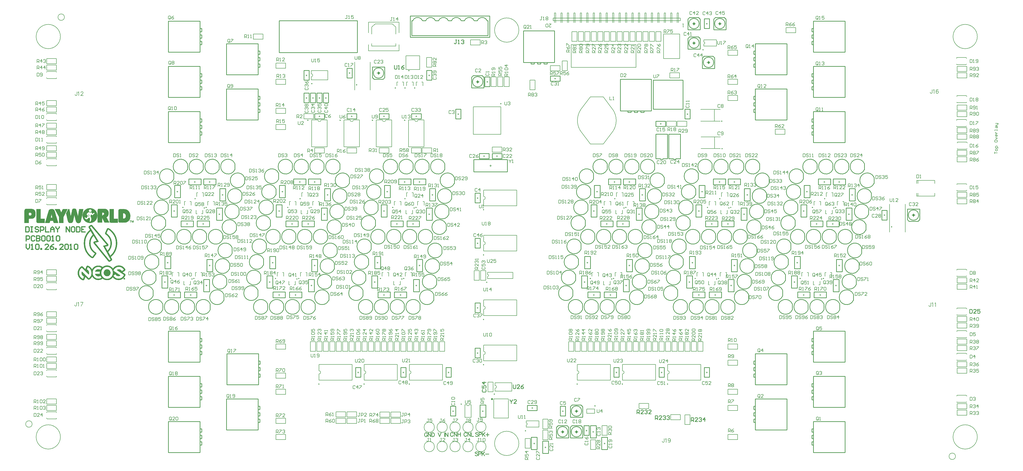
<source format=gto>
%FSLAX23Y23*%
%MOIN*%
G70*
G01*
G75*
G04 Layer_Color=65535*
%ADD10R,0.012X0.063*%
%ADD11R,0.050X0.055*%
%ADD12R,0.063X0.012*%
%ADD13R,0.055X0.050*%
%ADD14R,0.012X0.024*%
%ADD15R,0.024X0.012*%
%ADD16R,0.132X0.132*%
%ADD17R,0.024X0.081*%
%ADD18R,0.024X0.087*%
%ADD19R,0.075X0.051*%
%ADD20R,0.089X0.024*%
%ADD21R,0.055X0.065*%
%ADD22R,0.065X0.055*%
%ADD23R,0.035X0.037*%
%ADD24R,0.035X0.037*%
%ADD25R,0.100X0.100*%
%ADD26R,0.050X0.110*%
%ADD27R,0.110X0.115*%
%ADD28R,0.080X0.160*%
%ADD29R,0.450X0.450*%
%ADD30R,0.036X0.085*%
%ADD31R,0.425X0.410*%
%ADD32R,0.016X0.085*%
%ADD33R,0.016X0.085*%
%ADD34R,0.200X0.100*%
%ADD35R,0.063X0.031*%
%ADD36R,0.039X0.063*%
%ADD37R,0.160X0.080*%
%ADD38R,0.450X0.450*%
%ADD39R,0.217X0.280*%
%ADD40R,0.081X0.024*%
%ADD41R,0.012X0.063*%
%ADD42C,0.050*%
%ADD43R,0.102X0.094*%
%ADD44R,0.079X0.126*%
%ADD45R,0.079X0.126*%
%ADD46C,0.010*%
%ADD47C,0.020*%
%ADD48C,0.050*%
%ADD49C,0.030*%
%ADD50C,0.100*%
%ADD51C,0.150*%
%ADD52C,0.035*%
%ADD53C,0.040*%
%ADD54C,0.005*%
%ADD55C,0.100*%
%ADD56R,0.100X0.100*%
%ADD57C,0.125*%
%ADD58O,0.125X0.160*%
%ADD59R,0.125X0.160*%
%ADD60C,0.065*%
%ADD61R,0.065X0.065*%
%ADD62C,0.079*%
%ADD63R,0.160X0.125*%
%ADD64O,0.160X0.125*%
%ADD65C,0.070*%
%ADD66R,0.070X0.070*%
%ADD67C,0.060*%
%ADD68C,0.150*%
%ADD69R,0.070X0.070*%
%ADD70C,0.150*%
%ADD71C,0.140*%
%ADD72C,0.024*%
%ADD73C,0.008*%
%ADD74C,0.102*%
%ADD75C,0.165*%
%ADD76C,0.120*%
%ADD77C,0.080*%
%ADD78C,0.087*%
%ADD79C,0.196*%
%ADD80C,0.590*%
%ADD81C,0.072*%
%ADD82C,0.131*%
%ADD83C,0.085*%
%ADD84C,0.130*%
%ADD85C,0.052*%
%ADD86C,0.068*%
%ADD87C,0.160*%
%ADD88C,0.080*%
%ADD89C,0.010*%
%ADD90C,0.008*%
%ADD91C,0.005*%
%ADD92C,0.031*%
%ADD93C,0.008*%
%ADD94C,0.001*%
%ADD95C,0.002*%
%ADD96C,0.015*%
D46*
X6195Y6845D02*
G03*
X6045Y6845I-75J-31D01*
G01*
X6395D02*
G03*
X6245Y6845I-75J-31D01*
G01*
X6595D02*
G03*
X6445Y6845I-75J-31D01*
G01*
X6795D02*
G03*
X6645Y6845I-75J-31D01*
G01*
X6995D02*
G03*
X6845Y6845I-75J-31D01*
G01*
X7195D02*
G03*
X7045Y6845I-75J-31D01*
G01*
X10880Y6800D02*
G03*
X10880Y6800I-80J0D01*
G01*
X2850Y3546D02*
G03*
X2850Y3454I-105J-46D01*
G01*
X2363Y3546D02*
G03*
X2363Y3454I-105J-46D01*
G01*
X2299Y4241D02*
G03*
X2299Y4149I-105J-46D01*
G01*
X2214Y3759D02*
G03*
X2214Y3667I-105J-46D01*
G01*
X2108Y3156D02*
G03*
X2108Y3064I-105J-46D01*
G01*
X2022Y2673D02*
G03*
X2022Y2581I-105J-46D01*
G01*
X2172Y2460D02*
G03*
X2172Y2368I-105J-46D01*
G01*
X2662Y2460D02*
G03*
X2662Y2368I-105J-46D01*
G01*
X3162Y2850D02*
G03*
X3162Y2759I-105J-46D01*
G01*
X3247Y3333D02*
G03*
X3247Y3241I-105J-46D01*
G01*
X3353Y3936D02*
G03*
X3353Y3844I-105J-46D01*
G01*
X3438Y4419D02*
G03*
X3438Y4327I-105J-46D01*
G01*
X3044Y4632D02*
G03*
X3044Y4540I-105J-46D01*
G01*
X2554Y4632D02*
G03*
X2554Y4540I-105J-46D01*
G01*
X3098Y3546D02*
G03*
X3098Y3454I-105J-46D01*
G01*
X2608Y3546D02*
G03*
X2608Y3454I-105J-46D01*
G01*
X2342Y4483D02*
G03*
X2342Y4391I-105J-46D01*
G01*
X2256Y4000D02*
G03*
X2256Y3908I-105J-46D01*
G01*
X2150Y3397D02*
G03*
X2150Y3305I-105J-46D01*
G01*
X2065Y2914D02*
G03*
X2065Y2823I-105J-46D01*
G01*
X2417Y2460D02*
G03*
X2417Y2368I-105J-46D01*
G01*
X2907Y2460D02*
G03*
X2907Y2368I-105J-46D01*
G01*
X3119Y2609D02*
G03*
X3119Y2517I-105J-46D01*
G01*
X3204Y3092D02*
G03*
X3204Y3000I-105J-46D01*
G01*
X3311Y3695D02*
G03*
X3311Y3603I-105J-46D01*
G01*
X3396Y4177D02*
G03*
X3396Y4086I-105J-46D01*
G01*
X3289Y4632D02*
G03*
X3289Y4540I-105J-46D01*
G01*
X2799Y4632D02*
G03*
X2799Y4540I-105J-46D01*
G01*
X4478Y3546D02*
G03*
X4478Y3454I-105J-46D01*
G01*
X3988Y3546D02*
G03*
X3988Y3454I-105J-46D01*
G01*
X3924Y4241D02*
G03*
X3924Y4149I-105J-46D01*
G01*
X3839Y3759D02*
G03*
X3839Y3667I-105J-46D01*
G01*
X3733Y3156D02*
G03*
X3733Y3064I-105J-46D01*
G01*
X3647Y2673D02*
G03*
X3647Y2581I-105J-46D01*
G01*
X3797Y2460D02*
G03*
X3797Y2368I-105J-46D01*
G01*
X4287Y2460D02*
G03*
X4287Y2368I-105J-46D01*
G01*
X4787Y2850D02*
G03*
X4787Y2759I-105J-46D01*
G01*
X4872Y3333D02*
G03*
X4872Y3241I-105J-46D01*
G01*
X4978Y3936D02*
G03*
X4978Y3844I-105J-46D01*
G01*
X5063Y4419D02*
G03*
X5063Y4327I-105J-46D01*
G01*
X4669Y4632D02*
G03*
X4669Y4540I-105J-46D01*
G01*
X4179Y4632D02*
G03*
X4179Y4540I-105J-46D01*
G01*
X4723Y3546D02*
G03*
X4723Y3454I-105J-46D01*
G01*
X4233Y3546D02*
G03*
X4233Y3454I-105J-46D01*
G01*
X3967Y4483D02*
G03*
X3967Y4391I-105J-46D01*
G01*
X3881Y4000D02*
G03*
X3881Y3908I-105J-46D01*
G01*
X3775Y3397D02*
G03*
X3775Y3305I-105J-46D01*
G01*
X3690Y2914D02*
G03*
X3690Y2823I-105J-46D01*
G01*
X4042Y2460D02*
G03*
X4042Y2368I-105J-46D01*
G01*
X4532Y2460D02*
G03*
X4532Y2368I-105J-46D01*
G01*
X4744Y2609D02*
G03*
X4744Y2517I-105J-46D01*
G01*
X4829Y3092D02*
G03*
X4829Y3000I-105J-46D01*
G01*
X4936Y3695D02*
G03*
X4936Y3603I-105J-46D01*
G01*
X5021Y4177D02*
G03*
X5021Y4086I-105J-46D01*
G01*
X4914Y4632D02*
G03*
X4914Y4540I-105J-46D01*
G01*
X4424Y4632D02*
G03*
X4424Y4540I-105J-46D01*
G01*
X6103Y3546D02*
G03*
X6103Y3454I-105J-46D01*
G01*
X5613Y3546D02*
G03*
X5613Y3454I-105J-46D01*
G01*
X5549Y4241D02*
G03*
X5549Y4149I-105J-46D01*
G01*
X5464Y3759D02*
G03*
X5464Y3667I-105J-46D01*
G01*
X5358Y3156D02*
G03*
X5358Y3064I-105J-46D01*
G01*
X5272Y2673D02*
G03*
X5272Y2581I-105J-46D01*
G01*
X5422Y2460D02*
G03*
X5422Y2368I-105J-46D01*
G01*
X5912Y2460D02*
G03*
X5912Y2368I-105J-46D01*
G01*
X6412Y2850D02*
G03*
X6412Y2759I-105J-46D01*
G01*
X6497Y3333D02*
G03*
X6497Y3241I-105J-46D01*
G01*
X6603Y3936D02*
G03*
X6603Y3844I-105J-46D01*
G01*
X6688Y4419D02*
G03*
X6688Y4327I-105J-46D01*
G01*
X6294Y4632D02*
G03*
X6294Y4540I-105J-46D01*
G01*
X5804Y4632D02*
G03*
X5804Y4540I-105J-46D01*
G01*
X6348Y3546D02*
G03*
X6348Y3454I-105J-46D01*
G01*
X5858Y3546D02*
G03*
X5858Y3454I-105J-46D01*
G01*
X5592Y4483D02*
G03*
X5592Y4391I-105J-46D01*
G01*
X5506Y4000D02*
G03*
X5506Y3908I-105J-46D01*
G01*
X5400Y3397D02*
G03*
X5400Y3305I-105J-46D01*
G01*
X5315Y2914D02*
G03*
X5315Y2823I-105J-46D01*
G01*
X5667Y2460D02*
G03*
X5667Y2368I-105J-46D01*
G01*
X6157Y2460D02*
G03*
X6157Y2368I-105J-46D01*
G01*
X6369Y2609D02*
G03*
X6369Y2517I-105J-46D01*
G01*
X6454Y3092D02*
G03*
X6454Y3000I-105J-46D01*
G01*
X6561Y3695D02*
G03*
X6561Y3603I-105J-46D01*
G01*
X6646Y4177D02*
G03*
X6646Y4086I-105J-46D01*
G01*
X6539Y4632D02*
G03*
X6539Y4540I-105J-46D01*
G01*
X6049Y4632D02*
G03*
X6049Y4540I-105J-46D01*
G01*
X13880Y3835D02*
G03*
X13880Y3835I-80J0D01*
G01*
X10480Y6800D02*
G03*
X10480Y6800I-80J0D01*
G01*
X5595Y6035D02*
G03*
X5595Y6035I-80J0D01*
G01*
X9353Y3546D02*
G03*
X9353Y3454I-105J-46D01*
G01*
X8863Y3546D02*
G03*
X8863Y3454I-105J-46D01*
G01*
X8799Y4241D02*
G03*
X8799Y4149I-105J-46D01*
G01*
X8714Y3759D02*
G03*
X8714Y3667I-105J-46D01*
G01*
X8608Y3156D02*
G03*
X8608Y3064I-105J-46D01*
G01*
X8522Y2673D02*
G03*
X8522Y2581I-105J-46D01*
G01*
X8672Y2460D02*
G03*
X8672Y2368I-105J-46D01*
G01*
X9162Y2460D02*
G03*
X9162Y2368I-105J-46D01*
G01*
X9662Y2850D02*
G03*
X9662Y2759I-105J-46D01*
G01*
X9747Y3333D02*
G03*
X9747Y3241I-105J-46D01*
G01*
X9853Y3936D02*
G03*
X9853Y3844I-105J-46D01*
G01*
X9938Y4419D02*
G03*
X9938Y4327I-105J-46D01*
G01*
X9544Y4632D02*
G03*
X9544Y4540I-105J-46D01*
G01*
X9054Y4632D02*
G03*
X9054Y4540I-105J-46D01*
G01*
X9598Y3546D02*
G03*
X9598Y3454I-105J-46D01*
G01*
X9108Y3546D02*
G03*
X9108Y3454I-105J-46D01*
G01*
X8842Y4483D02*
G03*
X8842Y4391I-105J-46D01*
G01*
X8756Y4000D02*
G03*
X8756Y3908I-105J-46D01*
G01*
X8650Y3397D02*
G03*
X8650Y3305I-105J-46D01*
G01*
X8565Y2914D02*
G03*
X8565Y2823I-105J-46D01*
G01*
X8917Y2460D02*
G03*
X8917Y2368I-105J-46D01*
G01*
X9407Y2460D02*
G03*
X9407Y2368I-105J-46D01*
G01*
X9619Y2609D02*
G03*
X9619Y2517I-105J-46D01*
G01*
X9704Y3092D02*
G03*
X9704Y3000I-105J-46D01*
G01*
X9811Y3695D02*
G03*
X9811Y3603I-105J-46D01*
G01*
X9896Y4177D02*
G03*
X9896Y4086I-105J-46D01*
G01*
X9789Y4632D02*
G03*
X9789Y4540I-105J-46D01*
G01*
X9299Y4632D02*
G03*
X9299Y4540I-105J-46D01*
G01*
X10480Y6500D02*
G03*
X10480Y6500I-80J0D01*
G01*
X10705Y6200D02*
G03*
X10705Y6200I-80J0D01*
G01*
X10978Y3546D02*
G03*
X10978Y3454I-105J-46D01*
G01*
X10488Y3546D02*
G03*
X10488Y3454I-105J-46D01*
G01*
X10424Y4241D02*
G03*
X10424Y4149I-105J-46D01*
G01*
X10339Y3759D02*
G03*
X10339Y3667I-105J-46D01*
G01*
X10233Y3156D02*
G03*
X10233Y3064I-105J-46D01*
G01*
X10147Y2673D02*
G03*
X10147Y2581I-105J-46D01*
G01*
X10297Y2460D02*
G03*
X10297Y2368I-105J-46D01*
G01*
X10787Y2460D02*
G03*
X10787Y2368I-105J-46D01*
G01*
X11287Y2850D02*
G03*
X11287Y2759I-105J-46D01*
G01*
X11372Y3333D02*
G03*
X11372Y3241I-105J-46D01*
G01*
X11478Y3936D02*
G03*
X11478Y3844I-105J-46D01*
G01*
X11563Y4419D02*
G03*
X11563Y4327I-105J-46D01*
G01*
X11169Y4632D02*
G03*
X11169Y4540I-105J-46D01*
G01*
X10679Y4632D02*
G03*
X10679Y4540I-105J-46D01*
G01*
X11223Y3546D02*
G03*
X11223Y3454I-105J-46D01*
G01*
X10733Y3546D02*
G03*
X10733Y3454I-105J-46D01*
G01*
X10467Y4483D02*
G03*
X10467Y4391I-105J-46D01*
G01*
X10381Y4000D02*
G03*
X10381Y3908I-105J-46D01*
G01*
X10275Y3397D02*
G03*
X10275Y3305I-105J-46D01*
G01*
X10190Y2914D02*
G03*
X10190Y2823I-105J-46D01*
G01*
X10542Y2460D02*
G03*
X10542Y2368I-105J-46D01*
G01*
X11032Y2460D02*
G03*
X11032Y2368I-105J-46D01*
G01*
X11244Y2609D02*
G03*
X11244Y2517I-105J-46D01*
G01*
X11329Y3092D02*
G03*
X11329Y3000I-105J-46D01*
G01*
X11436Y3695D02*
G03*
X11436Y3603I-105J-46D01*
G01*
X11521Y4177D02*
G03*
X11521Y4086I-105J-46D01*
G01*
X11414Y4632D02*
G03*
X11414Y4540I-105J-46D01*
G01*
X10924Y4632D02*
G03*
X10924Y4540I-105J-46D01*
G01*
X8660Y480D02*
G03*
X8660Y480I-80J0D01*
G01*
X8445D02*
G03*
X8445Y480I-80J0D01*
G01*
X8660Y800D02*
G03*
X8660Y800I-80J0D01*
G01*
X12603Y3546D02*
G03*
X12603Y3454I-105J-46D01*
G01*
X12113Y3546D02*
G03*
X12113Y3454I-105J-46D01*
G01*
X12049Y4241D02*
G03*
X12049Y4149I-105J-46D01*
G01*
X11964Y3759D02*
G03*
X11964Y3667I-105J-46D01*
G01*
X11858Y3156D02*
G03*
X11858Y3064I-105J-46D01*
G01*
X11772Y2673D02*
G03*
X11772Y2581I-105J-46D01*
G01*
X11922Y2460D02*
G03*
X11922Y2368I-105J-46D01*
G01*
X12412Y2460D02*
G03*
X12412Y2368I-105J-46D01*
G01*
X12912Y2850D02*
G03*
X12912Y2759I-105J-46D01*
G01*
X12997Y3333D02*
G03*
X12997Y3241I-105J-46D01*
G01*
X13103Y3936D02*
G03*
X13103Y3844I-105J-46D01*
G01*
X13188Y4419D02*
G03*
X13188Y4327I-105J-46D01*
G01*
X12794Y4632D02*
G03*
X12794Y4540I-105J-46D01*
G01*
X12304Y4632D02*
G03*
X12304Y4540I-105J-46D01*
G01*
X12848Y3546D02*
G03*
X12848Y3454I-105J-46D01*
G01*
X12358Y3546D02*
G03*
X12358Y3454I-105J-46D01*
G01*
X12092Y4483D02*
G03*
X12092Y4391I-105J-46D01*
G01*
X12006Y4000D02*
G03*
X12006Y3908I-105J-46D01*
G01*
X11900Y3397D02*
G03*
X11900Y3305I-105J-46D01*
G01*
X11815Y2914D02*
G03*
X11815Y2823I-105J-46D01*
G01*
X12167Y2460D02*
G03*
X12167Y2368I-105J-46D01*
G01*
X12657Y2460D02*
G03*
X12657Y2368I-105J-46D01*
G01*
X12869Y2609D02*
G03*
X12869Y2517I-105J-46D01*
G01*
X12954Y3092D02*
G03*
X12954Y3000I-105J-46D01*
G01*
X13061Y3695D02*
G03*
X13061Y3603I-105J-46D01*
G01*
X13146Y4177D02*
G03*
X13146Y4086I-105J-46D01*
G01*
X13039Y4632D02*
G03*
X13039Y4540I-105J-46D01*
G01*
X12549Y4632D02*
G03*
X12549Y4540I-105J-46D01*
G01*
X7130Y5900D02*
G03*
X7130Y5900I-80J0D01*
G01*
X6195Y6845D02*
X6245D01*
X6395D02*
X6445D01*
X6595D02*
X6645D01*
X6795D02*
X6845D01*
X6995D02*
X7045D01*
X7195D02*
X7210D01*
Y6615D02*
Y6845D01*
X6030Y6615D02*
X7210D01*
X6030D02*
Y6845D01*
X6045D01*
X6005Y6920D02*
X7235D01*
X6005Y6590D02*
Y6920D01*
Y6590D02*
X7235D01*
Y6920D01*
X10190Y4710D02*
Y5090D01*
X10010D02*
X10190D01*
X10010Y4710D02*
Y5090D01*
Y4710D02*
X10080D01*
Y4700D02*
Y4710D01*
Y4700D02*
X10120D01*
Y4710D01*
X10190D01*
X7880Y395D02*
X7970D01*
Y205D02*
Y395D01*
X7880Y205D02*
X7970D01*
X7880D02*
Y395D01*
X10790Y6790D02*
Y6810D01*
X10810D01*
Y6790D02*
Y6810D01*
X10790Y6790D02*
X10810D01*
X10730Y6895D02*
X10750D01*
X10705Y6870D02*
X10730Y6895D01*
X10705Y6705D02*
Y6870D01*
Y6705D02*
X10750D01*
X10850D02*
X10895D01*
Y6870D01*
X10870Y6895D02*
X10895Y6870D01*
X10850Y6895D02*
X10870D01*
X10740D02*
X10860D01*
X10740Y6705D02*
X10860D01*
X10560Y1325D02*
Y1475D01*
Y1325D02*
X10640D01*
Y1475D01*
X10560D02*
X10640D01*
X7760Y6200D02*
Y6690D01*
Y6200D02*
X7875D01*
Y6175D02*
Y6200D01*
Y6175D02*
X7925D01*
Y6200D01*
X7975D01*
Y6175D02*
Y6200D01*
Y6175D02*
X8025D01*
Y6200D01*
X8075D01*
Y6175D02*
Y6200D01*
Y6175D02*
X8125D01*
Y6200D01*
X8240D01*
Y6690D01*
X7760D02*
X8240D01*
X7800Y6200D02*
X8200D01*
X9770Y5475D02*
Y5925D01*
X10230D01*
Y5475D02*
Y5925D01*
X9770Y5475D02*
X10230D01*
X7510Y4505D02*
Y4695D01*
X6990Y4505D02*
X7510D01*
X6990D02*
Y4695D01*
X7510D01*
X3974Y6847D02*
X5187D01*
Y6353D02*
Y6847D01*
X3974Y6353D02*
Y6847D01*
Y6353D02*
X5187D01*
X12250Y5000D02*
Y5400D01*
X12740Y4960D02*
Y5440D01*
X12250Y4960D02*
X12740D01*
X12250D02*
Y5075D01*
X12225D02*
X12250D01*
X12225D02*
Y5125D01*
X12250D01*
Y5175D01*
X12225D02*
X12250D01*
X12225D02*
Y5225D01*
X12250D01*
Y5275D01*
X12225D02*
X12250D01*
X12225D02*
Y5325D01*
X12250D01*
Y5440D01*
X12740D01*
X12250Y200D02*
Y600D01*
X12740Y160D02*
Y640D01*
X12250Y160D02*
X12740D01*
X12250D02*
Y275D01*
X12225D02*
X12250D01*
X12225D02*
Y325D01*
X12250D01*
Y375D01*
X12225D02*
X12250D01*
X12225D02*
Y425D01*
X12250D01*
Y475D01*
X12225D02*
X12250D01*
X12225D02*
Y525D01*
X12250D01*
Y640D01*
X12740D01*
X7010Y3475D02*
X7090D01*
Y3325D02*
Y3475D01*
X7010Y3325D02*
X7090D01*
X7010D02*
Y3475D01*
X2850Y3454D02*
Y3546D01*
X2363Y3454D02*
Y3546D01*
X2299Y4149D02*
Y4241D01*
X2214Y3667D02*
Y3759D01*
X2108Y3064D02*
Y3156D01*
X2022Y2581D02*
Y2673D01*
X2172Y2368D02*
Y2460D01*
X2662Y2368D02*
Y2460D01*
X3162Y2759D02*
Y2850D01*
X3247Y3241D02*
Y3333D01*
X3353Y3844D02*
Y3936D01*
X3438Y4327D02*
Y4419D01*
X3044Y4540D02*
Y4632D01*
X2554Y4540D02*
Y4632D01*
X11350Y5350D02*
Y5750D01*
X11840Y5310D02*
Y5790D01*
X11350Y5310D02*
X11840D01*
X11350D02*
Y5425D01*
X11325D02*
X11350D01*
X11325D02*
Y5475D01*
X11350D01*
Y5525D01*
X11325D02*
X11350D01*
X11325D02*
Y5575D01*
X11350D01*
Y5625D01*
X11325D02*
X11350D01*
X11325D02*
Y5675D01*
X11350D01*
Y5790D01*
X11840D01*
X11350Y550D02*
Y950D01*
X11840Y510D02*
Y990D01*
X11350Y510D02*
X11840D01*
X11350D02*
Y625D01*
X11325D02*
X11350D01*
X11325D02*
Y675D01*
X11350D01*
Y725D01*
X11325D02*
X11350D01*
X11325D02*
Y775D01*
X11350D01*
Y825D01*
X11325D02*
X11350D01*
X11325D02*
Y875D01*
X11350D01*
Y990D01*
X11840D01*
X3098Y3454D02*
Y3546D01*
X2608Y3454D02*
Y3546D01*
X2342Y4391D02*
Y4483D01*
X2256Y3908D02*
Y4000D01*
X2150Y3305D02*
Y3397D01*
X2065Y2823D02*
Y2914D01*
X2417Y2368D02*
Y2460D01*
X2907Y2368D02*
Y2460D01*
X3119Y2517D02*
Y2609D01*
X3204Y3000D02*
Y3092D01*
X3311Y3603D02*
Y3695D01*
X3396Y4086D02*
Y4177D01*
X3289Y4540D02*
Y4632D01*
X2799Y4540D02*
Y4632D01*
X2705Y3655D02*
X2895D01*
Y3745D01*
X2705D02*
X2895D01*
X2705Y3655D02*
Y3745D01*
X2455D02*
X2645D01*
X2455Y3655D02*
Y3745D01*
Y3655D02*
X2645D01*
Y3745D01*
X2445Y4105D02*
Y4295D01*
X2355D02*
X2445D01*
X2355Y4105D02*
Y4295D01*
Y4105D02*
X2445D01*
X2305Y3805D02*
Y3995D01*
Y3805D02*
X2395D01*
Y3995D01*
X2305D02*
X2395D01*
X2295Y3005D02*
Y3195D01*
X2205D02*
X2295D01*
X2205Y3005D02*
Y3195D01*
Y3005D02*
X2295D01*
X2160Y2705D02*
Y2895D01*
Y2705D02*
X2250D01*
Y2895D01*
X2160D02*
X2250D01*
X2255Y2645D02*
X2445D01*
X2255Y2555D02*
Y2645D01*
Y2555D02*
X2445D01*
Y2645D01*
X2510Y2555D02*
X2700D01*
Y2645D01*
X2510D02*
X2700D01*
X2510Y2555D02*
Y2645D01*
X2805Y2650D02*
Y2840D01*
Y2650D02*
X2895D01*
Y2840D01*
X2805D02*
X2895D01*
X2945Y2960D02*
Y3150D01*
X2855D02*
X2945D01*
X2855Y2960D02*
Y3150D01*
Y2960D02*
X2945D01*
X3005Y3755D02*
Y3945D01*
Y3755D02*
X3095D01*
Y3945D01*
X3005D02*
X3095D01*
X3145Y4055D02*
Y4245D01*
X3055D02*
X3145D01*
X3055Y4055D02*
Y4245D01*
Y4055D02*
X3145D01*
X2805Y4305D02*
X2995D01*
Y4395D01*
X2805D02*
X2995D01*
X2805Y4305D02*
Y4395D01*
X2575D02*
X2765D01*
X2575Y4305D02*
Y4395D01*
Y4305D02*
X2765D01*
Y4395D01*
X12250Y5700D02*
Y6100D01*
X12740Y5660D02*
Y6140D01*
X12250Y5660D02*
X12740D01*
X12250D02*
Y5775D01*
X12225D02*
X12250D01*
X12225D02*
Y5825D01*
X12250D01*
Y5875D01*
X12225D02*
X12250D01*
X12225D02*
Y5925D01*
X12250D01*
Y5975D01*
X12225D02*
X12250D01*
X12225D02*
Y6025D01*
X12250D01*
Y6140D01*
X12740D01*
X12250Y900D02*
Y1300D01*
X12740Y860D02*
Y1340D01*
X12250Y860D02*
X12740D01*
X12250D02*
Y975D01*
X12225D02*
X12250D01*
X12225D02*
Y1025D01*
X12250D01*
Y1075D01*
X12225D02*
X12250D01*
X12225D02*
Y1125D01*
X12250D01*
Y1175D01*
X12225D02*
X12250D01*
X12225D02*
Y1225D01*
X12250D01*
Y1340D01*
X12740D01*
X7010Y1775D02*
X7090D01*
Y1625D02*
Y1775D01*
X7010Y1625D02*
X7090D01*
X7010D02*
Y1775D01*
X11350Y6050D02*
Y6450D01*
X11840Y6010D02*
Y6490D01*
X11350Y6010D02*
X11840D01*
X11350D02*
Y6125D01*
X11325D02*
X11350D01*
X11325D02*
Y6175D01*
X11350D01*
Y6225D01*
X11325D02*
X11350D01*
X11325D02*
Y6275D01*
X11350D01*
Y6325D01*
X11325D02*
X11350D01*
X11325D02*
Y6375D01*
X11350D01*
Y6490D01*
X11840D01*
X11350Y1250D02*
Y1650D01*
X11840Y1210D02*
Y1690D01*
X11350Y1210D02*
X11840D01*
X11350D02*
Y1325D01*
X11325D02*
X11350D01*
X11325D02*
Y1375D01*
X11350D01*
Y1425D01*
X11325D02*
X11350D01*
X11325D02*
Y1475D01*
X11350D01*
Y1525D01*
X11325D02*
X11350D01*
X11325D02*
Y1575D01*
X11350D01*
Y1690D01*
X11840D01*
X12250Y6400D02*
Y6800D01*
X12740Y6360D02*
Y6840D01*
X12250Y6360D02*
X12740D01*
X12250D02*
Y6475D01*
X12225D02*
X12250D01*
X12225D02*
Y6525D01*
X12250D01*
Y6575D01*
X12225D02*
X12250D01*
X12225D02*
Y6625D01*
X12250D01*
Y6675D01*
X12225D02*
X12250D01*
X12225D02*
Y6725D01*
X12250D01*
Y6840D01*
X12740D01*
X12250Y1600D02*
Y2000D01*
X12740Y1560D02*
Y2040D01*
X12250Y1560D02*
X12740D01*
X12250D02*
Y1675D01*
X12225D02*
X12250D01*
X12225D02*
Y1725D01*
X12250D01*
Y1775D01*
X12225D02*
X12250D01*
X12225D02*
Y1825D01*
X12250D01*
Y1875D01*
X12225D02*
X12250D01*
X12225D02*
Y1925D01*
X12250D01*
Y2040D01*
X12740D01*
X5160Y1475D02*
X5240D01*
Y1325D02*
Y1475D01*
X5160Y1325D02*
X5240D01*
X5160D02*
Y1475D01*
X4478Y3454D02*
Y3546D01*
X3988Y3454D02*
Y3546D01*
X3924Y4149D02*
Y4241D01*
X3839Y3667D02*
Y3759D01*
X3733Y3064D02*
Y3156D01*
X3647Y2581D02*
Y2673D01*
X3797Y2368D02*
Y2460D01*
X4287Y2368D02*
Y2460D01*
X4787Y2759D02*
Y2850D01*
X4872Y3241D02*
Y3333D01*
X4978Y3844D02*
Y3936D01*
X5063Y4327D02*
Y4419D01*
X4669Y4540D02*
Y4632D01*
X4179Y4540D02*
Y4632D01*
X4723Y3454D02*
Y3546D01*
X4233Y3454D02*
Y3546D01*
X3967Y4391D02*
Y4483D01*
X3881Y3908D02*
Y4000D01*
X3775Y3305D02*
Y3397D01*
X3690Y2823D02*
Y2914D01*
X4042Y2368D02*
Y2460D01*
X4532Y2368D02*
Y2460D01*
X4744Y2517D02*
Y2609D01*
X4829Y3000D02*
Y3092D01*
X4936Y3603D02*
Y3695D01*
X5021Y4086D02*
Y4177D01*
X4914Y4540D02*
Y4632D01*
X4424Y4540D02*
Y4632D01*
X2750Y1600D02*
Y2000D01*
X2260Y1560D02*
Y2040D01*
X2750D01*
Y1925D02*
Y2040D01*
Y1925D02*
X2775D01*
Y1875D02*
Y1925D01*
X2750Y1875D02*
X2775D01*
X2750Y1825D02*
Y1875D01*
Y1825D02*
X2775D01*
Y1775D02*
Y1825D01*
X2750Y1775D02*
X2775D01*
X2750Y1725D02*
Y1775D01*
Y1725D02*
X2775D01*
Y1675D02*
Y1725D01*
X2750Y1675D02*
X2775D01*
X2750Y1560D02*
Y1675D01*
X2260Y1560D02*
X2750D01*
Y6400D02*
Y6800D01*
X2260Y6360D02*
Y6840D01*
X2750D01*
Y6725D02*
Y6840D01*
Y6725D02*
X2775D01*
Y6675D02*
Y6725D01*
X2750Y6675D02*
X2775D01*
X2750Y6625D02*
Y6675D01*
Y6625D02*
X2775D01*
Y6575D02*
Y6625D01*
X2750Y6575D02*
X2775D01*
X2750Y6525D02*
Y6575D01*
Y6525D02*
X2775D01*
Y6475D02*
Y6525D01*
X2750Y6475D02*
X2775D01*
X2750Y6360D02*
Y6475D01*
X2260Y6360D02*
X2750D01*
X4330Y3655D02*
X4520D01*
Y3745D01*
X4330D02*
X4520D01*
X4330Y3655D02*
Y3745D01*
X4080D02*
X4270D01*
X4080Y3655D02*
Y3745D01*
Y3655D02*
X4270D01*
Y3745D01*
X4070Y4105D02*
Y4295D01*
X3980D02*
X4070D01*
X3980Y4105D02*
Y4295D01*
Y4105D02*
X4070D01*
X3930Y3805D02*
Y3995D01*
Y3805D02*
X4020D01*
Y3995D01*
X3930D02*
X4020D01*
X3920Y3005D02*
Y3195D01*
X3830D02*
X3920D01*
X3830Y3005D02*
Y3195D01*
Y3005D02*
X3920D01*
X3785Y2705D02*
Y2895D01*
Y2705D02*
X3875D01*
Y2895D01*
X3785D02*
X3875D01*
X3880Y2645D02*
X4070D01*
X3880Y2555D02*
Y2645D01*
Y2555D02*
X4070D01*
Y2645D01*
X4135Y2555D02*
X4325D01*
Y2645D01*
X4135D02*
X4325D01*
X4135Y2555D02*
Y2645D01*
X4430Y2650D02*
Y2840D01*
Y2650D02*
X4520D01*
Y2840D01*
X4430D02*
X4520D01*
X4570Y2960D02*
Y3150D01*
X4480D02*
X4570D01*
X4480Y2960D02*
Y3150D01*
Y2960D02*
X4570D01*
X4630Y3755D02*
Y3945D01*
Y3755D02*
X4720D01*
Y3945D01*
X4630D02*
X4720D01*
X4770Y4055D02*
Y4245D01*
X4680D02*
X4770D01*
X4680Y4055D02*
Y4245D01*
Y4055D02*
X4770D01*
X4430Y4305D02*
X4620D01*
Y4395D01*
X4430D02*
X4620D01*
X4430Y4305D02*
Y4395D01*
X4200D02*
X4390D01*
X4200Y4305D02*
Y4395D01*
Y4305D02*
X4390D01*
Y4395D01*
X3655Y1250D02*
Y1650D01*
X3165Y1210D02*
Y1690D01*
X3655D01*
Y1575D02*
Y1690D01*
Y1575D02*
X3680D01*
Y1525D02*
Y1575D01*
X3655Y1525D02*
X3680D01*
X3655Y1475D02*
Y1525D01*
Y1475D02*
X3680D01*
Y1425D02*
Y1475D01*
X3655Y1425D02*
X3680D01*
X3655Y1375D02*
Y1425D01*
Y1375D02*
X3680D01*
Y1325D02*
Y1375D01*
X3655Y1325D02*
X3680D01*
X3655Y1210D02*
Y1325D01*
X3165Y1210D02*
X3655D01*
X3650Y6050D02*
Y6450D01*
X3160Y6010D02*
Y6490D01*
X3650D01*
Y6375D02*
Y6490D01*
Y6375D02*
X3675D01*
Y6325D02*
Y6375D01*
X3650Y6325D02*
X3675D01*
X3650Y6275D02*
Y6325D01*
Y6275D02*
X3675D01*
Y6225D02*
Y6275D01*
X3650Y6225D02*
X3675D01*
X3650Y6175D02*
Y6225D01*
Y6175D02*
X3675D01*
Y6125D02*
Y6175D01*
X3650Y6125D02*
X3675D01*
X3650Y6010D02*
Y6125D01*
X3160Y6010D02*
X3650D01*
X2750Y900D02*
Y1300D01*
X2260Y860D02*
Y1340D01*
X2750D01*
Y1225D02*
Y1340D01*
Y1225D02*
X2775D01*
Y1175D02*
Y1225D01*
X2750Y1175D02*
X2775D01*
X2750Y1125D02*
Y1175D01*
Y1125D02*
X2775D01*
Y1075D02*
Y1125D01*
X2750Y1075D02*
X2775D01*
X2750Y1025D02*
Y1075D01*
Y1025D02*
X2775D01*
Y975D02*
Y1025D01*
X2750Y975D02*
X2775D01*
X2750Y860D02*
Y975D01*
X2260Y860D02*
X2750D01*
Y5700D02*
Y6100D01*
X2260Y5660D02*
Y6140D01*
X2750D01*
Y6025D02*
Y6140D01*
Y6025D02*
X2775D01*
Y5975D02*
Y6025D01*
X2750Y5975D02*
X2775D01*
X2750Y5925D02*
Y5975D01*
Y5925D02*
X2775D01*
Y5875D02*
Y5925D01*
X2750Y5875D02*
X2775D01*
X2750Y5825D02*
Y5875D01*
Y5825D02*
X2775D01*
Y5775D02*
Y5825D01*
X2750Y5775D02*
X2775D01*
X2750Y5660D02*
Y5775D01*
X2260Y5660D02*
X2750D01*
X7010Y4175D02*
X7090D01*
Y4025D02*
Y4175D01*
X7010Y4025D02*
X7090D01*
X7010D02*
Y4175D01*
Y2475D02*
X7090D01*
Y2325D02*
Y2475D01*
X7010Y2325D02*
X7090D01*
X7010D02*
Y2475D01*
X3650Y550D02*
Y950D01*
X3160Y510D02*
Y990D01*
X3650D01*
Y875D02*
Y990D01*
Y875D02*
X3675D01*
Y825D02*
Y875D01*
X3650Y825D02*
X3675D01*
X3650Y775D02*
Y825D01*
Y775D02*
X3675D01*
Y725D02*
Y775D01*
X3650Y725D02*
X3675D01*
X3650Y675D02*
Y725D01*
Y675D02*
X3675D01*
Y625D02*
Y675D01*
X3650Y625D02*
X3675D01*
X3650Y510D02*
Y625D01*
X3160Y510D02*
X3650D01*
Y5350D02*
Y5750D01*
X3160Y5310D02*
Y5790D01*
X3650D01*
Y5675D02*
Y5790D01*
Y5675D02*
X3675D01*
Y5625D02*
Y5675D01*
X3650Y5625D02*
X3675D01*
X3650Y5575D02*
Y5625D01*
Y5575D02*
X3675D01*
Y5525D02*
Y5575D01*
X3650Y5525D02*
X3675D01*
X3650Y5475D02*
Y5525D01*
Y5475D02*
X3675D01*
Y5425D02*
Y5475D01*
X3650Y5425D02*
X3675D01*
X3650Y5310D02*
Y5425D01*
X3160Y5310D02*
X3650D01*
X5860Y1475D02*
X5940D01*
Y1325D02*
Y1475D01*
X5860Y1325D02*
X5940D01*
X5860D02*
Y1475D01*
X6103Y3454D02*
Y3546D01*
X5613Y3454D02*
Y3546D01*
X5549Y4149D02*
Y4241D01*
X5464Y3667D02*
Y3759D01*
X5358Y3064D02*
Y3156D01*
X5272Y2581D02*
Y2673D01*
X5422Y2368D02*
Y2460D01*
X5912Y2368D02*
Y2460D01*
X6412Y2759D02*
Y2850D01*
X6497Y3241D02*
Y3333D01*
X6603Y3844D02*
Y3936D01*
X6688Y4327D02*
Y4419D01*
X6294Y4540D02*
Y4632D01*
X5804Y4540D02*
Y4632D01*
X2750Y200D02*
Y600D01*
X2260Y160D02*
Y640D01*
X2750D01*
Y525D02*
Y640D01*
Y525D02*
X2775D01*
Y475D02*
Y525D01*
X2750Y475D02*
X2775D01*
X2750Y425D02*
Y475D01*
Y425D02*
X2775D01*
Y375D02*
Y425D01*
X2750Y375D02*
X2775D01*
X2750Y325D02*
Y375D01*
Y325D02*
X2775D01*
Y275D02*
Y325D01*
X2750Y275D02*
X2775D01*
X2750Y160D02*
Y275D01*
X2260Y160D02*
X2750D01*
Y5000D02*
Y5400D01*
X2260Y4960D02*
Y5440D01*
X2750D01*
Y5325D02*
Y5440D01*
Y5325D02*
X2775D01*
Y5275D02*
Y5325D01*
X2750Y5275D02*
X2775D01*
X2750Y5225D02*
Y5275D01*
Y5225D02*
X2775D01*
Y5175D02*
Y5225D01*
X2750Y5175D02*
X2775D01*
X2750Y5125D02*
Y5175D01*
Y5125D02*
X2775D01*
Y5075D02*
Y5125D01*
X2750Y5075D02*
X2775D01*
X2750Y4960D02*
Y5075D01*
X2260Y4960D02*
X2750D01*
X6348Y3454D02*
Y3546D01*
X5858Y3454D02*
Y3546D01*
X5592Y4391D02*
Y4483D01*
X5506Y3908D02*
Y4000D01*
X5400Y3305D02*
Y3397D01*
X5315Y2823D02*
Y2914D01*
X5667Y2368D02*
Y2460D01*
X6157Y2368D02*
Y2460D01*
X6369Y2517D02*
Y2609D01*
X6454Y3000D02*
Y3092D01*
X6561Y3603D02*
Y3695D01*
X6646Y4086D02*
Y4177D01*
X6539Y4540D02*
Y4632D01*
X6049Y4540D02*
Y4632D01*
X5955Y3655D02*
X6145D01*
Y3745D01*
X5955D02*
X6145D01*
X5955Y3655D02*
Y3745D01*
X5705D02*
X5895D01*
X5705Y3655D02*
Y3745D01*
Y3655D02*
X5895D01*
Y3745D01*
X5695Y4105D02*
Y4295D01*
X5605D02*
X5695D01*
X5605Y4105D02*
Y4295D01*
Y4105D02*
X5695D01*
X5555Y3805D02*
Y3995D01*
Y3805D02*
X5645D01*
Y3995D01*
X5555D02*
X5645D01*
X5545Y3005D02*
Y3195D01*
X5455D02*
X5545D01*
X5455Y3005D02*
Y3195D01*
Y3005D02*
X5545D01*
X5410Y2705D02*
Y2895D01*
Y2705D02*
X5500D01*
Y2895D01*
X5410D02*
X5500D01*
X5505Y2645D02*
X5695D01*
X5505Y2555D02*
Y2645D01*
Y2555D02*
X5695D01*
Y2645D01*
X5760Y2555D02*
X5950D01*
Y2645D01*
X5760D02*
X5950D01*
X5760Y2555D02*
Y2645D01*
X6055Y2650D02*
Y2840D01*
Y2650D02*
X6145D01*
Y2840D01*
X6055D02*
X6145D01*
X6195Y2960D02*
Y3150D01*
X6105D02*
X6195D01*
X6105Y2960D02*
Y3150D01*
Y2960D02*
X6195D01*
X6255Y3755D02*
Y3945D01*
Y3755D02*
X6345D01*
Y3945D01*
X6255D02*
X6345D01*
X6395Y4055D02*
Y4245D01*
X6305D02*
X6395D01*
X6305Y4055D02*
Y4245D01*
Y4055D02*
X6395D01*
X6055Y4305D02*
X6245D01*
Y4395D01*
X6055D02*
X6245D01*
X6055Y4305D02*
Y4395D01*
X5825D02*
X6015D01*
X5825Y4305D02*
Y4395D01*
Y4305D02*
X6015D01*
Y4395D01*
X9960Y5210D02*
Y5290D01*
X9810Y5210D02*
X9960D01*
X9810D02*
Y5290D01*
X9960D01*
X13310Y3760D02*
X13390D01*
X13310D02*
Y3910D01*
X13390D01*
Y3760D02*
Y3910D01*
X13740Y3930D02*
X13860D01*
X13740Y3740D02*
X13860D01*
X13730D02*
X13750D01*
X13705Y3765D02*
X13730Y3740D01*
X13705Y3765D02*
Y3930D01*
X13750D01*
X13850D02*
X13895D01*
Y3765D02*
Y3930D01*
X13870Y3740D02*
X13895Y3765D01*
X13850Y3740D02*
X13870D01*
X13790Y3845D02*
X13810D01*
X13790Y3825D02*
Y3845D01*
Y3825D02*
X13810D01*
Y3845D01*
X9920Y4710D02*
X9990D01*
X9920Y4700D02*
Y4710D01*
X9880Y4700D02*
X9920D01*
X9880D02*
Y4710D01*
X9810D02*
X9880D01*
X9810D02*
Y5090D01*
X9990D01*
Y4710D02*
Y5090D01*
X10260Y5475D02*
X10340D01*
Y5325D02*
Y5475D01*
X10260Y5325D02*
X10340D01*
X10260D02*
Y5475D01*
X6560Y1475D02*
X6640D01*
Y1325D02*
Y1475D01*
X6560Y1325D02*
X6640D01*
X6560D02*
Y1475D01*
X10560Y6875D02*
X10640D01*
Y6725D02*
Y6875D01*
X10560Y6725D02*
X10640D01*
X10560D02*
Y6875D01*
X10340Y6705D02*
X10460D01*
X10340Y6895D02*
X10460D01*
X10450D02*
X10470D01*
X10495Y6870D01*
Y6705D02*
Y6870D01*
X10450Y6705D02*
X10495D01*
X10305D02*
X10350D01*
X10305D02*
Y6870D01*
X10330Y6895D01*
X10350D01*
X10390Y6790D02*
X10410D01*
Y6810D01*
X10390D02*
X10410D01*
X10390Y6790D02*
Y6810D01*
X5025Y5960D02*
X5105D01*
X5025D02*
Y6110D01*
X5105D01*
Y5960D02*
Y6110D01*
X5455Y6130D02*
X5575D01*
X5455Y5940D02*
X5575D01*
X5445D02*
X5465D01*
X5420Y5965D02*
X5445Y5940D01*
X5420Y5965D02*
Y6130D01*
X5465D01*
X5565D02*
X5610D01*
Y5965D02*
Y6130D01*
X5585Y5940D02*
X5610Y5965D01*
X5565Y5940D02*
X5585D01*
X5505Y6045D02*
X5525D01*
X5505Y6025D02*
Y6045D01*
Y6025D02*
X5525D01*
Y6045D01*
X7175Y705D02*
Y895D01*
X7085D02*
X7175D01*
X7085Y705D02*
Y895D01*
Y705D02*
X7175D01*
X9353Y3454D02*
Y3546D01*
X8863Y3454D02*
Y3546D01*
X8799Y4149D02*
Y4241D01*
X8714Y3667D02*
Y3759D01*
X8608Y3064D02*
Y3156D01*
X8522Y2581D02*
Y2673D01*
X8672Y2368D02*
Y2460D01*
X9162Y2368D02*
Y2460D01*
X9662Y2759D02*
Y2850D01*
X9747Y3241D02*
Y3333D01*
X9853Y3844D02*
Y3936D01*
X9938Y4327D02*
Y4419D01*
X9544Y4540D02*
Y4632D01*
X9054Y4540D02*
Y4632D01*
X8325Y5910D02*
Y5990D01*
X8175Y5910D02*
X8325D01*
X8175D02*
Y5990D01*
X8325D01*
X6630Y725D02*
X6710D01*
X6630D02*
Y875D01*
X6710D01*
Y725D02*
Y875D01*
X9598Y3454D02*
Y3546D01*
X9108Y3454D02*
Y3546D01*
X8842Y4391D02*
Y4483D01*
X8756Y3908D02*
Y4000D01*
X8650Y3305D02*
Y3397D01*
X8565Y2823D02*
Y2914D01*
X8917Y2368D02*
Y2460D01*
X9407Y2368D02*
Y2460D01*
X9619Y2517D02*
Y2609D01*
X9704Y3000D02*
Y3092D01*
X9811Y3603D02*
Y3695D01*
X9896Y4086D02*
Y4177D01*
X9789Y4540D02*
Y4632D01*
X9299Y4540D02*
Y4632D01*
X9205Y3655D02*
X9395D01*
Y3745D01*
X9205D02*
X9395D01*
X9205Y3655D02*
Y3745D01*
X8955D02*
X9145D01*
X8955Y3655D02*
Y3745D01*
Y3655D02*
X9145D01*
Y3745D01*
X8945Y4105D02*
Y4295D01*
X8855D02*
X8945D01*
X8855Y4105D02*
Y4295D01*
Y4105D02*
X8945D01*
X8805Y3805D02*
Y3995D01*
Y3805D02*
X8895D01*
Y3995D01*
X8805D02*
X8895D01*
X8795Y3005D02*
Y3195D01*
X8705D02*
X8795D01*
X8705Y3005D02*
Y3195D01*
Y3005D02*
X8795D01*
X8660Y2705D02*
Y2895D01*
Y2705D02*
X8750D01*
Y2895D01*
X8660D02*
X8750D01*
X8755Y2645D02*
X8945D01*
X8755Y2555D02*
Y2645D01*
Y2555D02*
X8945D01*
Y2645D01*
X9010Y2555D02*
X9200D01*
Y2645D01*
X9010D02*
X9200D01*
X9010Y2555D02*
Y2645D01*
X9305Y2650D02*
Y2840D01*
Y2650D02*
X9395D01*
Y2840D01*
X9305D02*
X9395D01*
X9445Y2960D02*
Y3150D01*
X9355D02*
X9445D01*
X9355Y2960D02*
Y3150D01*
Y2960D02*
X9445D01*
X9505Y3755D02*
Y3945D01*
Y3755D02*
X9595D01*
Y3945D01*
X9505D02*
X9595D01*
X9645Y4055D02*
Y4245D01*
X9555D02*
X9645D01*
X9555Y4055D02*
Y4245D01*
Y4055D02*
X9645D01*
X9305Y4305D02*
X9495D01*
Y4395D01*
X9305D02*
X9495D01*
X9305Y4305D02*
Y4395D01*
X9075D02*
X9265D01*
X9075Y4305D02*
Y4395D01*
Y4305D02*
X9265D01*
Y4395D01*
X10340Y6405D02*
X10460D01*
X10340Y6595D02*
X10460D01*
X10450D02*
X10470D01*
X10495Y6570D01*
Y6405D02*
Y6570D01*
X10450Y6405D02*
X10495D01*
X10305D02*
X10350D01*
X10305D02*
Y6570D01*
X10330Y6595D01*
X10350D01*
X10390Y6490D02*
X10410D01*
Y6510D01*
X10390D02*
X10410D01*
X10390Y6490D02*
Y6510D01*
X10565Y6105D02*
X10685D01*
X10565Y6295D02*
X10685D01*
X10675D02*
X10695D01*
X10720Y6270D01*
Y6105D02*
Y6270D01*
X10675Y6105D02*
X10720D01*
X10530D02*
X10575D01*
X10530D02*
Y6270D01*
X10555Y6295D01*
X10575D01*
X10615Y6190D02*
X10635D01*
Y6210D01*
X10615D02*
X10635D01*
X10615Y6190D02*
Y6210D01*
X6025Y5325D02*
Y5405D01*
X6175D01*
Y5325D02*
Y5405D01*
X6025Y5325D02*
X6175D01*
X5525D02*
Y5405D01*
X5675D01*
Y5325D02*
Y5405D01*
X5525Y5325D02*
X5675D01*
X5025D02*
Y5405D01*
X5175D01*
Y5325D02*
Y5405D01*
X5025Y5325D02*
X5175D01*
X4525D02*
Y5405D01*
X4675D01*
Y5325D02*
Y5405D01*
X4525Y5325D02*
X4675D01*
X9160Y1475D02*
X9240D01*
Y1325D02*
Y1475D01*
X9160Y1325D02*
X9240D01*
X9160D02*
Y1475D01*
X10978Y3454D02*
Y3546D01*
X10488Y3454D02*
Y3546D01*
X10424Y4149D02*
Y4241D01*
X10339Y3667D02*
Y3759D01*
X10233Y3064D02*
Y3156D01*
X10147Y2581D02*
Y2673D01*
X10297Y2368D02*
Y2460D01*
X10787Y2368D02*
Y2460D01*
X11287Y2759D02*
Y2850D01*
X11372Y3241D02*
Y3333D01*
X11478Y3844D02*
Y3936D01*
X11563Y4327D02*
Y4419D01*
X11169Y4540D02*
Y4632D01*
X10679Y4540D02*
Y4632D01*
X8145Y145D02*
Y335D01*
X8055D02*
X8145D01*
X8055Y145D02*
Y335D01*
Y145D02*
X8145D01*
X8795Y385D02*
Y575D01*
Y385D02*
X8885D01*
Y575D01*
X8795D02*
X8885D01*
X11223Y3454D02*
Y3546D01*
X10733Y3454D02*
Y3546D01*
X10467Y4391D02*
Y4483D01*
X10381Y3908D02*
Y4000D01*
X10275Y3305D02*
Y3397D01*
X10190Y2823D02*
Y2914D01*
X10542Y2368D02*
Y2460D01*
X11032Y2368D02*
Y2460D01*
X11244Y2517D02*
Y2609D01*
X11329Y3000D02*
Y3092D01*
X11436Y3603D02*
Y3695D01*
X11521Y4086D02*
Y4177D01*
X11414Y4540D02*
Y4632D01*
X10924Y4540D02*
Y4632D01*
X8970Y205D02*
Y395D01*
Y205D02*
X9060D01*
Y395D01*
X8970D02*
X9060D01*
X10830Y3655D02*
X11020D01*
Y3745D01*
X10830D02*
X11020D01*
X10830Y3655D02*
Y3745D01*
X10580D02*
X10770D01*
X10580Y3655D02*
Y3745D01*
Y3655D02*
X10770D01*
Y3745D01*
X10570Y4105D02*
Y4295D01*
X10480D02*
X10570D01*
X10480Y4105D02*
Y4295D01*
Y4105D02*
X10570D01*
X10430Y3805D02*
Y3995D01*
Y3805D02*
X10520D01*
Y3995D01*
X10430D02*
X10520D01*
X10420Y3005D02*
Y3195D01*
X10330D02*
X10420D01*
X10330Y3005D02*
Y3195D01*
Y3005D02*
X10420D01*
X10285Y2705D02*
Y2895D01*
Y2705D02*
X10375D01*
Y2895D01*
X10285D02*
X10375D01*
X10380Y2645D02*
X10570D01*
X10380Y2555D02*
Y2645D01*
Y2555D02*
X10570D01*
Y2645D01*
X10635Y2555D02*
X10825D01*
Y2645D01*
X10635D02*
X10825D01*
X10635Y2555D02*
Y2645D01*
X10930Y2650D02*
Y2840D01*
Y2650D02*
X11020D01*
Y2840D01*
X10930D02*
X11020D01*
X11070Y2960D02*
Y3150D01*
X10980D02*
X11070D01*
X10980Y2960D02*
Y3150D01*
Y2960D02*
X11070D01*
X11130Y3755D02*
Y3945D01*
Y3755D02*
X11220D01*
Y3945D01*
X11130D02*
X11220D01*
X11270Y4055D02*
Y4245D01*
X11180D02*
X11270D01*
X11180Y4055D02*
Y4245D01*
Y4055D02*
X11270D01*
X10930Y4305D02*
X11120D01*
Y4395D01*
X10930D02*
X11120D01*
X10930Y4305D02*
Y4395D01*
X10700D02*
X10890D01*
X10700Y4305D02*
Y4395D01*
Y4305D02*
X10890D01*
Y4395D01*
X8520Y385D02*
X8640D01*
X8520Y575D02*
X8640D01*
X8630D02*
X8650D01*
X8675Y550D01*
Y385D02*
Y550D01*
X8630Y385D02*
X8675D01*
X8485D02*
X8530D01*
X8485D02*
Y550D01*
X8510Y575D01*
X8530D01*
X8570Y470D02*
X8590D01*
Y490D01*
X8570D02*
X8590D01*
X8570Y470D02*
Y490D01*
X8305Y385D02*
X8425D01*
X8305Y575D02*
X8425D01*
X8415D02*
X8435D01*
X8460Y550D01*
Y385D02*
Y550D01*
X8415Y385D02*
X8460D01*
X8270D02*
X8315D01*
X8270D02*
Y550D01*
X8295Y575D01*
X8315D01*
X8355Y470D02*
X8375D01*
Y490D01*
X8355D02*
X8375D01*
X8355Y470D02*
Y490D01*
X8520Y705D02*
X8640D01*
X8520Y895D02*
X8640D01*
X8630D02*
X8650D01*
X8675Y870D01*
Y705D02*
Y870D01*
X8630Y705D02*
X8675D01*
X8485D02*
X8530D01*
X8485D02*
Y870D01*
X8510Y895D01*
X8530D01*
X8570Y790D02*
X8590D01*
Y810D01*
X8570D02*
X8590D01*
X8570Y790D02*
Y810D01*
X8695Y575D02*
X8775D01*
Y425D02*
Y575D01*
X8695Y425D02*
X8775D01*
X8695D02*
Y575D01*
X8330Y875D02*
X8410D01*
Y725D02*
Y875D01*
X8330Y725D02*
X8410D01*
X8330D02*
Y875D01*
X7970Y810D02*
Y890D01*
X7820Y810D02*
X7970D01*
X7820D02*
Y890D01*
X7970D01*
X9860Y1475D02*
X9940D01*
Y1325D02*
Y1475D01*
X9860Y1325D02*
X9940D01*
X9860D02*
Y1475D01*
X12603Y3454D02*
Y3546D01*
X12113Y3454D02*
Y3546D01*
X12049Y4149D02*
Y4241D01*
X11964Y3667D02*
Y3759D01*
X11858Y3064D02*
Y3156D01*
X11772Y2581D02*
Y2673D01*
X11922Y2368D02*
Y2460D01*
X12412Y2368D02*
Y2460D01*
X12912Y2759D02*
Y2850D01*
X12997Y3241D02*
Y3333D01*
X13103Y3844D02*
Y3936D01*
X13188Y4327D02*
Y4419D01*
X12794Y4540D02*
Y4632D01*
X12304Y4540D02*
Y4632D01*
X6710Y5475D02*
X6790D01*
Y5325D02*
Y5475D01*
X6710Y5325D02*
X6790D01*
X6710D02*
Y5475D01*
X12848Y3454D02*
Y3546D01*
X12358Y3454D02*
Y3546D01*
X12092Y4391D02*
Y4483D01*
X12006Y3908D02*
Y4000D01*
X11900Y3305D02*
Y3397D01*
X11815Y2823D02*
Y2914D01*
X12167Y2368D02*
Y2460D01*
X12657Y2368D02*
Y2460D01*
X12869Y2517D02*
Y2609D01*
X12954Y3000D02*
Y3092D01*
X13061Y3603D02*
Y3695D01*
X13146Y4086D02*
Y4177D01*
X13039Y4540D02*
Y4632D01*
X12549Y4540D02*
Y4632D01*
X4460Y5575D02*
X4540D01*
X4460D02*
Y5725D01*
X4540D01*
Y5575D02*
Y5725D01*
X12455Y3655D02*
X12645D01*
Y3745D01*
X12455D02*
X12645D01*
X12455Y3655D02*
Y3745D01*
X12205D02*
X12395D01*
X12205Y3655D02*
Y3745D01*
Y3655D02*
X12395D01*
Y3745D01*
X12195Y4105D02*
Y4295D01*
X12105D02*
X12195D01*
X12105Y4105D02*
Y4295D01*
Y4105D02*
X12195D01*
X12055Y3805D02*
Y3995D01*
Y3805D02*
X12145D01*
Y3995D01*
X12055D02*
X12145D01*
X12045Y3005D02*
Y3195D01*
X11955D02*
X12045D01*
X11955Y3005D02*
Y3195D01*
Y3005D02*
X12045D01*
X11910Y2705D02*
Y2895D01*
Y2705D02*
X12000D01*
Y2895D01*
X11910D02*
X12000D01*
X12005Y2645D02*
X12195D01*
X12005Y2555D02*
Y2645D01*
Y2555D02*
X12195D01*
Y2645D01*
X12260Y2555D02*
X12450D01*
Y2645D01*
X12260D02*
X12450D01*
X12260Y2555D02*
Y2645D01*
X12555Y2650D02*
Y2840D01*
Y2650D02*
X12645D01*
Y2840D01*
X12555D02*
X12645D01*
X12695Y2960D02*
Y3150D01*
X12605D02*
X12695D01*
X12605Y2960D02*
Y3150D01*
Y2960D02*
X12695D01*
X12755Y3755D02*
Y3945D01*
Y3755D02*
X12845D01*
Y3945D01*
X12755D02*
X12845D01*
X12895Y4055D02*
Y4245D01*
X12805D02*
X12895D01*
X12805Y4055D02*
Y4245D01*
Y4055D02*
X12895D01*
X12555Y4305D02*
X12745D01*
Y4395D01*
X12555D02*
X12745D01*
X12555Y4305D02*
Y4395D01*
X12325D02*
X12515D01*
X12325Y4305D02*
Y4395D01*
Y4305D02*
X12515D01*
Y4395D01*
X4360Y5725D02*
X4440D01*
Y5575D02*
Y5725D01*
X4360Y5575D02*
X4440D01*
X4360D02*
Y5725D01*
X4560Y5575D02*
X4640D01*
X4560D02*
Y5725D01*
X4640D01*
Y5575D02*
Y5725D01*
X7075Y4710D02*
Y4790D01*
X7225D01*
Y4710D02*
Y4790D01*
X7075Y4710D02*
X7225D01*
X7425D02*
Y4790D01*
X7275Y4710D02*
X7425D01*
X7275D02*
Y4790D01*
X7425D01*
X4660Y5725D02*
X4740D01*
Y5575D02*
Y5725D01*
X4660Y5575D02*
X4740D01*
X4660D02*
Y5725D01*
X4360Y6075D02*
X4440D01*
Y5925D02*
Y6075D01*
X4360Y5925D02*
X4440D01*
X4360D02*
Y6075D01*
X7160Y5975D02*
X7240D01*
Y5825D02*
Y5975D01*
X7160Y5825D02*
X7240D01*
X7160D02*
Y5975D01*
X6990Y5805D02*
X7110D01*
X6990Y5995D02*
X7110D01*
X7100D02*
X7120D01*
X7145Y5970D01*
Y5805D02*
Y5970D01*
X7100Y5805D02*
X7145D01*
X6955D02*
X7000D01*
X6955D02*
Y5970D01*
X6980Y5995D01*
X7000D01*
X7040Y5890D02*
X7060D01*
Y5910D01*
X7040D02*
X7060D01*
X7040Y5890D02*
Y5910D01*
X6260Y6075D02*
X6340D01*
Y5925D02*
Y6075D01*
X6260Y5925D02*
X6340D01*
X6260D02*
Y6075D01*
X9260Y5450D02*
Y5940D01*
Y5450D02*
X9375D01*
Y5425D02*
Y5450D01*
Y5425D02*
X9425D01*
Y5450D01*
X9475D01*
Y5425D02*
Y5450D01*
Y5425D02*
X9525D01*
Y5450D01*
X9575D01*
Y5425D02*
Y5450D01*
Y5425D02*
X9625D01*
Y5450D01*
X9740D01*
Y5940D01*
X9260D02*
X9740D01*
X9300Y5450D02*
X9700D01*
X6725Y6550D02*
X6705D01*
X6715D01*
Y6500D01*
X6705Y6490D01*
X6695D01*
X6685Y6500D01*
X6745Y6490D02*
X6765D01*
X6755D01*
Y6550D01*
X6745Y6540D01*
X6795D02*
X6805Y6550D01*
X6825D01*
X6835Y6540D01*
Y6530D01*
X6825Y6520D01*
X6815D01*
X6825D01*
X6835Y6510D01*
Y6500D01*
X6825Y6490D01*
X6805D01*
X6795Y6500D01*
X5760Y6155D02*
Y6105D01*
X5770Y6095D01*
X5790D01*
X5800Y6105D01*
Y6155D01*
X5820Y6095D02*
X5840D01*
X5830D01*
Y6155D01*
X5820Y6145D01*
X5910Y6155D02*
X5890Y6145D01*
X5870Y6125D01*
Y6105D01*
X5880Y6095D01*
X5900D01*
X5910Y6105D01*
Y6115D01*
X5900Y6125D01*
X5870D01*
X7550Y980D02*
Y970D01*
X7570Y950D01*
X7590Y970D01*
Y980D01*
X7570Y950D02*
Y920D01*
X7650D02*
X7610D01*
X7650Y960D01*
Y970D01*
X7640Y980D01*
X7620D01*
X7610Y970D01*
X7600Y1210D02*
Y1160D01*
X7610Y1150D01*
X7630D01*
X7640Y1160D01*
Y1210D01*
X7700Y1150D02*
X7660D01*
X7700Y1190D01*
Y1200D01*
X7690Y1210D01*
X7670D01*
X7660Y1200D01*
X7760Y1210D02*
X7740Y1200D01*
X7720Y1180D01*
Y1160D01*
X7730Y1150D01*
X7750D01*
X7760Y1160D01*
Y1170D01*
X7750Y1180D01*
X7720D01*
X10355Y638D02*
Y698D01*
X10385D01*
X10395Y688D01*
Y668D01*
X10385Y658D01*
X10355D01*
X10375D02*
X10395Y638D01*
X10455D02*
X10415D01*
X10455Y678D01*
Y688D01*
X10445Y698D01*
X10425D01*
X10415Y688D01*
X10475D02*
X10485Y698D01*
X10505D01*
X10515Y688D01*
Y678D01*
X10505Y668D01*
X10495D01*
X10505D01*
X10515Y658D01*
Y648D01*
X10505Y638D01*
X10485D01*
X10475Y648D01*
X10565Y638D02*
Y698D01*
X10535Y668D01*
X10575D01*
X9800Y670D02*
Y730D01*
X9830D01*
X9840Y720D01*
Y700D01*
X9830Y690D01*
X9800D01*
X9820D02*
X9840Y670D01*
X9900D02*
X9860D01*
X9900Y710D01*
Y720D01*
X9890Y730D01*
X9870D01*
X9860Y720D01*
X9920D02*
X9930Y730D01*
X9950D01*
X9960Y720D01*
Y710D01*
X9950Y700D01*
X9940D01*
X9950D01*
X9960Y690D01*
Y680D01*
X9950Y670D01*
X9930D01*
X9920Y680D01*
X9980Y720D02*
X9990Y730D01*
X10010D01*
X10020Y720D01*
Y710D01*
X10010Y700D01*
X10000D01*
X10010D01*
X10020Y690D01*
Y680D01*
X10010Y670D01*
X9990D01*
X9980Y680D01*
X9515Y759D02*
Y819D01*
X9545D01*
X9555Y809D01*
Y789D01*
X9545Y779D01*
X9515D01*
X9535D02*
X9555Y759D01*
X9615D02*
X9575D01*
X9615Y799D01*
Y809D01*
X9605Y819D01*
X9585D01*
X9575Y809D01*
X9635D02*
X9645Y819D01*
X9665D01*
X9675Y809D01*
Y799D01*
X9665Y789D01*
X9655D01*
X9665D01*
X9675Y779D01*
Y769D01*
X9665Y759D01*
X9645D01*
X9635Y769D01*
X9735Y759D02*
X9695D01*
X9735Y799D01*
Y809D01*
X9725Y819D01*
X9705D01*
X9695Y809D01*
X7130Y1135D02*
X7120Y1125D01*
Y1105D01*
X7130Y1095D01*
X7170D01*
X7180Y1105D01*
Y1125D01*
X7170Y1135D01*
X7120Y1195D02*
Y1155D01*
X7150D01*
X7140Y1175D01*
Y1185D01*
X7150Y1195D01*
X7170D01*
X7180Y1185D01*
Y1165D01*
X7170Y1155D01*
X7180Y1245D02*
X7120D01*
X7150Y1215D01*
Y1255D01*
X14670Y2375D02*
Y2315D01*
X14700D01*
X14710Y2325D01*
Y2365D01*
X14700Y2375D01*
X14670D01*
X14770Y2315D02*
X14730D01*
X14770Y2355D01*
Y2365D01*
X14760Y2375D01*
X14740D01*
X14730Y2365D01*
X14830Y2375D02*
X14790D01*
Y2345D01*
X14810Y2355D01*
X14820D01*
X14830Y2345D01*
Y2325D01*
X14820Y2315D01*
X14800D01*
X14790Y2325D01*
X6435Y465D02*
X6458Y405D01*
X6481Y465D02*
X6458Y405D01*
X6536Y465D02*
Y405D01*
X6548Y465D02*
Y405D01*
Y465D02*
X6588Y405D01*
Y465D02*
Y405D01*
X6268Y451D02*
X6265Y456D01*
X6259Y462D01*
X6254Y465D01*
X6242D01*
X6236Y462D01*
X6231Y456D01*
X6228Y451D01*
X6225Y442D01*
Y428D01*
X6228Y419D01*
X6231Y414D01*
X6236Y408D01*
X6242Y405D01*
X6254D01*
X6259Y408D01*
X6265Y414D01*
X6268Y419D01*
Y428D01*
X6254D02*
X6268D01*
X6282Y465D02*
Y405D01*
Y465D02*
X6322Y405D01*
Y465D02*
Y405D01*
X6338Y465D02*
Y405D01*
Y465D02*
X6358D01*
X6367Y462D01*
X6372Y456D01*
X6375Y451D01*
X6378Y442D01*
Y428D01*
X6375Y419D01*
X6372Y414D01*
X6367Y408D01*
X6358Y405D01*
X6338D01*
X7055Y461D02*
X7049Y467D01*
X7041Y470D01*
X7029D01*
X7021Y467D01*
X7015Y461D01*
Y456D01*
X7018Y450D01*
X7021Y447D01*
X7026Y444D01*
X7044Y439D01*
X7049Y436D01*
X7052Y433D01*
X7055Y427D01*
Y419D01*
X7049Y413D01*
X7041Y410D01*
X7029D01*
X7021Y413D01*
X7015Y419D01*
X7068Y439D02*
X7094D01*
X7103Y441D01*
X7106Y444D01*
X7108Y450D01*
Y459D01*
X7106Y464D01*
X7103Y467D01*
X7094Y470D01*
X7068D01*
Y410D01*
X7122Y470D02*
Y410D01*
X7162Y470D02*
X7122Y430D01*
X7136Y444D02*
X7162Y410D01*
X7201Y461D02*
Y410D01*
X7175Y436D02*
X7227D01*
X6668Y456D02*
X6665Y461D01*
X6659Y467D01*
X6654Y470D01*
X6642D01*
X6636Y467D01*
X6631Y461D01*
X6628Y456D01*
X6625Y447D01*
Y433D01*
X6628Y424D01*
X6631Y419D01*
X6636Y413D01*
X6642Y410D01*
X6654D01*
X6659Y413D01*
X6665Y419D01*
X6668Y424D01*
X6685Y470D02*
Y410D01*
Y470D02*
X6725Y410D01*
Y470D02*
Y410D01*
X6741Y470D02*
Y410D01*
X6781Y470D02*
Y410D01*
X6741Y441D02*
X6781D01*
X6878Y456D02*
X6875Y461D01*
X6869Y467D01*
X6864Y470D01*
X6852D01*
X6846Y467D01*
X6841Y461D01*
X6838Y456D01*
X6835Y447D01*
Y433D01*
X6838Y424D01*
X6841Y419D01*
X6846Y413D01*
X6852Y410D01*
X6864D01*
X6869Y413D01*
X6875Y419D01*
X6878Y424D01*
X6895Y470D02*
Y410D01*
Y470D02*
X6935Y410D01*
Y470D02*
Y410D01*
X6951Y470D02*
Y410D01*
X6986D01*
X7050Y161D02*
X7044Y167D01*
X7036Y170D01*
X7024D01*
X7016Y167D01*
X7010Y161D01*
Y156D01*
X7013Y150D01*
X7016Y147D01*
X7021Y144D01*
X7039Y139D01*
X7044Y136D01*
X7047Y133D01*
X7050Y127D01*
Y119D01*
X7044Y113D01*
X7036Y110D01*
X7024D01*
X7016Y113D01*
X7010Y119D01*
X7063Y139D02*
X7089D01*
X7098Y141D01*
X7101Y144D01*
X7103Y150D01*
Y159D01*
X7101Y164D01*
X7098Y167D01*
X7089Y170D01*
X7063D01*
Y110D01*
X7117Y170D02*
Y110D01*
X7157Y170D02*
X7117Y130D01*
X7131Y144D02*
X7157Y110D01*
X7170Y136D02*
X7222D01*
D54*
X15055Y4785D02*
Y4815D01*
Y4800D01*
X15100D01*
Y4837D02*
Y4852D01*
X15093Y4860D01*
X15078D01*
X15070Y4852D01*
Y4837D01*
X15078Y4830D01*
X15093D01*
X15100Y4837D01*
X15115Y4875D02*
X15070D01*
Y4897D01*
X15078Y4905D01*
X15093D01*
X15100Y4897D01*
Y4875D01*
X15055Y4987D02*
Y4972D01*
X15063Y4965D01*
X15093D01*
X15100Y4972D01*
Y4987D01*
X15093Y4995D01*
X15063D01*
X15055Y4987D01*
X15070Y5010D02*
X15100Y5025D01*
X15070Y5040D01*
X15100Y5077D02*
Y5062D01*
X15093Y5055D01*
X15078D01*
X15070Y5062D01*
Y5077D01*
X15078Y5085D01*
X15085D01*
Y5055D01*
X15070Y5100D02*
X15100D01*
X15085D01*
X15078Y5107D01*
X15070Y5115D01*
Y5122D01*
X15100Y5145D02*
Y5160D01*
Y5152D01*
X15055D01*
Y5145D01*
X15070Y5190D02*
Y5205D01*
X15078Y5212D01*
X15100D01*
Y5190D01*
X15093Y5182D01*
X15085Y5190D01*
Y5212D01*
X15070Y5227D02*
X15093D01*
X15100Y5235D01*
Y5257D01*
X15107D01*
X15115Y5250D01*
Y5242D01*
X15100Y5257D02*
X15070D01*
D73*
X8647Y5469D02*
G03*
X8642Y5138I248J-169D01*
G01*
X9148D02*
G03*
X9143Y5469I-253J162D01*
G01*
X6380Y250D02*
G03*
X6380Y250I-80J0D01*
G01*
X6580D02*
G03*
X6580Y250I-80J0D01*
G01*
X6780D02*
G03*
X6780Y250I-80J0D01*
G01*
X6980D02*
G03*
X6980Y250I-80J0D01*
G01*
X6380Y550D02*
G03*
X6380Y550I-80J0D01*
G01*
X6580D02*
G03*
X6580Y550I-80J0D01*
G01*
X6780D02*
G03*
X6780Y550I-80J0D01*
G01*
X6980D02*
G03*
X6980Y550I-80J0D01*
G01*
X7180Y555D02*
G03*
X7180Y555I-80J0D01*
G01*
Y250D02*
G03*
X7180Y250I-80J0D01*
G01*
X7299Y990D02*
X7526D01*
X8795Y4935D02*
X8995D01*
X8795Y5665D02*
X8995D01*
X9143Y5469D01*
X8995Y4935D02*
X9148Y5138D01*
X8647Y5469D02*
X8795Y5665D01*
X8642Y5138D02*
X8795Y4935D01*
X7030Y4505D02*
X7470D01*
X7030Y4695D02*
X7470D01*
X8660Y6815D02*
Y6965D01*
X8640D02*
X8660D01*
X8640Y6815D02*
Y6965D01*
X8540Y6815D02*
Y6965D01*
X8560D01*
Y6815D02*
Y6965D01*
X8440Y6815D02*
Y6965D01*
X8460D01*
Y6815D02*
Y6965D01*
X8340Y6815D02*
Y6965D01*
X8360D01*
Y6815D02*
Y6965D01*
X8240Y6815D02*
Y6965D01*
X8260D01*
Y6815D02*
Y6965D01*
X9160Y6815D02*
Y6965D01*
X9140D02*
X9160D01*
X9140Y6815D02*
Y6965D01*
X9040Y6815D02*
Y6965D01*
X9060D01*
Y6815D02*
Y6965D01*
X8940Y6815D02*
Y6965D01*
X8960D01*
Y6815D02*
Y6965D01*
X8840Y6815D02*
Y6965D01*
X8860D01*
Y6815D02*
Y6965D01*
X8740Y6815D02*
Y6965D01*
X8760D01*
Y6815D02*
Y6965D01*
X9660Y6815D02*
Y6965D01*
X9640D02*
X9660D01*
X9640Y6815D02*
Y6965D01*
X9540Y6815D02*
Y6965D01*
X9560D01*
Y6815D02*
Y6965D01*
X9440Y6815D02*
Y6965D01*
X9460D01*
Y6815D02*
Y6965D01*
X9340Y6815D02*
Y6965D01*
X9360D01*
Y6815D02*
Y6965D01*
X9240Y6815D02*
Y6965D01*
X9260D01*
Y6815D02*
Y6965D01*
X9760Y6815D02*
Y6965D01*
X9740D02*
X9760D01*
X9740Y6815D02*
Y6965D01*
X9860Y6815D02*
Y6965D01*
X9840D02*
X9860D01*
X9840Y6815D02*
Y6965D01*
X9960Y6815D02*
Y6965D01*
X9940D02*
X9960D01*
X9940Y6815D02*
Y6965D01*
X10060Y6815D02*
Y6965D01*
X10040D02*
X10060D01*
X10040Y6815D02*
Y6965D01*
X10140Y6815D02*
Y6965D01*
X10160D01*
Y6815D02*
Y6965D01*
X10190Y6845D02*
Y6885D01*
X8220D02*
X10190D01*
X8220Y6845D02*
Y6885D01*
Y6845D02*
X10190D01*
X9930Y6260D02*
X10180D01*
X9930D02*
Y6640D01*
X10180D01*
Y6260D02*
Y6640D01*
X5409Y6640D02*
Y6744D01*
X5781Y6640D02*
Y6744D01*
X5409Y6451D02*
Y6493D01*
X5781Y6451D02*
Y6493D01*
X5358Y6660D02*
Y6822D01*
Y6378D02*
Y6477D01*
X5832Y6378D02*
Y6477D01*
Y6660D02*
Y6822D01*
X5729Y6796D02*
X5781Y6744D01*
X13870Y4128D02*
Y4175D01*
Y4325D02*
Y4372D01*
X13850Y4325D02*
Y4372D01*
Y4128D02*
Y4175D01*
X14130Y4325D02*
Y4372D01*
Y4128D02*
Y4175D01*
X7200Y3150D02*
Y3108D01*
X7208Y3100D01*
X7225D01*
X7233Y3108D01*
Y3150D01*
X7283Y3100D02*
X7250D01*
X7283Y3133D01*
Y3142D01*
X7275Y3150D01*
X7258D01*
X7250Y3142D01*
X7333Y3150D02*
X7300D01*
Y3125D01*
X7317Y3133D01*
X7325D01*
X7333Y3125D01*
Y3108D01*
X7325Y3100D01*
X7308D01*
X7300Y3108D01*
X7060Y2995D02*
X7010D01*
Y3020D01*
X7018Y3028D01*
X7035D01*
X7043Y3020D01*
Y2995D01*
Y3012D02*
X7060Y3028D01*
Y3078D02*
Y3045D01*
X7027Y3078D01*
X7018D01*
X7010Y3070D01*
Y3053D01*
X7018Y3045D01*
Y3095D02*
X7010Y3103D01*
Y3120D01*
X7018Y3128D01*
X7027D01*
X7035Y3120D01*
Y3112D01*
Y3120D01*
X7043Y3128D01*
X7052D01*
X7060Y3120D01*
Y3103D01*
X7052Y3095D01*
X7060Y3145D02*
Y3162D01*
Y3153D01*
X7010D01*
X7018Y3145D01*
X7123Y3028D02*
X7115Y3020D01*
Y3003D01*
X7123Y2995D01*
X7157D01*
X7165Y3003D01*
Y3020D01*
X7157Y3028D01*
X7115Y3078D02*
Y3045D01*
X7140D01*
X7132Y3062D01*
Y3070D01*
X7140Y3078D01*
X7157D01*
X7165Y3070D01*
Y3053D01*
X7157Y3045D01*
X7123Y3095D02*
X7115Y3103D01*
Y3120D01*
X7123Y3128D01*
X7132D01*
X7140Y3120D01*
Y3112D01*
Y3120D01*
X7148Y3128D01*
X7157D01*
X7165Y3120D01*
Y3103D01*
X7157Y3095D01*
X5845Y4815D02*
Y4865D01*
X5870D01*
X5878Y4857D01*
Y4840D01*
X5870Y4832D01*
X5845D01*
X5862D02*
X5878Y4815D01*
X5928Y4865D02*
X5895D01*
Y4840D01*
X5912Y4848D01*
X5920D01*
X5928Y4840D01*
Y4823D01*
X5920Y4815D01*
X5903D01*
X5895Y4823D01*
X5945Y4857D02*
X5953Y4865D01*
X5970D01*
X5978Y4857D01*
Y4848D01*
X5970Y4840D01*
X5978Y4832D01*
Y4823D01*
X5970Y4815D01*
X5953D01*
X5945Y4823D01*
Y4832D01*
X5953Y4840D01*
X5945Y4848D01*
Y4857D01*
X5953Y4840D02*
X5970D01*
X5370Y4815D02*
Y4865D01*
X5395D01*
X5403Y4857D01*
Y4840D01*
X5395Y4832D01*
X5370D01*
X5387D02*
X5403Y4815D01*
X5420Y4857D02*
X5428Y4865D01*
X5445D01*
X5453Y4857D01*
Y4848D01*
X5445Y4840D01*
X5437D01*
X5445D01*
X5453Y4832D01*
Y4823D01*
X5445Y4815D01*
X5428D01*
X5420Y4823D01*
X5470Y4815D02*
X5487D01*
X5478D01*
Y4865D01*
X5470Y4857D01*
X6370Y4815D02*
Y4865D01*
X6395D01*
X6403Y4857D01*
Y4840D01*
X6395Y4832D01*
X6370D01*
X6387D02*
X6403Y4815D01*
X6420D02*
X6437D01*
X6428D01*
Y4865D01*
X6420Y4857D01*
X7680Y735D02*
Y693D01*
X7688Y685D01*
X7705D01*
X7713Y693D01*
Y735D01*
X7730Y685D02*
X7747D01*
X7738D01*
Y735D01*
X7730Y727D01*
X7772Y685D02*
X7788D01*
X7780D01*
Y735D01*
X7772Y727D01*
X7120Y3730D02*
Y3688D01*
X7128Y3680D01*
X7145D01*
X7153Y3688D01*
Y3730D01*
X7170Y3680D02*
X7187D01*
X7178D01*
Y3730D01*
X7170Y3722D01*
X7212D02*
X7220Y3730D01*
X7237D01*
X7245Y3722D01*
Y3713D01*
X7237Y3705D01*
X7245Y3697D01*
Y3688D01*
X7237Y3680D01*
X7220D01*
X7212Y3688D01*
Y3697D01*
X7220Y3705D01*
X7212Y3713D01*
Y3722D01*
X7220Y3705D02*
X7237D01*
X7141Y2008D02*
Y1967D01*
X7150Y1959D01*
X7166D01*
X7175Y1967D01*
Y2008D01*
X7191Y1959D02*
X7208D01*
X7200D01*
Y2008D01*
X7191Y2000D01*
X7233D02*
X7241Y2008D01*
X7258D01*
X7266Y2000D01*
Y1967D01*
X7258Y1959D01*
X7241D01*
X7233Y1967D01*
Y2000D01*
X9935Y6655D02*
Y6705D01*
X9960D01*
X9968Y6697D01*
Y6680D01*
X9960Y6672D01*
X9935D01*
X9952D02*
X9968Y6655D01*
X9985Y6705D02*
X10018D01*
Y6697D01*
X9985Y6663D01*
Y6655D01*
X10068Y6705D02*
X10035D01*
Y6680D01*
X10052Y6688D01*
X10060D01*
X10068Y6680D01*
Y6663D01*
X10060Y6655D01*
X10043D01*
X10035Y6663D01*
X8475Y6360D02*
X8425D01*
Y6385D01*
X8433Y6393D01*
X8450D01*
X8458Y6385D01*
Y6360D01*
Y6377D02*
X8475Y6393D01*
X8425Y6443D02*
X8433Y6427D01*
X8450Y6410D01*
X8467D01*
X8475Y6418D01*
Y6435D01*
X8467Y6443D01*
X8458D01*
X8450Y6435D01*
Y6410D01*
X8425Y6460D02*
Y6493D01*
X8433D01*
X8467Y6460D01*
X8475D01*
X8048Y6905D02*
X8032D01*
X8040D01*
Y6863D01*
X8032Y6855D01*
X8023D01*
X8015Y6863D01*
X8065Y6855D02*
X8082D01*
X8073D01*
Y6905D01*
X8065Y6897D01*
X8107D02*
X8115Y6905D01*
X8132D01*
X8140Y6897D01*
Y6888D01*
X8132Y6880D01*
X8140Y6872D01*
Y6863D01*
X8132Y6855D01*
X8115D01*
X8107Y6863D01*
Y6872D01*
X8115Y6880D01*
X8107Y6888D01*
Y6897D01*
X8115Y6880D02*
X8132D01*
X180Y765D02*
Y715D01*
X205D01*
X213Y723D01*
Y757D01*
X205Y765D01*
X180D01*
X263Y715D02*
X230D01*
X263Y748D01*
Y757D01*
X255Y765D01*
X238D01*
X230Y757D01*
X305Y715D02*
Y765D01*
X280Y740D01*
X313D01*
X180Y1410D02*
Y1360D01*
X205D01*
X213Y1368D01*
Y1402D01*
X205Y1410D01*
X180D01*
X263Y1360D02*
X230D01*
X263Y1393D01*
Y1402D01*
X255Y1410D01*
X238D01*
X230Y1402D01*
X280D02*
X288Y1410D01*
X305D01*
X313Y1402D01*
Y1393D01*
X305Y1385D01*
X297D01*
X305D01*
X313Y1377D01*
Y1368D01*
X305Y1360D01*
X288D01*
X280Y1368D01*
X180Y1760D02*
Y1710D01*
X205D01*
X213Y1718D01*
Y1752D01*
X205Y1760D01*
X180D01*
X263Y1710D02*
X230D01*
X263Y1743D01*
Y1752D01*
X255Y1760D01*
X238D01*
X230Y1752D01*
X313Y1710D02*
X280D01*
X313Y1743D01*
Y1752D01*
X305Y1760D01*
X288D01*
X280Y1752D01*
X180Y2110D02*
Y2060D01*
X205D01*
X213Y2068D01*
Y2102D01*
X205Y2110D01*
X180D01*
X263Y2060D02*
X230D01*
X263Y2093D01*
Y2102D01*
X255Y2110D01*
X238D01*
X230Y2102D01*
X280Y2060D02*
X297D01*
X288D01*
Y2110D01*
X280Y2102D01*
X180Y2760D02*
Y2710D01*
X205D01*
X213Y2718D01*
Y2752D01*
X205Y2760D01*
X180D01*
X263Y2710D02*
X230D01*
X263Y2743D01*
Y2752D01*
X255Y2760D01*
X238D01*
X230Y2752D01*
X280D02*
X288Y2760D01*
X305D01*
X313Y2752D01*
Y2718D01*
X305Y2710D01*
X288D01*
X280Y2718D01*
Y2752D01*
X14675Y6245D02*
Y6195D01*
X14700D01*
X14708Y6203D01*
Y6237D01*
X14700Y6245D01*
X14675D01*
X14725Y6195D02*
X14742D01*
X14733D01*
Y6245D01*
X14725Y6237D01*
X14767Y6203D02*
X14775Y6195D01*
X14792D01*
X14800Y6203D01*
Y6237D01*
X14792Y6245D01*
X14775D01*
X14767Y6237D01*
Y6228D01*
X14775Y6220D01*
X14800D01*
X14675Y5650D02*
Y5600D01*
X14700D01*
X14708Y5608D01*
Y5642D01*
X14700Y5650D01*
X14675D01*
X14725Y5600D02*
X14742D01*
X14733D01*
Y5650D01*
X14725Y5642D01*
X14767D02*
X14775Y5650D01*
X14792D01*
X14800Y5642D01*
Y5633D01*
X14792Y5625D01*
X14800Y5617D01*
Y5608D01*
X14792Y5600D01*
X14775D01*
X14767Y5608D01*
Y5617D01*
X14775Y5625D01*
X14767Y5633D01*
Y5642D01*
X14775Y5625D02*
X14792D01*
X14675Y5285D02*
Y5235D01*
X14700D01*
X14708Y5243D01*
Y5277D01*
X14700Y5285D01*
X14675D01*
X14725Y5235D02*
X14742D01*
X14733D01*
Y5285D01*
X14725Y5277D01*
X14767Y5285D02*
X14800D01*
Y5277D01*
X14767Y5243D01*
Y5235D01*
X14675Y4935D02*
Y4885D01*
X14700D01*
X14708Y4893D01*
Y4927D01*
X14700Y4935D01*
X14675D01*
X14725Y4885D02*
X14742D01*
X14733D01*
Y4935D01*
X14725Y4927D01*
X14800Y4935D02*
X14783Y4927D01*
X14767Y4910D01*
Y4893D01*
X14775Y4885D01*
X14792D01*
X14800Y4893D01*
Y4902D01*
X14792Y4910D01*
X14767D01*
X14675Y4290D02*
Y4240D01*
X14700D01*
X14708Y4248D01*
Y4282D01*
X14700Y4290D01*
X14675D01*
X14725Y4240D02*
X14742D01*
X14733D01*
Y4290D01*
X14725Y4282D01*
X14800Y4290D02*
X14767D01*
Y4265D01*
X14783Y4273D01*
X14792D01*
X14800Y4265D01*
Y4248D01*
X14792Y4240D01*
X14775D01*
X14767Y4248D01*
X205Y5030D02*
Y4980D01*
X230D01*
X238Y4988D01*
Y5022D01*
X230Y5030D01*
X205D01*
X255Y4980D02*
X272D01*
X263D01*
Y5030D01*
X255Y5022D01*
X297Y4980D02*
X313D01*
X305D01*
Y5030D01*
X297Y5022D01*
X205Y5380D02*
Y5330D01*
X230D01*
X238Y5338D01*
Y5372D01*
X230Y5380D01*
X205D01*
X255Y5330D02*
X272D01*
X263D01*
Y5380D01*
X255Y5372D01*
X297D02*
X305Y5380D01*
X322D01*
X330Y5372D01*
Y5338D01*
X322Y5330D01*
X305D01*
X297Y5338D01*
Y5372D01*
X225Y6035D02*
Y5985D01*
X250D01*
X258Y5993D01*
Y6027D01*
X250Y6035D01*
X225D01*
X275Y5993D02*
X283Y5985D01*
X300D01*
X308Y5993D01*
Y6027D01*
X300Y6035D01*
X283D01*
X275Y6027D01*
Y6018D01*
X283Y6010D01*
X308D01*
X14675Y2965D02*
Y2915D01*
X14700D01*
X14708Y2923D01*
Y2957D01*
X14700Y2965D01*
X14675D01*
X14725Y2957D02*
X14733Y2965D01*
X14750D01*
X14758Y2957D01*
Y2948D01*
X14750Y2940D01*
X14758Y2932D01*
Y2923D01*
X14750Y2915D01*
X14733D01*
X14725Y2923D01*
Y2932D01*
X14733Y2940D01*
X14725Y2948D01*
Y2957D01*
X14733Y2940D02*
X14750D01*
X205Y4080D02*
Y4030D01*
X230D01*
X238Y4038D01*
Y4072D01*
X230Y4080D01*
X205D01*
X255D02*
X288D01*
Y4072D01*
X255Y4038D01*
Y4030D01*
X205Y4675D02*
Y4625D01*
X230D01*
X238Y4633D01*
Y4667D01*
X230Y4675D01*
X205D01*
X288D02*
X272Y4667D01*
X255Y4650D01*
Y4633D01*
X263Y4625D01*
X280D01*
X288Y4633D01*
Y4642D01*
X280Y4650D01*
X255D01*
X14675Y2015D02*
Y1965D01*
X14700D01*
X14708Y1973D01*
Y2007D01*
X14700Y2015D01*
X14675D01*
X14758D02*
X14725D01*
Y1990D01*
X14742Y1998D01*
X14750D01*
X14758Y1990D01*
Y1973D01*
X14750Y1965D01*
X14733D01*
X14725Y1973D01*
X14675Y1670D02*
Y1620D01*
X14700D01*
X14708Y1628D01*
Y1662D01*
X14700Y1670D01*
X14675D01*
X14750Y1620D02*
Y1670D01*
X14725Y1645D01*
X14758D01*
X14675Y1015D02*
Y965D01*
X14700D01*
X14708Y973D01*
Y1007D01*
X14700Y1015D01*
X14675D01*
X14725Y1007D02*
X14733Y1015D01*
X14750D01*
X14758Y1007D01*
Y998D01*
X14750Y990D01*
X14742D01*
X14750D01*
X14758Y982D01*
Y973D01*
X14750Y965D01*
X14733D01*
X14725Y973D01*
X7535Y4695D02*
Y4687D01*
X7552Y4670D01*
X7568Y4687D01*
Y4695D01*
X7552Y4670D02*
Y4645D01*
X7585D02*
X7602D01*
X7593D01*
Y4695D01*
X7585Y4687D01*
X9865Y1600D02*
Y1558D01*
X9873Y1550D01*
X9890D01*
X9898Y1558D01*
Y1600D01*
X9948Y1550D02*
X9915D01*
X9948Y1583D01*
Y1592D01*
X9940Y1600D01*
X9923D01*
X9915Y1592D01*
X9990Y1550D02*
Y1600D01*
X9965Y1575D01*
X9998D01*
X9160Y1605D02*
Y1563D01*
X9168Y1555D01*
X9185D01*
X9193Y1563D01*
Y1605D01*
X9243Y1555D02*
X9210D01*
X9243Y1588D01*
Y1597D01*
X9235Y1605D01*
X9218D01*
X9210Y1597D01*
X9260D02*
X9268Y1605D01*
X9285D01*
X9293Y1597D01*
Y1588D01*
X9285Y1580D01*
X9277D01*
X9285D01*
X9293Y1572D01*
Y1563D01*
X9285Y1555D01*
X9268D01*
X9260Y1563D01*
X8440Y1610D02*
Y1568D01*
X8448Y1560D01*
X8465D01*
X8473Y1568D01*
Y1610D01*
X8523Y1560D02*
X8490D01*
X8523Y1593D01*
Y1602D01*
X8515Y1610D01*
X8498D01*
X8490Y1602D01*
X8573Y1560D02*
X8540D01*
X8573Y1593D01*
Y1602D01*
X8565Y1610D01*
X8548D01*
X8540Y1602D01*
X5885Y1610D02*
Y1568D01*
X5893Y1560D01*
X5910D01*
X5918Y1568D01*
Y1610D01*
X5968Y1560D02*
X5935D01*
X5968Y1593D01*
Y1602D01*
X5960Y1610D01*
X5943D01*
X5935Y1602D01*
X5985Y1560D02*
X6002D01*
X5993D01*
Y1610D01*
X5985Y1602D01*
X5155Y1605D02*
Y1563D01*
X5163Y1555D01*
X5180D01*
X5188Y1563D01*
Y1605D01*
X5238Y1555D02*
X5205D01*
X5238Y1588D01*
Y1597D01*
X5230Y1605D01*
X5213D01*
X5205Y1597D01*
X5255D02*
X5263Y1605D01*
X5280D01*
X5288Y1597D01*
Y1563D01*
X5280Y1555D01*
X5263D01*
X5255Y1563D01*
Y1597D01*
X4470Y1685D02*
Y1643D01*
X4478Y1635D01*
X4495D01*
X4503Y1643D01*
Y1685D01*
X4520Y1635D02*
X4537D01*
X4528D01*
Y1685D01*
X4520Y1677D01*
X4562Y1643D02*
X4570Y1635D01*
X4587D01*
X4595Y1643D01*
Y1677D01*
X4587Y1685D01*
X4570D01*
X4562Y1677D01*
Y1668D01*
X4570Y1660D01*
X4595D01*
X10765Y6530D02*
Y6488D01*
X10773Y6480D01*
X10790D01*
X10798Y6488D01*
Y6530D01*
X10815Y6480D02*
X10832D01*
X10823D01*
Y6530D01*
X10815Y6522D01*
X10857Y6530D02*
X10890D01*
Y6522D01*
X10857Y6488D01*
Y6480D01*
X4478Y6255D02*
Y6214D01*
X4487Y6206D01*
X4503D01*
X4512Y6214D01*
Y6255D01*
X4528Y6206D02*
X4545D01*
X4537D01*
Y6255D01*
X4528Y6247D01*
X4603Y6255D02*
X4570D01*
Y6230D01*
X4587Y6239D01*
X4595D01*
X4603Y6230D01*
Y6214D01*
X4595Y6206D01*
X4578D01*
X4570Y6214D01*
X7141Y2708D02*
Y2667D01*
X7150Y2658D01*
X7166D01*
X7175Y2667D01*
Y2708D01*
X7191Y2658D02*
X7208D01*
X7200D01*
Y2708D01*
X7191Y2700D01*
X7258Y2658D02*
Y2708D01*
X7233Y2683D01*
X7266D01*
X5880Y5385D02*
Y5343D01*
X5888Y5335D01*
X5905D01*
X5913Y5343D01*
Y5385D01*
X5930Y5335D02*
X5947D01*
X5938D01*
Y5385D01*
X5930Y5377D01*
X5972D02*
X5980Y5385D01*
X5997D01*
X6005Y5377D01*
Y5368D01*
X5997Y5360D01*
X5988D01*
X5997D01*
X6005Y5352D01*
Y5343D01*
X5997Y5335D01*
X5980D01*
X5972Y5343D01*
X13434Y4093D02*
Y4052D01*
X13443Y4043D01*
X13459D01*
X13468Y4052D01*
Y4093D01*
X13484Y4043D02*
X13501D01*
X13493D01*
Y4093D01*
X13484Y4085D01*
X13559Y4043D02*
X13526D01*
X13559Y4077D01*
Y4085D01*
X13551Y4093D01*
X13534D01*
X13526Y4085D01*
X5415Y5385D02*
Y5343D01*
X5423Y5335D01*
X5440D01*
X5448Y5343D01*
Y5385D01*
X5465Y5343D02*
X5473Y5335D01*
X5490D01*
X5498Y5343D01*
Y5377D01*
X5490Y5385D01*
X5473D01*
X5465Y5377D01*
Y5368D01*
X5473Y5360D01*
X5498D01*
X5149Y6293D02*
Y6252D01*
X5158Y6244D01*
X5174D01*
X5183Y6252D01*
Y6293D01*
X5199Y6285D02*
X5208Y6293D01*
X5224D01*
X5233Y6285D01*
Y6277D01*
X5224Y6268D01*
X5233Y6260D01*
Y6252D01*
X5224Y6244D01*
X5208D01*
X5199Y6252D01*
Y6260D01*
X5208Y6268D01*
X5199Y6277D01*
Y6285D01*
X5208Y6268D02*
X5224D01*
X9774Y6010D02*
Y5969D01*
X9783Y5960D01*
X9799D01*
X9808Y5969D01*
Y6010D01*
X9824D02*
X9858D01*
Y6002D01*
X9824Y5969D01*
Y5960D01*
X4915Y5385D02*
Y5343D01*
X4923Y5335D01*
X4940D01*
X4948Y5343D01*
Y5385D01*
X4998D02*
X4982Y5377D01*
X4965Y5360D01*
Y5343D01*
X4973Y5335D01*
X4990D01*
X4998Y5343D01*
Y5352D01*
X4990Y5360D01*
X4965D01*
X6860Y965D02*
Y923D01*
X6868Y915D01*
X6885D01*
X6893Y923D01*
Y965D01*
X6943D02*
X6910D01*
Y940D01*
X6927Y948D01*
X6935D01*
X6943Y940D01*
Y923D01*
X6935Y915D01*
X6918D01*
X6910Y923D01*
X8900Y825D02*
Y783D01*
X8908Y775D01*
X8925D01*
X8933Y783D01*
Y825D01*
X8975Y775D02*
Y825D01*
X8950Y800D01*
X8983D01*
X7470Y5590D02*
Y5548D01*
X7478Y5540D01*
X7495D01*
X7503Y5548D01*
Y5590D01*
X7520Y5582D02*
X7528Y5590D01*
X7545D01*
X7553Y5582D01*
Y5573D01*
X7545Y5565D01*
X7537D01*
X7545D01*
X7553Y5557D01*
Y5548D01*
X7545Y5540D01*
X7528D01*
X7520Y5548D01*
X4270Y5285D02*
Y5243D01*
X4278Y5235D01*
X4295D01*
X4303Y5243D01*
Y5285D01*
X4353Y5235D02*
X4320D01*
X4353Y5268D01*
Y5277D01*
X4345Y5285D01*
X4328D01*
X4320Y5277D01*
X7075Y3995D02*
Y3953D01*
X7083Y3945D01*
X7100D01*
X7108Y3953D01*
Y3995D01*
X7125Y3945D02*
X7142D01*
X7133D01*
Y3995D01*
X7125Y3987D01*
X12490Y3760D02*
Y3810D01*
X12515D01*
X12523Y3802D01*
Y3785D01*
X12515Y3777D01*
X12490D01*
X12507D02*
X12523Y3760D01*
X12573D02*
X12540D01*
X12573Y3793D01*
Y3802D01*
X12565Y3810D01*
X12548D01*
X12540Y3802D01*
X12590D02*
X12598Y3810D01*
X12615D01*
X12623Y3802D01*
Y3793D01*
X12615Y3785D01*
X12607D01*
X12615D01*
X12623Y3777D01*
Y3768D01*
X12615Y3760D01*
X12598D01*
X12590Y3768D01*
X12640Y3802D02*
X12648Y3810D01*
X12665D01*
X12673Y3802D01*
Y3768D01*
X12665Y3760D01*
X12648D01*
X12640Y3768D01*
Y3802D01*
X10840Y3760D02*
Y3810D01*
X10865D01*
X10873Y3802D01*
Y3785D01*
X10865Y3777D01*
X10840D01*
X10857D02*
X10873Y3760D01*
X10923D02*
X10890D01*
X10923Y3793D01*
Y3802D01*
X10915Y3810D01*
X10898D01*
X10890Y3802D01*
X10973Y3760D02*
X10940D01*
X10973Y3793D01*
Y3802D01*
X10965Y3810D01*
X10948D01*
X10940Y3802D01*
X10990Y3768D02*
X10998Y3760D01*
X11015D01*
X11023Y3768D01*
Y3802D01*
X11015Y3810D01*
X10998D01*
X10990Y3802D01*
Y3793D01*
X10998Y3785D01*
X11023D01*
X9215Y3770D02*
Y3820D01*
X9240D01*
X9248Y3812D01*
Y3795D01*
X9240Y3787D01*
X9215D01*
X9232D02*
X9248Y3770D01*
X9298D02*
X9265D01*
X9298Y3803D01*
Y3812D01*
X9290Y3820D01*
X9273D01*
X9265Y3812D01*
X9348Y3770D02*
X9315D01*
X9348Y3803D01*
Y3812D01*
X9340Y3820D01*
X9323D01*
X9315Y3812D01*
X9365D02*
X9373Y3820D01*
X9390D01*
X9398Y3812D01*
Y3803D01*
X9390Y3795D01*
X9398Y3787D01*
Y3778D01*
X9390Y3770D01*
X9373D01*
X9365Y3778D01*
Y3787D01*
X9373Y3795D01*
X9365Y3803D01*
Y3812D01*
X9373Y3795D02*
X9390D01*
X5990Y3765D02*
Y3815D01*
X6015D01*
X6023Y3807D01*
Y3790D01*
X6015Y3782D01*
X5990D01*
X6007D02*
X6023Y3765D01*
X6073D02*
X6040D01*
X6073Y3798D01*
Y3807D01*
X6065Y3815D01*
X6048D01*
X6040Y3807D01*
X6123Y3765D02*
X6090D01*
X6123Y3798D01*
Y3807D01*
X6115Y3815D01*
X6098D01*
X6090Y3807D01*
X6140Y3815D02*
X6173D01*
Y3807D01*
X6140Y3773D01*
Y3765D01*
X4340Y3770D02*
Y3820D01*
X4365D01*
X4373Y3812D01*
Y3795D01*
X4365Y3787D01*
X4340D01*
X4357D02*
X4373Y3770D01*
X4423D02*
X4390D01*
X4423Y3803D01*
Y3812D01*
X4415Y3820D01*
X4398D01*
X4390Y3812D01*
X4473Y3770D02*
X4440D01*
X4473Y3803D01*
Y3812D01*
X4465Y3820D01*
X4448D01*
X4440Y3812D01*
X4523Y3820D02*
X4507Y3812D01*
X4490Y3795D01*
Y3778D01*
X4498Y3770D01*
X4515D01*
X4523Y3778D01*
Y3787D01*
X4515Y3795D01*
X4490D01*
X2710Y3770D02*
Y3820D01*
X2735D01*
X2743Y3812D01*
Y3795D01*
X2735Y3787D01*
X2710D01*
X2727D02*
X2743Y3770D01*
X2793D02*
X2760D01*
X2793Y3803D01*
Y3812D01*
X2785Y3820D01*
X2768D01*
X2760Y3812D01*
X2843Y3770D02*
X2810D01*
X2843Y3803D01*
Y3812D01*
X2835Y3820D01*
X2818D01*
X2810Y3812D01*
X2893Y3820D02*
X2860D01*
Y3795D01*
X2877Y3803D01*
X2885D01*
X2893Y3795D01*
Y3778D01*
X2885Y3770D01*
X2868D01*
X2860Y3778D01*
X12200Y3765D02*
Y3815D01*
X12225D01*
X12233Y3807D01*
Y3790D01*
X12225Y3782D01*
X12200D01*
X12217D02*
X12233Y3765D01*
X12283D02*
X12250D01*
X12283Y3798D01*
Y3807D01*
X12275Y3815D01*
X12258D01*
X12250Y3807D01*
X12333Y3765D02*
X12300D01*
X12333Y3798D01*
Y3807D01*
X12325Y3815D01*
X12308D01*
X12300Y3807D01*
X12375Y3765D02*
Y3815D01*
X12350Y3790D01*
X12383D01*
X10580Y3765D02*
Y3815D01*
X10605D01*
X10613Y3807D01*
Y3790D01*
X10605Y3782D01*
X10580D01*
X10597D02*
X10613Y3765D01*
X10663D02*
X10630D01*
X10663Y3798D01*
Y3807D01*
X10655Y3815D01*
X10638D01*
X10630Y3807D01*
X10713Y3765D02*
X10680D01*
X10713Y3798D01*
Y3807D01*
X10705Y3815D01*
X10688D01*
X10680Y3807D01*
X10730D02*
X10738Y3815D01*
X10755D01*
X10763Y3807D01*
Y3798D01*
X10755Y3790D01*
X10747D01*
X10755D01*
X10763Y3782D01*
Y3773D01*
X10755Y3765D01*
X10738D01*
X10730Y3773D01*
X8945Y3765D02*
Y3815D01*
X8970D01*
X8978Y3807D01*
Y3790D01*
X8970Y3782D01*
X8945D01*
X8962D02*
X8978Y3765D01*
X9028D02*
X8995D01*
X9028Y3798D01*
Y3807D01*
X9020Y3815D01*
X9003D01*
X8995Y3807D01*
X9078Y3765D02*
X9045D01*
X9078Y3798D01*
Y3807D01*
X9070Y3815D01*
X9053D01*
X9045Y3807D01*
X9128Y3765D02*
X9095D01*
X9128Y3798D01*
Y3807D01*
X9120Y3815D01*
X9103D01*
X9095Y3807D01*
X5715Y3775D02*
Y3825D01*
X5740D01*
X5748Y3817D01*
Y3800D01*
X5740Y3792D01*
X5715D01*
X5732D02*
X5748Y3775D01*
X5798D02*
X5765D01*
X5798Y3808D01*
Y3817D01*
X5790Y3825D01*
X5773D01*
X5765Y3817D01*
X5848Y3775D02*
X5815D01*
X5848Y3808D01*
Y3817D01*
X5840Y3825D01*
X5823D01*
X5815Y3817D01*
X5865Y3775D02*
X5882D01*
X5873D01*
Y3825D01*
X5865Y3817D01*
X4085Y3770D02*
Y3820D01*
X4110D01*
X4118Y3812D01*
Y3795D01*
X4110Y3787D01*
X4085D01*
X4102D02*
X4118Y3770D01*
X4168D02*
X4135D01*
X4168Y3803D01*
Y3812D01*
X4160Y3820D01*
X4143D01*
X4135Y3812D01*
X4218Y3770D02*
X4185D01*
X4218Y3803D01*
Y3812D01*
X4210Y3820D01*
X4193D01*
X4185Y3812D01*
X4235D02*
X4243Y3820D01*
X4260D01*
X4268Y3812D01*
Y3778D01*
X4260Y3770D01*
X4243D01*
X4235Y3778D01*
Y3812D01*
X2470Y3770D02*
Y3820D01*
X2495D01*
X2503Y3812D01*
Y3795D01*
X2495Y3787D01*
X2470D01*
X2487D02*
X2503Y3770D01*
X2553D02*
X2520D01*
X2553Y3803D01*
Y3812D01*
X2545Y3820D01*
X2528D01*
X2520Y3812D01*
X2570Y3770D02*
X2587D01*
X2578D01*
Y3820D01*
X2570Y3812D01*
X2612Y3778D02*
X2620Y3770D01*
X2637D01*
X2645Y3778D01*
Y3812D01*
X2637Y3820D01*
X2620D01*
X2612Y3812D01*
Y3803D01*
X2620Y3795D01*
X2645D01*
X10520Y1890D02*
X10470D01*
Y1915D01*
X10478Y1923D01*
X10495D01*
X10503Y1915D01*
Y1890D01*
Y1907D02*
X10520Y1923D01*
Y1973D02*
Y1940D01*
X10487Y1973D01*
X10478D01*
X10470Y1965D01*
Y1948D01*
X10478Y1940D01*
X10520Y1990D02*
Y2007D01*
Y1998D01*
X10470D01*
X10478Y1990D01*
Y2032D02*
X10470Y2040D01*
Y2057D01*
X10478Y2065D01*
X10487D01*
X10495Y2057D01*
X10503Y2065D01*
X10512D01*
X10520Y2057D01*
Y2040D01*
X10512Y2032D01*
X10503D01*
X10495Y2040D01*
X10487Y2032D01*
X10478D01*
X10495Y2040D02*
Y2057D01*
X9820Y1895D02*
X9770D01*
Y1920D01*
X9778Y1928D01*
X9795D01*
X9803Y1920D01*
Y1895D01*
Y1912D02*
X9820Y1928D01*
Y1978D02*
Y1945D01*
X9787Y1978D01*
X9778D01*
X9770Y1970D01*
Y1953D01*
X9778Y1945D01*
X9820Y1995D02*
Y2012D01*
Y2003D01*
X9770D01*
X9778Y1995D01*
X9770Y2037D02*
Y2070D01*
X9778D01*
X9812Y2037D01*
X9820D01*
X9120Y1895D02*
X9070D01*
Y1920D01*
X9078Y1928D01*
X9095D01*
X9103Y1920D01*
Y1895D01*
Y1912D02*
X9120Y1928D01*
Y1978D02*
Y1945D01*
X9087Y1978D01*
X9078D01*
X9070Y1970D01*
Y1953D01*
X9078Y1945D01*
X9120Y1995D02*
Y2012D01*
Y2003D01*
X9070D01*
X9078Y1995D01*
X9070Y2070D02*
X9078Y2053D01*
X9095Y2037D01*
X9112D01*
X9120Y2045D01*
Y2062D01*
X9112Y2070D01*
X9103D01*
X9095Y2062D01*
Y2037D01*
X6525Y1895D02*
X6475D01*
Y1920D01*
X6483Y1928D01*
X6500D01*
X6508Y1920D01*
Y1895D01*
Y1912D02*
X6525Y1928D01*
Y1978D02*
Y1945D01*
X6492Y1978D01*
X6483D01*
X6475Y1970D01*
Y1953D01*
X6483Y1945D01*
X6525Y1995D02*
Y2012D01*
Y2003D01*
X6475D01*
X6483Y1995D01*
X6475Y2070D02*
Y2037D01*
X6500D01*
X6492Y2053D01*
Y2062D01*
X6500Y2070D01*
X6517D01*
X6525Y2062D01*
Y2045D01*
X6517Y2037D01*
X5825Y1895D02*
X5775D01*
Y1920D01*
X5783Y1928D01*
X5800D01*
X5808Y1920D01*
Y1895D01*
Y1912D02*
X5825Y1928D01*
Y1978D02*
Y1945D01*
X5792Y1978D01*
X5783D01*
X5775Y1970D01*
Y1953D01*
X5783Y1945D01*
X5825Y1995D02*
Y2012D01*
Y2003D01*
X5775D01*
X5783Y1995D01*
X5825Y2062D02*
X5775D01*
X5800Y2037D01*
Y2070D01*
X5125Y1895D02*
X5075D01*
Y1920D01*
X5083Y1928D01*
X5100D01*
X5108Y1920D01*
Y1895D01*
Y1912D02*
X5125Y1928D01*
Y1978D02*
Y1945D01*
X5092Y1978D01*
X5083D01*
X5075Y1970D01*
Y1953D01*
X5083Y1945D01*
X5125Y1995D02*
Y2012D01*
Y2003D01*
X5075D01*
X5083Y1995D01*
Y2037D02*
X5075Y2045D01*
Y2062D01*
X5083Y2070D01*
X5092D01*
X5100Y2062D01*
Y2053D01*
Y2062D01*
X5108Y2070D01*
X5117D01*
X5125Y2062D01*
Y2045D01*
X5117Y2037D01*
X12215Y4140D02*
Y4190D01*
X12240D01*
X12248Y4182D01*
Y4165D01*
X12240Y4157D01*
X12215D01*
X12232D02*
X12248Y4140D01*
X12298D02*
X12265D01*
X12298Y4173D01*
Y4182D01*
X12290Y4190D01*
X12273D01*
X12265Y4182D01*
X12315Y4140D02*
X12332D01*
X12323D01*
Y4190D01*
X12315Y4182D01*
X12390Y4140D02*
X12357D01*
X12390Y4173D01*
Y4182D01*
X12382Y4190D01*
X12365D01*
X12357Y4182D01*
X10585Y4160D02*
Y4210D01*
X10610D01*
X10618Y4202D01*
Y4185D01*
X10610Y4177D01*
X10585D01*
X10602D02*
X10618Y4160D01*
X10668D02*
X10635D01*
X10668Y4193D01*
Y4202D01*
X10660Y4210D01*
X10643D01*
X10635Y4202D01*
X10685Y4160D02*
X10702D01*
X10693D01*
Y4210D01*
X10685Y4202D01*
X10727Y4160D02*
X10743D01*
X10735D01*
Y4210D01*
X10727Y4202D01*
X8965Y4135D02*
Y4185D01*
X8990D01*
X8998Y4177D01*
Y4160D01*
X8990Y4152D01*
X8965D01*
X8982D02*
X8998Y4135D01*
X9048D02*
X9015D01*
X9048Y4168D01*
Y4177D01*
X9040Y4185D01*
X9023D01*
X9015Y4177D01*
X9065Y4135D02*
X9082D01*
X9073D01*
Y4185D01*
X9065Y4177D01*
X9107D02*
X9115Y4185D01*
X9132D01*
X9140Y4177D01*
Y4143D01*
X9132Y4135D01*
X9115D01*
X9107Y4143D01*
Y4177D01*
X5610Y4331D02*
Y4380D01*
X5635D01*
X5644Y4372D01*
Y4355D01*
X5635Y4347D01*
X5610D01*
X5627D02*
X5644Y4331D01*
X5694D02*
X5660D01*
X5694Y4364D01*
Y4372D01*
X5685Y4380D01*
X5669D01*
X5660Y4372D01*
X5710D02*
X5719Y4380D01*
X5735D01*
X5744Y4372D01*
Y4339D01*
X5735Y4331D01*
X5719D01*
X5710Y4339D01*
Y4372D01*
X5760Y4339D02*
X5769Y4331D01*
X5785D01*
X5794Y4339D01*
Y4372D01*
X5785Y4380D01*
X5769D01*
X5760Y4372D01*
Y4364D01*
X5769Y4355D01*
X5794D01*
X4005Y4320D02*
Y4370D01*
X4030D01*
X4038Y4362D01*
Y4345D01*
X4030Y4337D01*
X4005D01*
X4022D02*
X4038Y4320D01*
X4088D02*
X4055D01*
X4088Y4353D01*
Y4362D01*
X4080Y4370D01*
X4063D01*
X4055Y4362D01*
X4105D02*
X4113Y4370D01*
X4130D01*
X4138Y4362D01*
Y4328D01*
X4130Y4320D01*
X4113D01*
X4105Y4328D01*
Y4362D01*
X4155D02*
X4163Y4370D01*
X4180D01*
X4188Y4362D01*
Y4353D01*
X4180Y4345D01*
X4188Y4337D01*
Y4328D01*
X4180Y4320D01*
X4163D01*
X4155Y4328D01*
Y4337D01*
X4163Y4345D01*
X4155Y4353D01*
Y4362D01*
X4163Y4345D02*
X4180D01*
X2345Y4310D02*
Y4360D01*
X2370D01*
X2378Y4352D01*
Y4335D01*
X2370Y4327D01*
X2345D01*
X2362D02*
X2378Y4310D01*
X2428D02*
X2395D01*
X2428Y4343D01*
Y4352D01*
X2420Y4360D01*
X2403D01*
X2395Y4352D01*
X2445D02*
X2453Y4360D01*
X2470D01*
X2478Y4352D01*
Y4318D01*
X2470Y4310D01*
X2453D01*
X2445Y4318D01*
Y4352D01*
X2495Y4360D02*
X2528D01*
Y4352D01*
X2495Y4318D01*
Y4310D01*
X12040Y4020D02*
Y4070D01*
X12065D01*
X12073Y4062D01*
Y4045D01*
X12065Y4037D01*
X12040D01*
X12057D02*
X12073Y4020D01*
X12123D02*
X12090D01*
X12123Y4053D01*
Y4062D01*
X12115Y4070D01*
X12098D01*
X12090Y4062D01*
X12140D02*
X12148Y4070D01*
X12165D01*
X12173Y4062D01*
Y4028D01*
X12165Y4020D01*
X12148D01*
X12140Y4028D01*
Y4062D01*
X12223Y4070D02*
X12207Y4062D01*
X12190Y4045D01*
Y4028D01*
X12198Y4020D01*
X12215D01*
X12223Y4028D01*
Y4037D01*
X12215Y4045D01*
X12190D01*
X10400Y4020D02*
Y4070D01*
X10425D01*
X10433Y4062D01*
Y4045D01*
X10425Y4037D01*
X10400D01*
X10417D02*
X10433Y4020D01*
X10483D02*
X10450D01*
X10483Y4053D01*
Y4062D01*
X10475Y4070D01*
X10458D01*
X10450Y4062D01*
X10500D02*
X10508Y4070D01*
X10525D01*
X10533Y4062D01*
Y4028D01*
X10525Y4020D01*
X10508D01*
X10500Y4028D01*
Y4062D01*
X10583Y4070D02*
X10550D01*
Y4045D01*
X10567Y4053D01*
X10575D01*
X10583Y4045D01*
Y4028D01*
X10575Y4020D01*
X10558D01*
X10550Y4028D01*
X8785Y4015D02*
Y4065D01*
X8810D01*
X8818Y4057D01*
Y4040D01*
X8810Y4032D01*
X8785D01*
X8802D02*
X8818Y4015D01*
X8868D02*
X8835D01*
X8868Y4048D01*
Y4057D01*
X8860Y4065D01*
X8843D01*
X8835Y4057D01*
X8885D02*
X8893Y4065D01*
X8910D01*
X8918Y4057D01*
Y4023D01*
X8910Y4015D01*
X8893D01*
X8885Y4023D01*
Y4057D01*
X8960Y4015D02*
Y4065D01*
X8935Y4040D01*
X8968D01*
X5520Y4015D02*
Y4065D01*
X5545D01*
X5553Y4057D01*
Y4040D01*
X5545Y4032D01*
X5520D01*
X5537D02*
X5553Y4015D01*
X5603D02*
X5570D01*
X5603Y4048D01*
Y4057D01*
X5595Y4065D01*
X5578D01*
X5570Y4057D01*
X5620D02*
X5628Y4065D01*
X5645D01*
X5653Y4057D01*
Y4023D01*
X5645Y4015D01*
X5628D01*
X5620Y4023D01*
Y4057D01*
X5670D02*
X5678Y4065D01*
X5695D01*
X5703Y4057D01*
Y4048D01*
X5695Y4040D01*
X5687D01*
X5695D01*
X5703Y4032D01*
Y4023D01*
X5695Y4015D01*
X5678D01*
X5670Y4023D01*
X3890Y4030D02*
Y4080D01*
X3915D01*
X3923Y4072D01*
Y4055D01*
X3915Y4047D01*
X3890D01*
X3907D02*
X3923Y4030D01*
X3973D02*
X3940D01*
X3973Y4063D01*
Y4072D01*
X3965Y4080D01*
X3948D01*
X3940Y4072D01*
X3990D02*
X3998Y4080D01*
X4015D01*
X4023Y4072D01*
Y4038D01*
X4015Y4030D01*
X3998D01*
X3990Y4038D01*
Y4072D01*
X4073Y4030D02*
X4040D01*
X4073Y4063D01*
Y4072D01*
X4065Y4080D01*
X4048D01*
X4040Y4072D01*
X2280Y4020D02*
Y4070D01*
X2305D01*
X2313Y4062D01*
Y4045D01*
X2305Y4037D01*
X2280D01*
X2297D02*
X2313Y4020D01*
X2363D02*
X2330D01*
X2363Y4053D01*
Y4062D01*
X2355Y4070D01*
X2338D01*
X2330Y4062D01*
X2380D02*
X2388Y4070D01*
X2405D01*
X2413Y4062D01*
Y4028D01*
X2405Y4020D01*
X2388D01*
X2380Y4028D01*
Y4062D01*
X2430Y4020D02*
X2447D01*
X2438D01*
Y4070D01*
X2430Y4062D01*
X10420Y1890D02*
X10370D01*
Y1915D01*
X10378Y1923D01*
X10395D01*
X10403Y1915D01*
Y1890D01*
Y1907D02*
X10420Y1923D01*
Y1973D02*
Y1940D01*
X10387Y1973D01*
X10378D01*
X10370Y1965D01*
Y1948D01*
X10378Y1940D01*
Y1990D02*
X10370Y1998D01*
Y2015D01*
X10378Y2023D01*
X10412D01*
X10420Y2015D01*
Y1998D01*
X10412Y1990D01*
X10378D01*
Y2040D02*
X10370Y2048D01*
Y2065D01*
X10378Y2073D01*
X10412D01*
X10420Y2065D01*
Y2048D01*
X10412Y2040D01*
X10378D01*
X9720Y1895D02*
X9670D01*
Y1920D01*
X9678Y1928D01*
X9695D01*
X9703Y1920D01*
Y1895D01*
Y1912D02*
X9720Y1928D01*
Y1945D02*
Y1962D01*
Y1953D01*
X9670D01*
X9678Y1945D01*
X9712Y1987D02*
X9720Y1995D01*
Y2012D01*
X9712Y2020D01*
X9678D01*
X9670Y2012D01*
Y1995D01*
X9678Y1987D01*
X9687D01*
X9695Y1995D01*
Y2020D01*
X9712Y2037D02*
X9720Y2045D01*
Y2062D01*
X9712Y2070D01*
X9678D01*
X9670Y2062D01*
Y2045D01*
X9678Y2037D01*
X9687D01*
X9695Y2045D01*
Y2070D01*
X9015Y1895D02*
X8965D01*
Y1920D01*
X8973Y1928D01*
X8990D01*
X8998Y1920D01*
Y1895D01*
Y1912D02*
X9015Y1928D01*
Y1945D02*
Y1962D01*
Y1953D01*
X8965D01*
X8973Y1945D01*
X9007Y1987D02*
X9015Y1995D01*
Y2012D01*
X9007Y2020D01*
X8973D01*
X8965Y2012D01*
Y1995D01*
X8973Y1987D01*
X8982D01*
X8990Y1995D01*
Y2020D01*
X8973Y2037D02*
X8965Y2045D01*
Y2062D01*
X8973Y2070D01*
X8982D01*
X8990Y2062D01*
X8998Y2070D01*
X9007D01*
X9015Y2062D01*
Y2045D01*
X9007Y2037D01*
X8998D01*
X8990Y2045D01*
X8982Y2037D01*
X8973D01*
X8990Y2045D02*
Y2062D01*
X6420Y1895D02*
X6370D01*
Y1920D01*
X6378Y1928D01*
X6395D01*
X6403Y1920D01*
Y1895D01*
Y1912D02*
X6420Y1928D01*
Y1945D02*
Y1962D01*
Y1953D01*
X6370D01*
X6378Y1945D01*
X6412Y1987D02*
X6420Y1995D01*
Y2012D01*
X6412Y2020D01*
X6378D01*
X6370Y2012D01*
Y1995D01*
X6378Y1987D01*
X6387D01*
X6395Y1995D01*
Y2020D01*
X6370Y2037D02*
Y2070D01*
X6378D01*
X6412Y2037D01*
X6420D01*
X5725Y1895D02*
X5675D01*
Y1920D01*
X5683Y1928D01*
X5700D01*
X5708Y1920D01*
Y1895D01*
Y1912D02*
X5725Y1928D01*
Y1945D02*
Y1962D01*
Y1953D01*
X5675D01*
X5683Y1945D01*
X5717Y1987D02*
X5725Y1995D01*
Y2012D01*
X5717Y2020D01*
X5683D01*
X5675Y2012D01*
Y1995D01*
X5683Y1987D01*
X5692D01*
X5700Y1995D01*
Y2020D01*
X5675Y2070D02*
X5683Y2053D01*
X5700Y2037D01*
X5717D01*
X5725Y2045D01*
Y2062D01*
X5717Y2070D01*
X5708D01*
X5700Y2062D01*
Y2037D01*
X5025Y1895D02*
X4975D01*
Y1920D01*
X4983Y1928D01*
X5000D01*
X5008Y1920D01*
Y1895D01*
Y1912D02*
X5025Y1928D01*
Y1945D02*
Y1962D01*
Y1953D01*
X4975D01*
X4983Y1945D01*
X5017Y1987D02*
X5025Y1995D01*
Y2012D01*
X5017Y2020D01*
X4983D01*
X4975Y2012D01*
Y1995D01*
X4983Y1987D01*
X4992D01*
X5000Y1995D01*
Y2020D01*
X4975Y2070D02*
Y2037D01*
X5000D01*
X4992Y2053D01*
Y2062D01*
X5000Y2070D01*
X5017D01*
X5025Y2062D01*
Y2045D01*
X5017Y2037D01*
X11920Y3225D02*
Y3275D01*
X11945D01*
X11953Y3267D01*
Y3250D01*
X11945Y3242D01*
X11920D01*
X11937D02*
X11953Y3225D01*
X11970D02*
X11987D01*
X11978D01*
Y3275D01*
X11970Y3267D01*
X12012Y3233D02*
X12020Y3225D01*
X12037D01*
X12045Y3233D01*
Y3267D01*
X12037Y3275D01*
X12020D01*
X12012Y3267D01*
Y3258D01*
X12020Y3250D01*
X12045D01*
X12087Y3225D02*
Y3275D01*
X12062Y3250D01*
X12095D01*
X10335Y3230D02*
Y3280D01*
X10360D01*
X10369Y3272D01*
Y3255D01*
X10360Y3247D01*
X10335D01*
X10352D02*
X10369Y3230D01*
X10385D02*
X10402D01*
X10394D01*
Y3280D01*
X10385Y3272D01*
X10427Y3239D02*
X10435Y3230D01*
X10452D01*
X10460Y3239D01*
Y3272D01*
X10452Y3280D01*
X10435D01*
X10427Y3272D01*
Y3264D01*
X10435Y3255D01*
X10460D01*
X10477Y3272D02*
X10485Y3280D01*
X10502D01*
X10510Y3272D01*
Y3264D01*
X10502Y3255D01*
X10494D01*
X10502D01*
X10510Y3247D01*
Y3239D01*
X10502Y3230D01*
X10485D01*
X10477Y3239D01*
X8710Y3230D02*
Y3280D01*
X8735D01*
X8744Y3272D01*
Y3255D01*
X8735Y3247D01*
X8710D01*
X8727D02*
X8744Y3230D01*
X8760D02*
X8777D01*
X8769D01*
Y3280D01*
X8760Y3272D01*
X8802Y3239D02*
X8810Y3230D01*
X8827D01*
X8835Y3239D01*
Y3272D01*
X8827Y3280D01*
X8810D01*
X8802Y3272D01*
Y3264D01*
X8810Y3255D01*
X8835D01*
X8885Y3230D02*
X8852D01*
X8885Y3264D01*
Y3272D01*
X8877Y3280D01*
X8860D01*
X8852Y3272D01*
X5430Y3215D02*
Y3265D01*
X5455D01*
X5463Y3257D01*
Y3240D01*
X5455Y3232D01*
X5430D01*
X5447D02*
X5463Y3215D01*
X5480D02*
X5497D01*
X5488D01*
Y3265D01*
X5480Y3257D01*
X5522Y3223D02*
X5530Y3215D01*
X5547D01*
X5555Y3223D01*
Y3257D01*
X5547Y3265D01*
X5530D01*
X5522Y3257D01*
Y3248D01*
X5530Y3240D01*
X5555D01*
X5572Y3215D02*
X5588D01*
X5580D01*
Y3265D01*
X5572Y3257D01*
X3795Y3265D02*
Y3315D01*
X3820D01*
X3828Y3307D01*
Y3290D01*
X3820Y3282D01*
X3795D01*
X3812D02*
X3828Y3265D01*
X3845D02*
X3862D01*
X3853D01*
Y3315D01*
X3845Y3307D01*
X3887Y3273D02*
X3895Y3265D01*
X3912D01*
X3920Y3273D01*
Y3307D01*
X3912Y3315D01*
X3895D01*
X3887Y3307D01*
Y3298D01*
X3895Y3290D01*
X3920D01*
X3937Y3307D02*
X3945Y3315D01*
X3962D01*
X3970Y3307D01*
Y3273D01*
X3962Y3265D01*
X3945D01*
X3937Y3273D01*
Y3307D01*
X2135Y3210D02*
Y3260D01*
X2160D01*
X2168Y3252D01*
Y3235D01*
X2160Y3227D01*
X2135D01*
X2152D02*
X2168Y3210D01*
X2185D02*
X2202D01*
X2193D01*
Y3260D01*
X2185Y3252D01*
X2227D02*
X2235Y3260D01*
X2252D01*
X2260Y3252D01*
Y3243D01*
X2252Y3235D01*
X2260Y3227D01*
Y3218D01*
X2252Y3210D01*
X2235D01*
X2227Y3218D01*
Y3227D01*
X2235Y3235D01*
X2227Y3243D01*
Y3252D01*
X2235Y3235D02*
X2252D01*
X2277Y3218D02*
X2285Y3210D01*
X2302D01*
X2310Y3218D01*
Y3252D01*
X2302Y3260D01*
X2285D01*
X2277Y3252D01*
Y3243D01*
X2285Y3235D01*
X2310D01*
X11865Y2920D02*
Y2970D01*
X11890D01*
X11898Y2962D01*
Y2945D01*
X11890Y2937D01*
X11865D01*
X11882D02*
X11898Y2920D01*
X11915D02*
X11932D01*
X11923D01*
Y2970D01*
X11915Y2962D01*
X11957D02*
X11965Y2970D01*
X11982D01*
X11990Y2962D01*
Y2953D01*
X11982Y2945D01*
X11990Y2937D01*
Y2928D01*
X11982Y2920D01*
X11965D01*
X11957Y2928D01*
Y2937D01*
X11965Y2945D01*
X11957Y2953D01*
Y2962D01*
X11965Y2945D02*
X11982D01*
X12007Y2962D02*
X12015Y2970D01*
X12032D01*
X12040Y2962D01*
Y2953D01*
X12032Y2945D01*
X12040Y2937D01*
Y2928D01*
X12032Y2920D01*
X12015D01*
X12007Y2928D01*
Y2937D01*
X12015Y2945D01*
X12007Y2953D01*
Y2962D01*
X12015Y2945D02*
X12032D01*
X10250Y2920D02*
Y2970D01*
X10275D01*
X10283Y2962D01*
Y2945D01*
X10275Y2937D01*
X10250D01*
X10267D02*
X10283Y2920D01*
X10300D02*
X10317D01*
X10308D01*
Y2970D01*
X10300Y2962D01*
X10342D02*
X10350Y2970D01*
X10367D01*
X10375Y2962D01*
Y2953D01*
X10367Y2945D01*
X10375Y2937D01*
Y2928D01*
X10367Y2920D01*
X10350D01*
X10342Y2928D01*
Y2937D01*
X10350Y2945D01*
X10342Y2953D01*
Y2962D01*
X10350Y2945D02*
X10367D01*
X10392Y2970D02*
X10425D01*
Y2962D01*
X10392Y2928D01*
Y2920D01*
X8630D02*
Y2970D01*
X8655D01*
X8663Y2962D01*
Y2945D01*
X8655Y2937D01*
X8630D01*
X8647D02*
X8663Y2920D01*
X8680D02*
X8697D01*
X8688D01*
Y2970D01*
X8680Y2962D01*
X8722D02*
X8730Y2970D01*
X8747D01*
X8755Y2962D01*
Y2953D01*
X8747Y2945D01*
X8755Y2937D01*
Y2928D01*
X8747Y2920D01*
X8730D01*
X8722Y2928D01*
Y2937D01*
X8730Y2945D01*
X8722Y2953D01*
Y2962D01*
X8730Y2945D02*
X8747D01*
X8805Y2970D02*
X8788Y2962D01*
X8772Y2945D01*
Y2928D01*
X8780Y2920D01*
X8797D01*
X8805Y2928D01*
Y2937D01*
X8797Y2945D01*
X8772D01*
X5360Y2915D02*
Y2965D01*
X5385D01*
X5393Y2957D01*
Y2940D01*
X5385Y2932D01*
X5360D01*
X5377D02*
X5393Y2915D01*
X5410D02*
X5427D01*
X5418D01*
Y2965D01*
X5410Y2957D01*
X5452D02*
X5460Y2965D01*
X5477D01*
X5485Y2957D01*
Y2948D01*
X5477Y2940D01*
X5485Y2932D01*
Y2923D01*
X5477Y2915D01*
X5460D01*
X5452Y2923D01*
Y2932D01*
X5460Y2940D01*
X5452Y2948D01*
Y2957D01*
X5460Y2940D02*
X5477D01*
X5535Y2965D02*
X5502D01*
Y2940D01*
X5518Y2948D01*
X5527D01*
X5535Y2940D01*
Y2923D01*
X5527Y2915D01*
X5510D01*
X5502Y2923D01*
X3745Y2915D02*
Y2965D01*
X3770D01*
X3778Y2957D01*
Y2940D01*
X3770Y2932D01*
X3745D01*
X3762D02*
X3778Y2915D01*
X3795D02*
X3812D01*
X3803D01*
Y2965D01*
X3795Y2957D01*
X3837D02*
X3845Y2965D01*
X3862D01*
X3870Y2957D01*
Y2948D01*
X3862Y2940D01*
X3870Y2932D01*
Y2923D01*
X3862Y2915D01*
X3845D01*
X3837Y2923D01*
Y2932D01*
X3845Y2940D01*
X3837Y2948D01*
Y2957D01*
X3845Y2940D02*
X3862D01*
X3912Y2915D02*
Y2965D01*
X3887Y2940D01*
X3920D01*
X2130Y2915D02*
Y2965D01*
X2155D01*
X2163Y2957D01*
Y2940D01*
X2155Y2932D01*
X2130D01*
X2147D02*
X2163Y2915D01*
X2180D02*
X2197D01*
X2188D01*
Y2965D01*
X2180Y2957D01*
X2222D02*
X2230Y2965D01*
X2247D01*
X2255Y2957D01*
Y2948D01*
X2247Y2940D01*
X2255Y2932D01*
Y2923D01*
X2247Y2915D01*
X2230D01*
X2222Y2923D01*
Y2932D01*
X2230Y2940D01*
X2222Y2948D01*
Y2957D01*
X2230Y2940D02*
X2247D01*
X2272Y2957D02*
X2280Y2965D01*
X2297D01*
X2305Y2957D01*
Y2948D01*
X2297Y2940D01*
X2288D01*
X2297D01*
X2305Y2932D01*
Y2923D01*
X2297Y2915D01*
X2280D01*
X2272Y2923D01*
X10315Y1895D02*
X10265D01*
Y1920D01*
X10273Y1928D01*
X10290D01*
X10298Y1920D01*
Y1895D01*
Y1912D02*
X10315Y1928D01*
Y1945D02*
Y1962D01*
Y1953D01*
X10265D01*
X10273Y1945D01*
Y1987D02*
X10265Y1995D01*
Y2012D01*
X10273Y2020D01*
X10282D01*
X10290Y2012D01*
X10298Y2020D01*
X10307D01*
X10315Y2012D01*
Y1995D01*
X10307Y1987D01*
X10298D01*
X10290Y1995D01*
X10282Y1987D01*
X10273D01*
X10290Y1995D02*
Y2012D01*
X10315Y2070D02*
Y2037D01*
X10282Y2070D01*
X10273D01*
X10265Y2062D01*
Y2045D01*
X10273Y2037D01*
X9620Y1895D02*
X9570D01*
Y1920D01*
X9578Y1928D01*
X9595D01*
X9603Y1920D01*
Y1895D01*
Y1912D02*
X9620Y1928D01*
Y1945D02*
Y1962D01*
Y1953D01*
X9570D01*
X9578Y1945D01*
Y1987D02*
X9570Y1995D01*
Y2012D01*
X9578Y2020D01*
X9587D01*
X9595Y2012D01*
X9603Y2020D01*
X9612D01*
X9620Y2012D01*
Y1995D01*
X9612Y1987D01*
X9603D01*
X9595Y1995D01*
X9587Y1987D01*
X9578D01*
X9595Y1995D02*
Y2012D01*
X9620Y2037D02*
Y2053D01*
Y2045D01*
X9570D01*
X9578Y2037D01*
X8920Y1895D02*
X8870D01*
Y1920D01*
X8878Y1928D01*
X8895D01*
X8903Y1920D01*
Y1895D01*
Y1912D02*
X8920Y1928D01*
Y1945D02*
Y1962D01*
Y1953D01*
X8870D01*
X8878Y1945D01*
Y1987D02*
X8870Y1995D01*
Y2012D01*
X8878Y2020D01*
X8887D01*
X8895Y2012D01*
X8903Y2020D01*
X8912D01*
X8920Y2012D01*
Y1995D01*
X8912Y1987D01*
X8903D01*
X8895Y1995D01*
X8887Y1987D01*
X8878D01*
X8895Y1995D02*
Y2012D01*
X8878Y2037D02*
X8870Y2045D01*
Y2062D01*
X8878Y2070D01*
X8912D01*
X8920Y2062D01*
Y2045D01*
X8912Y2037D01*
X8878D01*
X6325Y1895D02*
X6275D01*
Y1920D01*
X6283Y1928D01*
X6300D01*
X6308Y1920D01*
Y1895D01*
Y1912D02*
X6325Y1928D01*
Y1945D02*
Y1962D01*
Y1953D01*
X6275D01*
X6283Y1945D01*
X6275Y1987D02*
Y2020D01*
X6283D01*
X6317Y1987D01*
X6325D01*
X6317Y2037D02*
X6325Y2045D01*
Y2062D01*
X6317Y2070D01*
X6283D01*
X6275Y2062D01*
Y2045D01*
X6283Y2037D01*
X6292D01*
X6300Y2045D01*
Y2070D01*
X5625Y1895D02*
X5575D01*
Y1920D01*
X5583Y1928D01*
X5600D01*
X5608Y1920D01*
Y1895D01*
Y1912D02*
X5625Y1928D01*
Y1945D02*
Y1962D01*
Y1953D01*
X5575D01*
X5583Y1945D01*
X5575Y1987D02*
Y2020D01*
X5583D01*
X5617Y1987D01*
X5625D01*
X5583Y2037D02*
X5575Y2045D01*
Y2062D01*
X5583Y2070D01*
X5592D01*
X5600Y2062D01*
X5608Y2070D01*
X5617D01*
X5625Y2062D01*
Y2045D01*
X5617Y2037D01*
X5608D01*
X5600Y2045D01*
X5592Y2037D01*
X5583D01*
X5600Y2045D02*
Y2062D01*
X4925Y1895D02*
X4875D01*
Y1920D01*
X4883Y1928D01*
X4900D01*
X4908Y1920D01*
Y1895D01*
Y1912D02*
X4925Y1928D01*
Y1945D02*
Y1962D01*
Y1953D01*
X4875D01*
X4883Y1945D01*
X4875Y1987D02*
Y2020D01*
X4883D01*
X4917Y1987D01*
X4925D01*
X4875Y2037D02*
Y2070D01*
X4883D01*
X4917Y2037D01*
X4925D01*
X12030Y2670D02*
Y2720D01*
X12055D01*
X12063Y2712D01*
Y2695D01*
X12055Y2687D01*
X12030D01*
X12047D02*
X12063Y2670D01*
X12080D02*
X12097D01*
X12088D01*
Y2720D01*
X12080Y2712D01*
X12122Y2720D02*
X12155D01*
Y2712D01*
X12122Y2678D01*
Y2670D01*
X12205Y2720D02*
X12188Y2712D01*
X12172Y2695D01*
Y2678D01*
X12180Y2670D01*
X12197D01*
X12205Y2678D01*
Y2687D01*
X12197Y2695D01*
X12172D01*
X10390Y2665D02*
Y2715D01*
X10415D01*
X10423Y2707D01*
Y2690D01*
X10415Y2682D01*
X10390D01*
X10407D02*
X10423Y2665D01*
X10440D02*
X10457D01*
X10448D01*
Y2715D01*
X10440Y2707D01*
X10482Y2715D02*
X10515D01*
Y2707D01*
X10482Y2673D01*
Y2665D01*
X10565Y2715D02*
X10532D01*
Y2690D01*
X10548Y2698D01*
X10557D01*
X10565Y2690D01*
Y2673D01*
X10557Y2665D01*
X10540D01*
X10532Y2673D01*
X8745Y2675D02*
Y2725D01*
X8770D01*
X8778Y2717D01*
Y2700D01*
X8770Y2692D01*
X8745D01*
X8762D02*
X8778Y2675D01*
X8795D02*
X8812D01*
X8803D01*
Y2725D01*
X8795Y2717D01*
X8837Y2725D02*
X8870D01*
Y2717D01*
X8837Y2683D01*
Y2675D01*
X8912D02*
Y2725D01*
X8887Y2700D01*
X8920D01*
X5500Y2660D02*
Y2710D01*
X5525D01*
X5533Y2702D01*
Y2685D01*
X5525Y2677D01*
X5500D01*
X5517D02*
X5533Y2660D01*
X5550D02*
X5567D01*
X5558D01*
Y2710D01*
X5550Y2702D01*
X5592Y2710D02*
X5625D01*
Y2702D01*
X5592Y2668D01*
Y2660D01*
X5642Y2702D02*
X5650Y2710D01*
X5667D01*
X5675Y2702D01*
Y2693D01*
X5667Y2685D01*
X5658D01*
X5667D01*
X5675Y2677D01*
Y2668D01*
X5667Y2660D01*
X5650D01*
X5642Y2668D01*
X3890Y2680D02*
Y2730D01*
X3915D01*
X3923Y2722D01*
Y2705D01*
X3915Y2697D01*
X3890D01*
X3907D02*
X3923Y2680D01*
X3940D02*
X3957D01*
X3948D01*
Y2730D01*
X3940Y2722D01*
X3982Y2730D02*
X4015D01*
Y2722D01*
X3982Y2688D01*
Y2680D01*
X4065D02*
X4032D01*
X4065Y2713D01*
Y2722D01*
X4057Y2730D01*
X4040D01*
X4032Y2722D01*
X2275Y2660D02*
Y2710D01*
X2300D01*
X2308Y2702D01*
Y2685D01*
X2300Y2677D01*
X2275D01*
X2292D02*
X2308Y2660D01*
X2325D02*
X2342D01*
X2333D01*
Y2710D01*
X2325Y2702D01*
X2367Y2710D02*
X2400D01*
Y2702D01*
X2367Y2668D01*
Y2660D01*
X2417D02*
X2433D01*
X2425D01*
Y2710D01*
X2417Y2702D01*
X12270Y2670D02*
Y2720D01*
X12295D01*
X12303Y2712D01*
Y2695D01*
X12295Y2687D01*
X12270D01*
X12287D02*
X12303Y2670D01*
X12320D02*
X12337D01*
X12328D01*
Y2720D01*
X12320Y2712D01*
X12362Y2720D02*
X12395D01*
Y2712D01*
X12362Y2678D01*
Y2670D01*
X12412Y2712D02*
X12420Y2720D01*
X12437D01*
X12445Y2712D01*
Y2678D01*
X12437Y2670D01*
X12420D01*
X12412Y2678D01*
Y2712D01*
X10650Y2665D02*
Y2715D01*
X10675D01*
X10683Y2707D01*
Y2690D01*
X10675Y2682D01*
X10650D01*
X10667D02*
X10683Y2665D01*
X10700D02*
X10717D01*
X10708D01*
Y2715D01*
X10700Y2707D01*
X10775Y2715D02*
X10758Y2707D01*
X10742Y2690D01*
Y2673D01*
X10750Y2665D01*
X10767D01*
X10775Y2673D01*
Y2682D01*
X10767Y2690D01*
X10742D01*
X10792Y2673D02*
X10800Y2665D01*
X10817D01*
X10825Y2673D01*
Y2707D01*
X10817Y2715D01*
X10800D01*
X10792Y2707D01*
Y2698D01*
X10800Y2690D01*
X10825D01*
X9040Y2670D02*
Y2720D01*
X9065D01*
X9073Y2712D01*
Y2695D01*
X9065Y2687D01*
X9040D01*
X9057D02*
X9073Y2670D01*
X9090D02*
X9107D01*
X9098D01*
Y2720D01*
X9090Y2712D01*
X9165Y2720D02*
X9148Y2712D01*
X9132Y2695D01*
Y2678D01*
X9140Y2670D01*
X9157D01*
X9165Y2678D01*
Y2687D01*
X9157Y2695D01*
X9132D01*
X9182Y2712D02*
X9190Y2720D01*
X9207D01*
X9215Y2712D01*
Y2703D01*
X9207Y2695D01*
X9215Y2687D01*
Y2678D01*
X9207Y2670D01*
X9190D01*
X9182Y2678D01*
Y2687D01*
X9190Y2695D01*
X9182Y2703D01*
Y2712D01*
X9190Y2695D02*
X9207D01*
X5770Y2670D02*
Y2720D01*
X5795D01*
X5803Y2712D01*
Y2695D01*
X5795Y2687D01*
X5770D01*
X5787D02*
X5803Y2670D01*
X5820D02*
X5837D01*
X5828D01*
Y2720D01*
X5820Y2712D01*
X5895Y2720D02*
X5878Y2712D01*
X5862Y2695D01*
Y2678D01*
X5870Y2670D01*
X5887D01*
X5895Y2678D01*
Y2687D01*
X5887Y2695D01*
X5862D01*
X5912Y2720D02*
X5945D01*
Y2712D01*
X5912Y2678D01*
Y2670D01*
X4145Y2675D02*
Y2725D01*
X4170D01*
X4178Y2717D01*
Y2700D01*
X4170Y2692D01*
X4145D01*
X4162D02*
X4178Y2675D01*
X4195D02*
X4212D01*
X4203D01*
Y2725D01*
X4195Y2717D01*
X4270Y2725D02*
X4253Y2717D01*
X4237Y2700D01*
Y2683D01*
X4245Y2675D01*
X4262D01*
X4270Y2683D01*
Y2692D01*
X4262Y2700D01*
X4237D01*
X4320Y2725D02*
X4303Y2717D01*
X4287Y2700D01*
Y2683D01*
X4295Y2675D01*
X4312D01*
X4320Y2683D01*
Y2692D01*
X4312Y2700D01*
X4287D01*
X2530Y2670D02*
Y2720D01*
X2555D01*
X2563Y2712D01*
Y2695D01*
X2555Y2687D01*
X2530D01*
X2547D02*
X2563Y2670D01*
X2580D02*
X2597D01*
X2588D01*
Y2720D01*
X2580Y2712D01*
X2655Y2720D02*
X2638Y2712D01*
X2622Y2695D01*
Y2678D01*
X2630Y2670D01*
X2647D01*
X2655Y2678D01*
Y2687D01*
X2647Y2695D01*
X2622D01*
X2705Y2720D02*
X2672D01*
Y2695D01*
X2688Y2703D01*
X2697D01*
X2705Y2695D01*
Y2678D01*
X2697Y2670D01*
X2680D01*
X2672Y2678D01*
X10220Y1895D02*
X10170D01*
Y1920D01*
X10178Y1928D01*
X10195D01*
X10203Y1920D01*
Y1895D01*
Y1912D02*
X10220Y1928D01*
Y1945D02*
Y1962D01*
Y1953D01*
X10170D01*
X10178Y1945D01*
X10170Y2020D02*
X10178Y2003D01*
X10195Y1987D01*
X10212D01*
X10220Y1995D01*
Y2012D01*
X10212Y2020D01*
X10203D01*
X10195Y2012D01*
Y1987D01*
X10220Y2062D02*
X10170D01*
X10195Y2037D01*
Y2070D01*
X9520Y1890D02*
X9470D01*
Y1915D01*
X9478Y1923D01*
X9495D01*
X9503Y1915D01*
Y1890D01*
Y1907D02*
X9520Y1923D01*
Y1940D02*
Y1957D01*
Y1948D01*
X9470D01*
X9478Y1940D01*
X9470Y2015D02*
X9478Y1998D01*
X9495Y1982D01*
X9512D01*
X9520Y1990D01*
Y2007D01*
X9512Y2015D01*
X9503D01*
X9495Y2007D01*
Y1982D01*
X9478Y2032D02*
X9470Y2040D01*
Y2057D01*
X9478Y2065D01*
X9487D01*
X9495Y2057D01*
Y2048D01*
Y2057D01*
X9503Y2065D01*
X9512D01*
X9520Y2057D01*
Y2040D01*
X9512Y2032D01*
X8820Y1895D02*
X8770D01*
Y1920D01*
X8778Y1928D01*
X8795D01*
X8803Y1920D01*
Y1895D01*
Y1912D02*
X8820Y1928D01*
Y1945D02*
Y1962D01*
Y1953D01*
X8770D01*
X8778Y1945D01*
X8770Y2020D02*
X8778Y2003D01*
X8795Y1987D01*
X8812D01*
X8820Y1995D01*
Y2012D01*
X8812Y2020D01*
X8803D01*
X8795Y2012D01*
Y1987D01*
X8820Y2070D02*
Y2037D01*
X8787Y2070D01*
X8778D01*
X8770Y2062D01*
Y2045D01*
X8778Y2037D01*
X6225Y1895D02*
X6175D01*
Y1920D01*
X6183Y1928D01*
X6200D01*
X6208Y1920D01*
Y1895D01*
Y1912D02*
X6225Y1928D01*
Y1945D02*
Y1962D01*
Y1953D01*
X6175D01*
X6183Y1945D01*
X6175Y2020D02*
X6183Y2003D01*
X6200Y1987D01*
X6217D01*
X6225Y1995D01*
Y2012D01*
X6217Y2020D01*
X6208D01*
X6200Y2012D01*
Y1987D01*
X6225Y2037D02*
Y2053D01*
Y2045D01*
X6175D01*
X6183Y2037D01*
X5525Y1895D02*
X5475D01*
Y1920D01*
X5483Y1928D01*
X5500D01*
X5508Y1920D01*
Y1895D01*
Y1912D02*
X5525Y1928D01*
Y1945D02*
Y1962D01*
Y1953D01*
X5475D01*
X5483Y1945D01*
X5475Y2020D02*
X5483Y2003D01*
X5500Y1987D01*
X5517D01*
X5525Y1995D01*
Y2012D01*
X5517Y2020D01*
X5508D01*
X5500Y2012D01*
Y1987D01*
X5483Y2037D02*
X5475Y2045D01*
Y2062D01*
X5483Y2070D01*
X5517D01*
X5525Y2062D01*
Y2045D01*
X5517Y2037D01*
X5483D01*
X4825Y1895D02*
X4775D01*
Y1920D01*
X4783Y1928D01*
X4800D01*
X4808Y1920D01*
Y1895D01*
Y1912D02*
X4825Y1928D01*
Y1945D02*
Y1962D01*
Y1953D01*
X4775D01*
X4783Y1945D01*
X4775Y2020D02*
Y1987D01*
X4800D01*
X4792Y2003D01*
Y2012D01*
X4800Y2020D01*
X4817D01*
X4825Y2012D01*
Y1995D01*
X4817Y1987D01*
Y2037D02*
X4825Y2045D01*
Y2062D01*
X4817Y2070D01*
X4783D01*
X4775Y2062D01*
Y2045D01*
X4783Y2037D01*
X4792D01*
X4800Y2045D01*
Y2070D01*
X12505Y2860D02*
Y2910D01*
X12530D01*
X12538Y2902D01*
Y2885D01*
X12530Y2877D01*
X12505D01*
X12522D02*
X12538Y2860D01*
X12555D02*
X12572D01*
X12563D01*
Y2910D01*
X12555Y2902D01*
X12630Y2910D02*
X12597D01*
Y2885D01*
X12613Y2893D01*
X12622D01*
X12630Y2885D01*
Y2868D01*
X12622Y2860D01*
X12605D01*
X12597Y2868D01*
X12647Y2902D02*
X12655Y2910D01*
X12672D01*
X12680Y2902D01*
Y2893D01*
X12672Y2885D01*
X12680Y2877D01*
Y2868D01*
X12672Y2860D01*
X12655D01*
X12647Y2868D01*
Y2877D01*
X12655Y2885D01*
X12647Y2893D01*
Y2902D01*
X12655Y2885D02*
X12672D01*
X10900Y2860D02*
Y2910D01*
X10925D01*
X10933Y2902D01*
Y2885D01*
X10925Y2877D01*
X10900D01*
X10917D02*
X10933Y2860D01*
X10950D02*
X10967D01*
X10958D01*
Y2910D01*
X10950Y2902D01*
X11025Y2910D02*
X10992D01*
Y2885D01*
X11008Y2893D01*
X11017D01*
X11025Y2885D01*
Y2868D01*
X11017Y2860D01*
X11000D01*
X10992Y2868D01*
X11042Y2910D02*
X11075D01*
Y2902D01*
X11042Y2868D01*
Y2860D01*
X9265D02*
Y2910D01*
X9290D01*
X9298Y2902D01*
Y2885D01*
X9290Y2877D01*
X9265D01*
X9282D02*
X9298Y2860D01*
X9315D02*
X9332D01*
X9323D01*
Y2910D01*
X9315Y2902D01*
X9390Y2910D02*
X9357D01*
Y2885D01*
X9373Y2893D01*
X9382D01*
X9390Y2885D01*
Y2868D01*
X9382Y2860D01*
X9365D01*
X9357Y2868D01*
X9440Y2910D02*
X9423Y2902D01*
X9407Y2885D01*
Y2868D01*
X9415Y2860D01*
X9432D01*
X9440Y2868D01*
Y2877D01*
X9432Y2885D01*
X9407D01*
X6045Y2890D02*
Y2940D01*
X6070D01*
X6078Y2932D01*
Y2915D01*
X6070Y2907D01*
X6045D01*
X6062D02*
X6078Y2890D01*
X6095D02*
X6112D01*
X6103D01*
Y2940D01*
X6095Y2932D01*
X6170Y2940D02*
X6137D01*
Y2915D01*
X6153Y2923D01*
X6162D01*
X6170Y2915D01*
Y2898D01*
X6162Y2890D01*
X6145D01*
X6137Y2898D01*
X6220Y2940D02*
X6187D01*
Y2915D01*
X6203Y2923D01*
X6212D01*
X6220Y2915D01*
Y2898D01*
X6212Y2890D01*
X6195D01*
X6187Y2898D01*
X4440Y2890D02*
Y2940D01*
X4465D01*
X4473Y2932D01*
Y2915D01*
X4465Y2907D01*
X4440D01*
X4457D02*
X4473Y2890D01*
X4490D02*
X4507D01*
X4498D01*
Y2940D01*
X4490Y2932D01*
X4565Y2940D02*
X4532D01*
Y2915D01*
X4548Y2923D01*
X4557D01*
X4565Y2915D01*
Y2898D01*
X4557Y2890D01*
X4540D01*
X4532Y2898D01*
X4607Y2890D02*
Y2940D01*
X4582Y2915D01*
X4615D01*
X2795Y2890D02*
Y2940D01*
X2820D01*
X2828Y2932D01*
Y2915D01*
X2820Y2907D01*
X2795D01*
X2812D02*
X2828Y2890D01*
X2845D02*
X2862D01*
X2853D01*
Y2940D01*
X2845Y2932D01*
X2920Y2940D02*
X2887D01*
Y2915D01*
X2903Y2923D01*
X2912D01*
X2920Y2915D01*
Y2898D01*
X2912Y2890D01*
X2895D01*
X2887Y2898D01*
X2937Y2932D02*
X2945Y2940D01*
X2962D01*
X2970Y2932D01*
Y2923D01*
X2962Y2915D01*
X2953D01*
X2962D01*
X2970Y2907D01*
Y2898D01*
X2962Y2890D01*
X2945D01*
X2937Y2898D01*
X12575Y3185D02*
Y3235D01*
X12600D01*
X12608Y3227D01*
Y3210D01*
X12600Y3202D01*
X12575D01*
X12592D02*
X12608Y3185D01*
X12625D02*
X12642D01*
X12633D01*
Y3235D01*
X12625Y3227D01*
X12700Y3235D02*
X12667D01*
Y3210D01*
X12683Y3218D01*
X12692D01*
X12700Y3210D01*
Y3193D01*
X12692Y3185D01*
X12675D01*
X12667Y3193D01*
X12750Y3185D02*
X12717D01*
X12750Y3218D01*
Y3227D01*
X12742Y3235D01*
X12725D01*
X12717Y3227D01*
X10986Y3185D02*
Y3235D01*
X11010D01*
X11019Y3227D01*
Y3210D01*
X11010Y3202D01*
X10986D01*
X11002D02*
X11019Y3185D01*
X11035D02*
X11052D01*
X11044D01*
Y3235D01*
X11035Y3227D01*
X11110Y3235D02*
X11077D01*
Y3210D01*
X11094Y3219D01*
X11102D01*
X11110Y3210D01*
Y3194D01*
X11102Y3185D01*
X11085D01*
X11077Y3194D01*
X11127Y3185D02*
X11144D01*
X11135D01*
Y3235D01*
X11127Y3227D01*
X9361Y3185D02*
Y3235D01*
X9385D01*
X9394Y3227D01*
Y3210D01*
X9385Y3202D01*
X9361D01*
X9377D02*
X9394Y3185D01*
X9410D02*
X9427D01*
X9419D01*
Y3235D01*
X9410Y3227D01*
X9485Y3235D02*
X9452D01*
Y3210D01*
X9469Y3219D01*
X9477D01*
X9485Y3210D01*
Y3194D01*
X9477Y3185D01*
X9460D01*
X9452Y3194D01*
X9502Y3227D02*
X9510Y3235D01*
X9527D01*
X9535Y3227D01*
Y3194D01*
X9527Y3185D01*
X9510D01*
X9502Y3194D01*
Y3227D01*
X6070Y3170D02*
Y3220D01*
X6095D01*
X6103Y3212D01*
Y3195D01*
X6095Y3187D01*
X6070D01*
X6087D02*
X6103Y3170D01*
X6120D02*
X6137D01*
X6128D01*
Y3220D01*
X6120Y3212D01*
X6187Y3170D02*
Y3220D01*
X6162Y3195D01*
X6195D01*
X6212Y3178D02*
X6220Y3170D01*
X6237D01*
X6245Y3178D01*
Y3212D01*
X6237Y3220D01*
X6220D01*
X6212Y3212D01*
Y3203D01*
X6220Y3195D01*
X6245D01*
X4450Y3175D02*
Y3225D01*
X4475D01*
X4483Y3217D01*
Y3200D01*
X4475Y3192D01*
X4450D01*
X4467D02*
X4483Y3175D01*
X4500D02*
X4517D01*
X4508D01*
Y3225D01*
X4500Y3217D01*
X4567Y3175D02*
Y3225D01*
X4542Y3200D01*
X4575D01*
X4592Y3217D02*
X4600Y3225D01*
X4617D01*
X4625Y3217D01*
Y3208D01*
X4617Y3200D01*
X4625Y3192D01*
Y3183D01*
X4617Y3175D01*
X4600D01*
X4592Y3183D01*
Y3192D01*
X4600Y3200D01*
X4592Y3208D01*
Y3217D01*
X4600Y3200D02*
X4617D01*
X2830Y3185D02*
Y3235D01*
X2855D01*
X2863Y3227D01*
Y3210D01*
X2855Y3202D01*
X2830D01*
X2847D02*
X2863Y3185D01*
X2880D02*
X2897D01*
X2888D01*
Y3235D01*
X2880Y3227D01*
X2947Y3185D02*
Y3235D01*
X2922Y3210D01*
X2955D01*
X2972Y3235D02*
X3005D01*
Y3227D01*
X2972Y3193D01*
Y3185D01*
X10120Y1890D02*
X10070D01*
Y1915D01*
X10078Y1923D01*
X10095D01*
X10103Y1915D01*
Y1890D01*
Y1907D02*
X10120Y1923D01*
Y1940D02*
Y1957D01*
Y1948D01*
X10070D01*
X10078Y1940D01*
X10120Y2007D02*
X10070D01*
X10095Y1982D01*
Y2015D01*
X10070Y2065D02*
X10078Y2048D01*
X10095Y2032D01*
X10112D01*
X10120Y2040D01*
Y2057D01*
X10112Y2065D01*
X10103D01*
X10095Y2057D01*
Y2032D01*
X9420Y1895D02*
X9370D01*
Y1920D01*
X9378Y1928D01*
X9395D01*
X9403Y1920D01*
Y1895D01*
Y1912D02*
X9420Y1928D01*
Y1945D02*
Y1962D01*
Y1953D01*
X9370D01*
X9378Y1945D01*
X9420Y2012D02*
X9370D01*
X9395Y1987D01*
Y2020D01*
X9370Y2070D02*
Y2037D01*
X9395D01*
X9387Y2053D01*
Y2062D01*
X9395Y2070D01*
X9412D01*
X9420Y2062D01*
Y2045D01*
X9412Y2037D01*
X8715Y1895D02*
X8665D01*
Y1920D01*
X8673Y1928D01*
X8690D01*
X8698Y1920D01*
Y1895D01*
Y1912D02*
X8715Y1928D01*
Y1945D02*
Y1962D01*
Y1953D01*
X8665D01*
X8673Y1945D01*
X8715Y2012D02*
X8665D01*
X8690Y1987D01*
Y2020D01*
X8715Y2062D02*
X8665D01*
X8690Y2037D01*
Y2070D01*
X6125Y1895D02*
X6075D01*
Y1920D01*
X6083Y1928D01*
X6100D01*
X6108Y1920D01*
Y1895D01*
Y1912D02*
X6125Y1928D01*
Y1945D02*
Y1962D01*
Y1953D01*
X6075D01*
X6083Y1945D01*
X6125Y2012D02*
X6075D01*
X6100Y1987D01*
Y2020D01*
X6083Y2037D02*
X6075Y2045D01*
Y2062D01*
X6083Y2070D01*
X6092D01*
X6100Y2062D01*
Y2053D01*
Y2062D01*
X6108Y2070D01*
X6117D01*
X6125Y2062D01*
Y2045D01*
X6117Y2037D01*
X5425Y1895D02*
X5375D01*
Y1920D01*
X5383Y1928D01*
X5400D01*
X5408Y1920D01*
Y1895D01*
Y1912D02*
X5425Y1928D01*
Y1945D02*
Y1962D01*
Y1953D01*
X5375D01*
X5383Y1945D01*
X5425Y2012D02*
X5375D01*
X5400Y1987D01*
Y2020D01*
X5425Y2070D02*
Y2037D01*
X5392Y2070D01*
X5383D01*
X5375Y2062D01*
Y2045D01*
X5383Y2037D01*
X4725Y1895D02*
X4675D01*
Y1920D01*
X4683Y1928D01*
X4700D01*
X4708Y1920D01*
Y1895D01*
Y1912D02*
X4725Y1928D01*
Y1945D02*
Y1962D01*
Y1953D01*
X4675D01*
X4683Y1945D01*
X4725Y2012D02*
X4675D01*
X4700Y1987D01*
Y2020D01*
X4725Y2037D02*
Y2053D01*
Y2045D01*
X4675D01*
X4683Y2037D01*
X12735Y3975D02*
Y4025D01*
X12760D01*
X12768Y4017D01*
Y4000D01*
X12760Y3992D01*
X12735D01*
X12752D02*
X12768Y3975D01*
X12785D02*
X12802D01*
X12793D01*
Y4025D01*
X12785Y4017D01*
X12852Y3975D02*
Y4025D01*
X12827Y4000D01*
X12860D01*
X12877Y4017D02*
X12885Y4025D01*
X12902D01*
X12910Y4017D01*
Y3983D01*
X12902Y3975D01*
X12885D01*
X12877Y3983D01*
Y4017D01*
X11120Y3985D02*
Y4035D01*
X11145D01*
X11153Y4027D01*
Y4010D01*
X11145Y4002D01*
X11120D01*
X11137D02*
X11153Y3985D01*
X11170D02*
X11187D01*
X11178D01*
Y4035D01*
X11170Y4027D01*
X11212D02*
X11220Y4035D01*
X11237D01*
X11245Y4027D01*
Y4018D01*
X11237Y4010D01*
X11228D01*
X11237D01*
X11245Y4002D01*
Y3993D01*
X11237Y3985D01*
X11220D01*
X11212Y3993D01*
X11262D02*
X11270Y3985D01*
X11287D01*
X11295Y3993D01*
Y4027D01*
X11287Y4035D01*
X11270D01*
X11262Y4027D01*
Y4018D01*
X11270Y4010D01*
X11295D01*
X9470Y3965D02*
Y4015D01*
X9495D01*
X9503Y4007D01*
Y3990D01*
X9495Y3982D01*
X9470D01*
X9487D02*
X9503Y3965D01*
X9520D02*
X9537D01*
X9528D01*
Y4015D01*
X9520Y4007D01*
X9562D02*
X9570Y4015D01*
X9587D01*
X9595Y4007D01*
Y3998D01*
X9587Y3990D01*
X9578D01*
X9587D01*
X9595Y3982D01*
Y3973D01*
X9587Y3965D01*
X9570D01*
X9562Y3973D01*
X9612Y4007D02*
X9620Y4015D01*
X9637D01*
X9645Y4007D01*
Y3998D01*
X9637Y3990D01*
X9645Y3982D01*
Y3973D01*
X9637Y3965D01*
X9620D01*
X9612Y3973D01*
Y3982D01*
X9620Y3990D01*
X9612Y3998D01*
Y4007D01*
X9620Y3990D02*
X9637D01*
X6250Y3970D02*
Y4020D01*
X6275D01*
X6283Y4012D01*
Y3995D01*
X6275Y3987D01*
X6250D01*
X6267D02*
X6283Y3970D01*
X6300D02*
X6317D01*
X6308D01*
Y4020D01*
X6300Y4012D01*
X6342D02*
X6350Y4020D01*
X6367D01*
X6375Y4012D01*
Y4003D01*
X6367Y3995D01*
X6358D01*
X6367D01*
X6375Y3987D01*
Y3978D01*
X6367Y3970D01*
X6350D01*
X6342Y3978D01*
X6392Y4020D02*
X6425D01*
Y4012D01*
X6392Y3978D01*
Y3970D01*
X4605Y3980D02*
Y4030D01*
X4630D01*
X4638Y4022D01*
Y4005D01*
X4630Y3997D01*
X4605D01*
X4622D02*
X4638Y3980D01*
X4655D02*
X4672D01*
X4663D01*
Y4030D01*
X4655Y4022D01*
X4697D02*
X4705Y4030D01*
X4722D01*
X4730Y4022D01*
Y4013D01*
X4722Y4005D01*
X4713D01*
X4722D01*
X4730Y3997D01*
Y3988D01*
X4722Y3980D01*
X4705D01*
X4697Y3988D01*
X4780Y4030D02*
X4763Y4022D01*
X4747Y4005D01*
Y3988D01*
X4755Y3980D01*
X4772D01*
X4780Y3988D01*
Y3997D01*
X4772Y4005D01*
X4747D01*
X2995Y3985D02*
Y4035D01*
X3020D01*
X3028Y4027D01*
Y4010D01*
X3020Y4002D01*
X2995D01*
X3012D02*
X3028Y3985D01*
X3045D02*
X3062D01*
X3053D01*
Y4035D01*
X3045Y4027D01*
X3087D02*
X3095Y4035D01*
X3112D01*
X3120Y4027D01*
Y4018D01*
X3112Y4010D01*
X3103D01*
X3112D01*
X3120Y4002D01*
Y3993D01*
X3112Y3985D01*
X3095D01*
X3087Y3993D01*
X3170Y4035D02*
X3137D01*
Y4010D01*
X3153Y4018D01*
X3162D01*
X3170Y4010D01*
Y3993D01*
X3162Y3985D01*
X3145D01*
X3137Y3993D01*
X12790Y4270D02*
Y4320D01*
X12815D01*
X12823Y4312D01*
Y4295D01*
X12815Y4287D01*
X12790D01*
X12807D02*
X12823Y4270D01*
X12840D02*
X12857D01*
X12848D01*
Y4320D01*
X12840Y4312D01*
X12882D02*
X12890Y4320D01*
X12907D01*
X12915Y4312D01*
Y4303D01*
X12907Y4295D01*
X12898D01*
X12907D01*
X12915Y4287D01*
Y4278D01*
X12907Y4270D01*
X12890D01*
X12882Y4278D01*
X12957Y4270D02*
Y4320D01*
X12932Y4295D01*
X12965D01*
X11186Y4280D02*
Y4330D01*
X11210D01*
X11219Y4322D01*
Y4305D01*
X11210Y4297D01*
X11186D01*
X11202D02*
X11219Y4280D01*
X11235D02*
X11252D01*
X11244D01*
Y4330D01*
X11235Y4322D01*
X11277D02*
X11285Y4330D01*
X11302D01*
X11310Y4322D01*
Y4314D01*
X11302Y4305D01*
X11294D01*
X11302D01*
X11310Y4297D01*
Y4289D01*
X11302Y4280D01*
X11285D01*
X11277Y4289D01*
X11327Y4322D02*
X11335Y4330D01*
X11352D01*
X11360Y4322D01*
Y4314D01*
X11352Y4305D01*
X11344D01*
X11352D01*
X11360Y4297D01*
Y4289D01*
X11352Y4280D01*
X11335D01*
X11327Y4289D01*
X9545Y4265D02*
Y4315D01*
X9570D01*
X9578Y4307D01*
Y4290D01*
X9570Y4282D01*
X9545D01*
X9562D02*
X9578Y4265D01*
X9595D02*
X9612D01*
X9603D01*
Y4315D01*
X9595Y4307D01*
X9637D02*
X9645Y4315D01*
X9662D01*
X9670Y4307D01*
Y4298D01*
X9662Y4290D01*
X9653D01*
X9662D01*
X9670Y4282D01*
Y4273D01*
X9662Y4265D01*
X9645D01*
X9637Y4273D01*
X9720Y4265D02*
X9687D01*
X9720Y4298D01*
Y4307D01*
X9712Y4315D01*
X9695D01*
X9687Y4307D01*
X6290Y4270D02*
Y4320D01*
X6315D01*
X6323Y4312D01*
Y4295D01*
X6315Y4287D01*
X6290D01*
X6307D02*
X6323Y4270D01*
X6340D02*
X6357D01*
X6348D01*
Y4320D01*
X6340Y4312D01*
X6382D02*
X6390Y4320D01*
X6407D01*
X6415Y4312D01*
Y4303D01*
X6407Y4295D01*
X6398D01*
X6407D01*
X6415Y4287D01*
Y4278D01*
X6407Y4270D01*
X6390D01*
X6382Y4278D01*
X6432Y4270D02*
X6448D01*
X6440D01*
Y4320D01*
X6432Y4312D01*
X4680Y4275D02*
Y4325D01*
X4705D01*
X4713Y4317D01*
Y4300D01*
X4705Y4292D01*
X4680D01*
X4697D02*
X4713Y4275D01*
X4730D02*
X4747D01*
X4738D01*
Y4325D01*
X4730Y4317D01*
X4772D02*
X4780Y4325D01*
X4797D01*
X4805Y4317D01*
Y4308D01*
X4797Y4300D01*
X4788D01*
X4797D01*
X4805Y4292D01*
Y4283D01*
X4797Y4275D01*
X4780D01*
X4772Y4283D01*
X4822Y4317D02*
X4830Y4325D01*
X4847D01*
X4855Y4317D01*
Y4283D01*
X4847Y4275D01*
X4830D01*
X4822Y4283D01*
Y4317D01*
X3030Y4280D02*
Y4330D01*
X3055D01*
X3063Y4322D01*
Y4305D01*
X3055Y4297D01*
X3030D01*
X3047D02*
X3063Y4280D01*
X3080D02*
X3097D01*
X3088D01*
Y4330D01*
X3080Y4322D01*
X3155Y4280D02*
X3122D01*
X3155Y4313D01*
Y4322D01*
X3147Y4330D01*
X3130D01*
X3122Y4322D01*
X3172Y4288D02*
X3180Y4280D01*
X3197D01*
X3205Y4288D01*
Y4322D01*
X3197Y4330D01*
X3180D01*
X3172Y4322D01*
Y4313D01*
X3180Y4305D01*
X3205D01*
X10020Y1900D02*
X9970D01*
Y1925D01*
X9978Y1933D01*
X9995D01*
X10003Y1925D01*
Y1900D01*
Y1917D02*
X10020Y1933D01*
Y1950D02*
Y1967D01*
Y1958D01*
X9970D01*
X9978Y1950D01*
X10020Y2025D02*
Y1992D01*
X9987Y2025D01*
X9978D01*
X9970Y2017D01*
Y2000D01*
X9978Y1992D01*
Y2042D02*
X9970Y2050D01*
Y2067D01*
X9978Y2075D01*
X9987D01*
X9995Y2067D01*
X10003Y2075D01*
X10012D01*
X10020Y2067D01*
Y2050D01*
X10012Y2042D01*
X10003D01*
X9995Y2050D01*
X9987Y2042D01*
X9978D01*
X9995Y2050D02*
Y2067D01*
X9320Y1895D02*
X9270D01*
Y1920D01*
X9278Y1928D01*
X9295D01*
X9303Y1920D01*
Y1895D01*
Y1912D02*
X9320Y1928D01*
Y1945D02*
Y1962D01*
Y1953D01*
X9270D01*
X9278Y1945D01*
X9320Y2020D02*
Y1987D01*
X9287Y2020D01*
X9278D01*
X9270Y2012D01*
Y1995D01*
X9278Y1987D01*
X9270Y2037D02*
Y2070D01*
X9278D01*
X9312Y2037D01*
X9320D01*
X8620Y1890D02*
X8570D01*
Y1915D01*
X8578Y1923D01*
X8595D01*
X8603Y1915D01*
Y1890D01*
Y1907D02*
X8620Y1923D01*
Y1940D02*
Y1957D01*
Y1948D01*
X8570D01*
X8578Y1940D01*
X8620Y2015D02*
Y1982D01*
X8587Y2015D01*
X8578D01*
X8570Y2007D01*
Y1990D01*
X8578Y1982D01*
X8570Y2065D02*
X8578Y2048D01*
X8595Y2032D01*
X8612D01*
X8620Y2040D01*
Y2057D01*
X8612Y2065D01*
X8603D01*
X8595Y2057D01*
Y2032D01*
X6025Y1895D02*
X5975D01*
Y1920D01*
X5983Y1928D01*
X6000D01*
X6008Y1920D01*
Y1895D01*
Y1912D02*
X6025Y1928D01*
Y1945D02*
Y1962D01*
Y1953D01*
X5975D01*
X5983Y1945D01*
X6025Y2020D02*
Y1987D01*
X5992Y2020D01*
X5983D01*
X5975Y2012D01*
Y1995D01*
X5983Y1987D01*
X5975Y2070D02*
Y2037D01*
X6000D01*
X5992Y2053D01*
Y2062D01*
X6000Y2070D01*
X6017D01*
X6025Y2062D01*
Y2045D01*
X6017Y2037D01*
X5325Y1895D02*
X5275D01*
Y1920D01*
X5283Y1928D01*
X5300D01*
X5308Y1920D01*
Y1895D01*
Y1912D02*
X5325Y1928D01*
Y1945D02*
Y1962D01*
Y1953D01*
X5275D01*
X5283Y1945D01*
X5325Y2020D02*
Y1987D01*
X5292Y2020D01*
X5283D01*
X5275Y2012D01*
Y1995D01*
X5283Y1987D01*
X5325Y2062D02*
X5275D01*
X5300Y2037D01*
Y2070D01*
X4625Y1895D02*
X4575D01*
Y1920D01*
X4583Y1928D01*
X4600D01*
X4608Y1920D01*
Y1895D01*
Y1912D02*
X4625Y1928D01*
Y1945D02*
Y1962D01*
Y1953D01*
X4575D01*
X4583Y1945D01*
X4625Y2020D02*
Y1987D01*
X4592Y2020D01*
X4583D01*
X4575Y2012D01*
Y1995D01*
X4583Y1987D01*
Y2037D02*
X4575Y2045D01*
Y2062D01*
X4583Y2070D01*
X4592D01*
X4600Y2062D01*
Y2053D01*
Y2062D01*
X4608Y2070D01*
X4617D01*
X4625Y2062D01*
Y2045D01*
X4617Y2037D01*
X12565Y4240D02*
Y4290D01*
X12590D01*
X12598Y4282D01*
Y4265D01*
X12590Y4257D01*
X12565D01*
X12582D02*
X12598Y4240D01*
X12615D02*
X12632D01*
X12623D01*
Y4290D01*
X12615Y4282D01*
X12690Y4240D02*
X12657D01*
X12690Y4273D01*
Y4282D01*
X12682Y4290D01*
X12665D01*
X12657Y4282D01*
X12740Y4240D02*
X12707D01*
X12740Y4273D01*
Y4282D01*
X12732Y4290D01*
X12715D01*
X12707Y4282D01*
X10945Y4240D02*
Y4290D01*
X10970D01*
X10978Y4282D01*
Y4265D01*
X10970Y4257D01*
X10945D01*
X10962D02*
X10978Y4240D01*
X10995D02*
X11012D01*
X11003D01*
Y4290D01*
X10995Y4282D01*
X11070Y4240D02*
X11037D01*
X11070Y4273D01*
Y4282D01*
X11062Y4290D01*
X11045D01*
X11037Y4282D01*
X11087Y4240D02*
X11103D01*
X11095D01*
Y4290D01*
X11087Y4282D01*
X9315Y4240D02*
Y4290D01*
X9340D01*
X9348Y4282D01*
Y4265D01*
X9340Y4257D01*
X9315D01*
X9332D02*
X9348Y4240D01*
X9365D02*
X9382D01*
X9373D01*
Y4290D01*
X9365Y4282D01*
X9440Y4240D02*
X9407D01*
X9440Y4273D01*
Y4282D01*
X9432Y4290D01*
X9415D01*
X9407Y4282D01*
X9457D02*
X9465Y4290D01*
X9482D01*
X9490Y4282D01*
Y4248D01*
X9482Y4240D01*
X9465D01*
X9457Y4248D01*
Y4282D01*
X6070Y4220D02*
Y4270D01*
X6095D01*
X6103Y4262D01*
Y4245D01*
X6095Y4237D01*
X6070D01*
X6087D02*
X6103Y4220D01*
X6120D02*
X6137D01*
X6128D01*
Y4270D01*
X6120Y4262D01*
X6162Y4220D02*
X6178D01*
X6170D01*
Y4270D01*
X6162Y4262D01*
X6203Y4228D02*
X6212Y4220D01*
X6228D01*
X6237Y4228D01*
Y4262D01*
X6228Y4270D01*
X6212D01*
X6203Y4262D01*
Y4253D01*
X6212Y4245D01*
X6237D01*
X4435Y4225D02*
Y4275D01*
X4460D01*
X4468Y4267D01*
Y4250D01*
X4460Y4242D01*
X4435D01*
X4452D02*
X4468Y4225D01*
X4485D02*
X4502D01*
X4493D01*
Y4275D01*
X4485Y4267D01*
X4527Y4225D02*
X4543D01*
X4535D01*
Y4275D01*
X4527Y4267D01*
X4568D02*
X4577Y4275D01*
X4593D01*
X4602Y4267D01*
Y4258D01*
X4593Y4250D01*
X4602Y4242D01*
Y4233D01*
X4593Y4225D01*
X4577D01*
X4568Y4233D01*
Y4242D01*
X4577Y4250D01*
X4568Y4258D01*
Y4267D01*
X4577Y4250D02*
X4593D01*
X2815Y4240D02*
Y4290D01*
X2840D01*
X2848Y4282D01*
Y4265D01*
X2840Y4257D01*
X2815D01*
X2832D02*
X2848Y4240D01*
X2865D02*
X2882D01*
X2873D01*
Y4290D01*
X2865Y4282D01*
X2907Y4240D02*
X2923D01*
X2915D01*
Y4290D01*
X2907Y4282D01*
X2948Y4290D02*
X2982D01*
Y4282D01*
X2948Y4248D01*
Y4240D01*
X12335Y4235D02*
Y4285D01*
X12360D01*
X12368Y4277D01*
Y4260D01*
X12360Y4252D01*
X12335D01*
X12352D02*
X12368Y4235D01*
X12385D02*
X12402D01*
X12393D01*
Y4285D01*
X12385Y4277D01*
X12427Y4235D02*
X12443D01*
X12435D01*
Y4285D01*
X12427Y4277D01*
X12502Y4285D02*
X12485Y4277D01*
X12468Y4260D01*
Y4243D01*
X12477Y4235D01*
X12493D01*
X12502Y4243D01*
Y4252D01*
X12493Y4260D01*
X12468D01*
X10710Y4240D02*
Y4290D01*
X10735D01*
X10743Y4282D01*
Y4265D01*
X10735Y4257D01*
X10710D01*
X10727D02*
X10743Y4240D01*
X10760D02*
X10777D01*
X10768D01*
Y4290D01*
X10760Y4282D01*
X10802Y4240D02*
X10818D01*
X10810D01*
Y4290D01*
X10802Y4282D01*
X10877Y4290D02*
X10843D01*
Y4265D01*
X10860Y4273D01*
X10868D01*
X10877Y4265D01*
Y4248D01*
X10868Y4240D01*
X10852D01*
X10843Y4248D01*
X9095Y4235D02*
Y4285D01*
X9120D01*
X9128Y4277D01*
Y4260D01*
X9120Y4252D01*
X9095D01*
X9112D02*
X9128Y4235D01*
X9145D02*
X9162D01*
X9153D01*
Y4285D01*
X9145Y4277D01*
X9187Y4235D02*
X9203D01*
X9195D01*
Y4285D01*
X9187Y4277D01*
X9253Y4235D02*
Y4285D01*
X9228Y4260D01*
X9262D01*
X5835Y4225D02*
Y4275D01*
X5860D01*
X5868Y4267D01*
Y4250D01*
X5860Y4242D01*
X5835D01*
X5852D02*
X5868Y4225D01*
X5885D02*
X5902D01*
X5893D01*
Y4275D01*
X5885Y4267D01*
X5927Y4225D02*
X5943D01*
X5935D01*
Y4275D01*
X5927Y4267D01*
X5968D02*
X5977Y4275D01*
X5993D01*
X6002Y4267D01*
Y4258D01*
X5993Y4250D01*
X5985D01*
X5993D01*
X6002Y4242D01*
Y4233D01*
X5993Y4225D01*
X5977D01*
X5968Y4233D01*
X4195Y4235D02*
Y4285D01*
X4220D01*
X4228Y4277D01*
Y4260D01*
X4220Y4252D01*
X4195D01*
X4212D02*
X4228Y4235D01*
X4245D02*
X4262D01*
X4253D01*
Y4285D01*
X4245Y4277D01*
X4287Y4235D02*
X4303D01*
X4295D01*
Y4285D01*
X4287Y4277D01*
X4362Y4235D02*
X4328D01*
X4362Y4268D01*
Y4277D01*
X4353Y4285D01*
X4337D01*
X4328Y4277D01*
X2595Y4240D02*
Y4290D01*
X2620D01*
X2628Y4282D01*
Y4265D01*
X2620Y4257D01*
X2595D01*
X2612D02*
X2628Y4240D01*
X2645D02*
X2662D01*
X2653D01*
Y4290D01*
X2645Y4282D01*
X2687Y4240D02*
X2703D01*
X2695D01*
Y4290D01*
X2687Y4282D01*
X2728Y4240D02*
X2745D01*
X2737D01*
Y4290D01*
X2728Y4282D01*
X9920Y1900D02*
X9870D01*
Y1925D01*
X9878Y1933D01*
X9895D01*
X9903Y1925D01*
Y1900D01*
Y1917D02*
X9920Y1933D01*
Y1950D02*
Y1967D01*
Y1958D01*
X9870D01*
X9878Y1950D01*
X9920Y1992D02*
Y2008D01*
Y2000D01*
X9870D01*
X9878Y1992D01*
Y2033D02*
X9870Y2042D01*
Y2058D01*
X9878Y2067D01*
X9912D01*
X9920Y2058D01*
Y2042D01*
X9912Y2033D01*
X9878D01*
X9220Y1900D02*
X9170D01*
Y1925D01*
X9178Y1933D01*
X9195D01*
X9203Y1925D01*
Y1900D01*
Y1917D02*
X9220Y1933D01*
Y1950D02*
Y1967D01*
Y1958D01*
X9170D01*
X9178Y1950D01*
Y1992D02*
X9170Y2000D01*
Y2017D01*
X9178Y2025D01*
X9212D01*
X9220Y2017D01*
Y2000D01*
X9212Y1992D01*
X9178D01*
X9212Y2042D02*
X9220Y2050D01*
Y2067D01*
X9212Y2075D01*
X9178D01*
X9170Y2067D01*
Y2050D01*
X9178Y2042D01*
X9187D01*
X9195Y2050D01*
Y2075D01*
X8515Y1895D02*
X8465D01*
Y1920D01*
X8473Y1928D01*
X8490D01*
X8498Y1920D01*
Y1895D01*
Y1912D02*
X8515Y1928D01*
Y1945D02*
Y1962D01*
Y1953D01*
X8465D01*
X8473Y1945D01*
Y1987D02*
X8465Y1995D01*
Y2012D01*
X8473Y2020D01*
X8507D01*
X8515Y2012D01*
Y1995D01*
X8507Y1987D01*
X8473D01*
Y2037D02*
X8465Y2045D01*
Y2062D01*
X8473Y2070D01*
X8482D01*
X8490Y2062D01*
X8498Y2070D01*
X8507D01*
X8515Y2062D01*
Y2045D01*
X8507Y2037D01*
X8498D01*
X8490Y2045D01*
X8482Y2037D01*
X8473D01*
X8490Y2045D02*
Y2062D01*
X5925Y1895D02*
X5875D01*
Y1920D01*
X5883Y1928D01*
X5900D01*
X5908Y1920D01*
Y1895D01*
Y1912D02*
X5925Y1928D01*
Y1945D02*
Y1962D01*
Y1953D01*
X5875D01*
X5883Y1945D01*
Y1987D02*
X5875Y1995D01*
Y2012D01*
X5883Y2020D01*
X5917D01*
X5925Y2012D01*
Y1995D01*
X5917Y1987D01*
X5883D01*
X5875Y2037D02*
Y2070D01*
X5883D01*
X5917Y2037D01*
X5925D01*
X5225Y1895D02*
X5175D01*
Y1920D01*
X5183Y1928D01*
X5200D01*
X5208Y1920D01*
Y1895D01*
Y1912D02*
X5225Y1928D01*
Y1945D02*
Y1962D01*
Y1953D01*
X5175D01*
X5183Y1945D01*
Y1987D02*
X5175Y1995D01*
Y2012D01*
X5183Y2020D01*
X5217D01*
X5225Y2012D01*
Y1995D01*
X5217Y1987D01*
X5183D01*
X5175Y2070D02*
X5183Y2053D01*
X5200Y2037D01*
X5217D01*
X5225Y2045D01*
Y2062D01*
X5217Y2070D01*
X5208D01*
X5200Y2062D01*
Y2037D01*
X4525Y1895D02*
X4475D01*
Y1920D01*
X4483Y1928D01*
X4500D01*
X4508Y1920D01*
Y1895D01*
Y1912D02*
X4525Y1928D01*
Y1945D02*
Y1962D01*
Y1953D01*
X4475D01*
X4483Y1945D01*
Y1987D02*
X4475Y1995D01*
Y2012D01*
X4483Y2020D01*
X4517D01*
X4525Y2012D01*
Y1995D01*
X4517Y1987D01*
X4483D01*
X4475Y2070D02*
Y2037D01*
X4500D01*
X4492Y2053D01*
Y2062D01*
X4500Y2070D01*
X4517D01*
X4525Y2062D01*
Y2045D01*
X4517Y2037D01*
X7520Y5990D02*
X7470D01*
Y6015D01*
X7478Y6023D01*
X7495D01*
X7503Y6015D01*
Y5990D01*
Y6007D02*
X7520Y6023D01*
Y6040D02*
Y6057D01*
Y6048D01*
X7470D01*
X7478Y6040D01*
Y6082D02*
X7470Y6090D01*
Y6107D01*
X7478Y6115D01*
X7512D01*
X7520Y6107D01*
Y6090D01*
X7512Y6082D01*
X7478D01*
X7520Y6157D02*
X7470D01*
X7495Y6132D01*
Y6165D01*
X180Y825D02*
Y875D01*
X205D01*
X213Y867D01*
Y850D01*
X205Y842D01*
X180D01*
X197D02*
X213Y825D01*
X230D02*
X247D01*
X238D01*
Y875D01*
X230Y867D01*
X272D02*
X280Y875D01*
X297D01*
X305Y867D01*
Y833D01*
X297Y825D01*
X280D01*
X272Y833D01*
Y867D01*
X322D02*
X330Y875D01*
X347D01*
X355Y867D01*
Y858D01*
X347Y850D01*
X338D01*
X347D01*
X355Y842D01*
Y833D01*
X347Y825D01*
X330D01*
X322Y833D01*
X180Y925D02*
Y975D01*
X205D01*
X213Y967D01*
Y950D01*
X205Y942D01*
X180D01*
X197D02*
X213Y925D01*
X230D02*
X247D01*
X238D01*
Y975D01*
X230Y967D01*
X272D02*
X280Y975D01*
X297D01*
X305Y967D01*
Y933D01*
X297Y925D01*
X280D01*
X272Y933D01*
Y967D01*
X355Y925D02*
X322D01*
X355Y958D01*
Y967D01*
X347Y975D01*
X330D01*
X322Y967D01*
X180Y1475D02*
Y1525D01*
X205D01*
X213Y1517D01*
Y1500D01*
X205Y1492D01*
X180D01*
X197D02*
X213Y1475D01*
X230D02*
X247D01*
X238D01*
Y1525D01*
X230Y1517D01*
X272D02*
X280Y1525D01*
X297D01*
X305Y1517D01*
Y1483D01*
X297Y1475D01*
X280D01*
X272Y1483D01*
Y1517D01*
X322Y1475D02*
X338D01*
X330D01*
Y1525D01*
X322Y1517D01*
X180Y1575D02*
Y1625D01*
X205D01*
X213Y1617D01*
Y1600D01*
X205Y1592D01*
X180D01*
X197D02*
X213Y1575D01*
X230D02*
X247D01*
X238D01*
Y1625D01*
X230Y1617D01*
X272D02*
X280Y1625D01*
X297D01*
X305Y1617D01*
Y1583D01*
X297Y1575D01*
X280D01*
X272Y1583D01*
Y1617D01*
X322D02*
X330Y1625D01*
X347D01*
X355Y1617D01*
Y1583D01*
X347Y1575D01*
X330D01*
X322Y1583D01*
Y1617D01*
X180Y1825D02*
Y1875D01*
X205D01*
X213Y1867D01*
Y1850D01*
X205Y1842D01*
X180D01*
X197D02*
X213Y1825D01*
X230Y1833D02*
X238Y1825D01*
X255D01*
X263Y1833D01*
Y1867D01*
X255Y1875D01*
X238D01*
X230Y1867D01*
Y1858D01*
X238Y1850D01*
X263D01*
X280Y1833D02*
X288Y1825D01*
X305D01*
X313Y1833D01*
Y1867D01*
X305Y1875D01*
X288D01*
X280Y1867D01*
Y1858D01*
X288Y1850D01*
X313D01*
X180Y1920D02*
Y1970D01*
X205D01*
X213Y1962D01*
Y1945D01*
X205Y1937D01*
X180D01*
X197D02*
X213Y1920D01*
X230Y1928D02*
X238Y1920D01*
X255D01*
X263Y1928D01*
Y1962D01*
X255Y1970D01*
X238D01*
X230Y1962D01*
Y1953D01*
X238Y1945D01*
X263D01*
X280Y1962D02*
X288Y1970D01*
X305D01*
X313Y1962D01*
Y1953D01*
X305Y1945D01*
X313Y1937D01*
Y1928D01*
X305Y1920D01*
X288D01*
X280Y1928D01*
Y1937D01*
X288Y1945D01*
X280Y1953D01*
Y1962D01*
X288Y1945D02*
X305D01*
X180Y2170D02*
Y2220D01*
X205D01*
X213Y2212D01*
Y2195D01*
X205Y2187D01*
X180D01*
X197D02*
X213Y2170D01*
X230Y2178D02*
X238Y2170D01*
X255D01*
X263Y2178D01*
Y2212D01*
X255Y2220D01*
X238D01*
X230Y2212D01*
Y2203D01*
X238Y2195D01*
X263D01*
X280Y2220D02*
X313D01*
Y2212D01*
X280Y2178D01*
Y2170D01*
X180Y2275D02*
Y2325D01*
X205D01*
X213Y2317D01*
Y2300D01*
X205Y2292D01*
X180D01*
X197D02*
X213Y2275D01*
X230Y2283D02*
X238Y2275D01*
X255D01*
X263Y2283D01*
Y2317D01*
X255Y2325D01*
X238D01*
X230Y2317D01*
Y2308D01*
X238Y2300D01*
X263D01*
X313Y2325D02*
X297Y2317D01*
X280Y2300D01*
Y2283D01*
X288Y2275D01*
X305D01*
X313Y2283D01*
Y2292D01*
X305Y2300D01*
X280D01*
X180Y2820D02*
Y2870D01*
X205D01*
X213Y2862D01*
Y2845D01*
X205Y2837D01*
X180D01*
X197D02*
X213Y2820D01*
X230Y2828D02*
X238Y2820D01*
X255D01*
X263Y2828D01*
Y2862D01*
X255Y2870D01*
X238D01*
X230Y2862D01*
Y2853D01*
X238Y2845D01*
X263D01*
X313Y2870D02*
X280D01*
Y2845D01*
X297Y2853D01*
X305D01*
X313Y2845D01*
Y2828D01*
X305Y2820D01*
X288D01*
X280Y2828D01*
X180Y2925D02*
Y2975D01*
X205D01*
X213Y2967D01*
Y2950D01*
X205Y2942D01*
X180D01*
X197D02*
X213Y2925D01*
X230Y2933D02*
X238Y2925D01*
X255D01*
X263Y2933D01*
Y2967D01*
X255Y2975D01*
X238D01*
X230Y2967D01*
Y2958D01*
X238Y2950D01*
X263D01*
X305Y2925D02*
Y2975D01*
X280Y2950D01*
X313D01*
X14675Y6075D02*
Y6125D01*
X14700D01*
X14708Y6117D01*
Y6100D01*
X14700Y6092D01*
X14675D01*
X14692D02*
X14708Y6075D01*
X14725Y6083D02*
X14733Y6075D01*
X14750D01*
X14758Y6083D01*
Y6117D01*
X14750Y6125D01*
X14733D01*
X14725Y6117D01*
Y6108D01*
X14733Y6100D01*
X14758D01*
X14775Y6117D02*
X14783Y6125D01*
X14800D01*
X14808Y6117D01*
Y6108D01*
X14800Y6100D01*
X14792D01*
X14800D01*
X14808Y6092D01*
Y6083D01*
X14800Y6075D01*
X14783D01*
X14775Y6083D01*
X14675Y5975D02*
Y6025D01*
X14700D01*
X14708Y6017D01*
Y6000D01*
X14700Y5992D01*
X14675D01*
X14692D02*
X14708Y5975D01*
X14725Y5983D02*
X14733Y5975D01*
X14750D01*
X14758Y5983D01*
Y6017D01*
X14750Y6025D01*
X14733D01*
X14725Y6017D01*
Y6008D01*
X14733Y6000D01*
X14758D01*
X14808Y5975D02*
X14775D01*
X14808Y6008D01*
Y6017D01*
X14800Y6025D01*
X14783D01*
X14775Y6017D01*
X14675Y5475D02*
Y5525D01*
X14700D01*
X14708Y5517D01*
Y5500D01*
X14700Y5492D01*
X14675D01*
X14692D02*
X14708Y5475D01*
X14725Y5483D02*
X14733Y5475D01*
X14750D01*
X14758Y5483D01*
Y5517D01*
X14750Y5525D01*
X14733D01*
X14725Y5517D01*
Y5508D01*
X14733Y5500D01*
X14758D01*
X14775Y5475D02*
X14792D01*
X14783D01*
Y5525D01*
X14775Y5517D01*
X14675Y5380D02*
Y5430D01*
X14700D01*
X14708Y5422D01*
Y5405D01*
X14700Y5397D01*
X14675D01*
X14692D02*
X14708Y5380D01*
X14725Y5388D02*
X14733Y5380D01*
X14750D01*
X14758Y5388D01*
Y5422D01*
X14750Y5430D01*
X14733D01*
X14725Y5422D01*
Y5413D01*
X14733Y5405D01*
X14758D01*
X14775Y5422D02*
X14783Y5430D01*
X14800D01*
X14808Y5422D01*
Y5388D01*
X14800Y5380D01*
X14783D01*
X14775Y5388D01*
Y5422D01*
X14675Y5120D02*
Y5170D01*
X14700D01*
X14708Y5162D01*
Y5145D01*
X14700Y5137D01*
X14675D01*
X14692D02*
X14708Y5120D01*
X14725Y5162D02*
X14733Y5170D01*
X14750D01*
X14758Y5162D01*
Y5153D01*
X14750Y5145D01*
X14758Y5137D01*
Y5128D01*
X14750Y5120D01*
X14733D01*
X14725Y5128D01*
Y5137D01*
X14733Y5145D01*
X14725Y5153D01*
Y5162D01*
X14733Y5145D02*
X14750D01*
X14775Y5128D02*
X14783Y5120D01*
X14800D01*
X14808Y5128D01*
Y5162D01*
X14800Y5170D01*
X14783D01*
X14775Y5162D01*
Y5153D01*
X14783Y5145D01*
X14808D01*
X14675Y5025D02*
Y5075D01*
X14700D01*
X14708Y5067D01*
Y5050D01*
X14700Y5042D01*
X14675D01*
X14692D02*
X14708Y5025D01*
X14725Y5067D02*
X14733Y5075D01*
X14750D01*
X14758Y5067D01*
Y5058D01*
X14750Y5050D01*
X14758Y5042D01*
Y5033D01*
X14750Y5025D01*
X14733D01*
X14725Y5033D01*
Y5042D01*
X14733Y5050D01*
X14725Y5058D01*
Y5067D01*
X14733Y5050D02*
X14750D01*
X14775Y5067D02*
X14783Y5075D01*
X14800D01*
X14808Y5067D01*
Y5058D01*
X14800Y5050D01*
X14808Y5042D01*
Y5033D01*
X14800Y5025D01*
X14783D01*
X14775Y5033D01*
Y5042D01*
X14783Y5050D01*
X14775Y5058D01*
Y5067D01*
X14783Y5050D02*
X14800D01*
X14675Y4775D02*
Y4825D01*
X14700D01*
X14708Y4817D01*
Y4800D01*
X14700Y4792D01*
X14675D01*
X14692D02*
X14708Y4775D01*
X14725Y4817D02*
X14733Y4825D01*
X14750D01*
X14758Y4817D01*
Y4808D01*
X14750Y4800D01*
X14758Y4792D01*
Y4783D01*
X14750Y4775D01*
X14733D01*
X14725Y4783D01*
Y4792D01*
X14733Y4800D01*
X14725Y4808D01*
Y4817D01*
X14733Y4800D02*
X14750D01*
X14775Y4825D02*
X14808D01*
Y4817D01*
X14775Y4783D01*
Y4775D01*
X14675Y4670D02*
Y4720D01*
X14700D01*
X14708Y4712D01*
Y4695D01*
X14700Y4687D01*
X14675D01*
X14692D02*
X14708Y4670D01*
X14725Y4712D02*
X14733Y4720D01*
X14750D01*
X14758Y4712D01*
Y4703D01*
X14750Y4695D01*
X14758Y4687D01*
Y4678D01*
X14750Y4670D01*
X14733D01*
X14725Y4678D01*
Y4687D01*
X14733Y4695D01*
X14725Y4703D01*
Y4712D01*
X14733Y4695D02*
X14750D01*
X14808Y4720D02*
X14792Y4712D01*
X14775Y4695D01*
Y4678D01*
X14783Y4670D01*
X14800D01*
X14808Y4678D01*
Y4687D01*
X14800Y4695D01*
X14775D01*
X14675Y4125D02*
Y4175D01*
X14700D01*
X14708Y4167D01*
Y4150D01*
X14700Y4142D01*
X14675D01*
X14692D02*
X14708Y4125D01*
X14725Y4167D02*
X14733Y4175D01*
X14750D01*
X14758Y4167D01*
Y4158D01*
X14750Y4150D01*
X14758Y4142D01*
Y4133D01*
X14750Y4125D01*
X14733D01*
X14725Y4133D01*
Y4142D01*
X14733Y4150D01*
X14725Y4158D01*
Y4167D01*
X14733Y4150D02*
X14750D01*
X14808Y4175D02*
X14775D01*
Y4150D01*
X14792Y4158D01*
X14800D01*
X14808Y4150D01*
Y4133D01*
X14800Y4125D01*
X14783D01*
X14775Y4133D01*
X14675Y4025D02*
Y4075D01*
X14700D01*
X14708Y4067D01*
Y4050D01*
X14700Y4042D01*
X14675D01*
X14692D02*
X14708Y4025D01*
X14725Y4067D02*
X14733Y4075D01*
X14750D01*
X14758Y4067D01*
Y4058D01*
X14750Y4050D01*
X14758Y4042D01*
Y4033D01*
X14750Y4025D01*
X14733D01*
X14725Y4033D01*
Y4042D01*
X14733Y4050D01*
X14725Y4058D01*
Y4067D01*
X14733Y4050D02*
X14750D01*
X14800Y4025D02*
Y4075D01*
X14775Y4050D01*
X14808D01*
X7835Y5675D02*
Y5725D01*
X7860D01*
X7868Y5717D01*
Y5700D01*
X7860Y5692D01*
X7835D01*
X7852D02*
X7868Y5675D01*
X7885Y5717D02*
X7893Y5725D01*
X7910D01*
X7918Y5717D01*
Y5708D01*
X7910Y5700D01*
X7918Y5692D01*
Y5683D01*
X7910Y5675D01*
X7893D01*
X7885Y5683D01*
Y5692D01*
X7893Y5700D01*
X7885Y5708D01*
Y5717D01*
X7893Y5700D02*
X7910D01*
X7935Y5717D02*
X7943Y5725D01*
X7960D01*
X7968Y5717D01*
Y5708D01*
X7960Y5700D01*
X7952D01*
X7960D01*
X7968Y5692D01*
Y5683D01*
X7960Y5675D01*
X7943D01*
X7935Y5683D01*
X6410Y6135D02*
X6360D01*
Y6160D01*
X6368Y6168D01*
X6385D01*
X6393Y6160D01*
Y6135D01*
Y6152D02*
X6410Y6168D01*
X6368Y6185D02*
X6360Y6193D01*
Y6210D01*
X6368Y6218D01*
X6377D01*
X6385Y6210D01*
X6393Y6218D01*
X6402D01*
X6410Y6210D01*
Y6193D01*
X6402Y6185D01*
X6393D01*
X6385Y6193D01*
X6377Y6185D01*
X6368D01*
X6385Y6193D02*
Y6210D01*
X6410Y6268D02*
Y6235D01*
X6377Y6268D01*
X6368D01*
X6360Y6260D01*
Y6243D01*
X6368Y6235D01*
X8575Y6350D02*
X8525D01*
Y6375D01*
X8533Y6383D01*
X8550D01*
X8558Y6375D01*
Y6350D01*
Y6367D02*
X8575Y6383D01*
X8533Y6400D02*
X8525Y6408D01*
Y6425D01*
X8533Y6433D01*
X8542D01*
X8550Y6425D01*
X8558Y6433D01*
X8567D01*
X8575Y6425D01*
Y6408D01*
X8567Y6400D01*
X8558D01*
X8550Y6408D01*
X8542Y6400D01*
X8533D01*
X8550Y6408D02*
Y6425D01*
X8575Y6450D02*
Y6467D01*
Y6458D01*
X8525D01*
X8533Y6450D01*
X8675Y6350D02*
X8625D01*
Y6375D01*
X8633Y6383D01*
X8650D01*
X8658Y6375D01*
Y6350D01*
Y6367D02*
X8675Y6383D01*
X8633Y6400D02*
X8625Y6408D01*
Y6425D01*
X8633Y6433D01*
X8642D01*
X8650Y6425D01*
X8658Y6433D01*
X8667D01*
X8675Y6425D01*
Y6408D01*
X8667Y6400D01*
X8658D01*
X8650Y6408D01*
X8642Y6400D01*
X8633D01*
X8650Y6408D02*
Y6425D01*
X8633Y6450D02*
X8625Y6458D01*
Y6475D01*
X8633Y6483D01*
X8667D01*
X8675Y6475D01*
Y6458D01*
X8667Y6450D01*
X8633D01*
X8780Y6350D02*
X8730D01*
Y6375D01*
X8738Y6383D01*
X8755D01*
X8763Y6375D01*
Y6350D01*
Y6367D02*
X8780Y6383D01*
X8730Y6400D02*
Y6433D01*
X8738D01*
X8772Y6400D01*
X8780D01*
X8772Y6450D02*
X8780Y6458D01*
Y6475D01*
X8772Y6483D01*
X8738D01*
X8730Y6475D01*
Y6458D01*
X8738Y6450D01*
X8747D01*
X8755Y6458D01*
Y6483D01*
X9685Y6350D02*
X9635D01*
Y6375D01*
X9643Y6383D01*
X9660D01*
X9668Y6375D01*
Y6350D01*
Y6367D02*
X9685Y6383D01*
X9635Y6400D02*
Y6433D01*
X9643D01*
X9677Y6400D01*
X9685D01*
X9643Y6450D02*
X9635Y6458D01*
Y6475D01*
X9643Y6483D01*
X9652D01*
X9660Y6475D01*
X9668Y6483D01*
X9677D01*
X9685Y6475D01*
Y6458D01*
X9677Y6450D01*
X9668D01*
X9660Y6458D01*
X9652Y6450D01*
X9643D01*
X9660Y6458D02*
Y6475D01*
X9775Y6350D02*
X9725D01*
Y6375D01*
X9733Y6383D01*
X9750D01*
X9758Y6375D01*
Y6350D01*
Y6367D02*
X9775Y6383D01*
X9725Y6400D02*
Y6433D01*
X9733D01*
X9767Y6400D01*
X9775D01*
X9725Y6450D02*
Y6483D01*
X9733D01*
X9767Y6450D01*
X9775D01*
X9880Y6350D02*
X9830D01*
Y6375D01*
X9838Y6383D01*
X9855D01*
X9863Y6375D01*
Y6350D01*
Y6367D02*
X9880Y6383D01*
X9830Y6400D02*
Y6433D01*
X9838D01*
X9872Y6400D01*
X9880D01*
X9830Y6483D02*
X9838Y6467D01*
X9855Y6450D01*
X9872D01*
X9880Y6458D01*
Y6475D01*
X9872Y6483D01*
X9863D01*
X9855Y6475D01*
Y6450D01*
X5378Y715D02*
Y765D01*
X5403D01*
X5411Y757D01*
Y740D01*
X5403Y732D01*
X5378D01*
X5395D02*
X5411Y715D01*
X5428Y765D02*
X5461D01*
Y757D01*
X5428Y723D01*
Y715D01*
X5503D02*
Y765D01*
X5478Y740D01*
X5511D01*
X3930Y460D02*
Y510D01*
X3955D01*
X3963Y502D01*
Y485D01*
X3955Y477D01*
X3930D01*
X3947D02*
X3963Y460D01*
X3980Y510D02*
X4013D01*
Y502D01*
X3980Y468D01*
Y460D01*
X4030Y502D02*
X4038Y510D01*
X4055D01*
X4063Y502D01*
Y493D01*
X4055Y485D01*
X4047D01*
X4055D01*
X4063Y477D01*
Y468D01*
X4055Y460D01*
X4038D01*
X4030Y468D01*
X3930Y710D02*
Y760D01*
X3955D01*
X3963Y752D01*
Y735D01*
X3955Y727D01*
X3930D01*
X3947D02*
X3963Y710D01*
X3980Y760D02*
X4013D01*
Y752D01*
X3980Y718D01*
Y710D01*
X4063D02*
X4030D01*
X4063Y743D01*
Y752D01*
X4055Y760D01*
X4038D01*
X4030Y752D01*
X3930Y1160D02*
Y1210D01*
X3955D01*
X3963Y1202D01*
Y1185D01*
X3955Y1177D01*
X3930D01*
X3947D02*
X3963Y1160D01*
X3980Y1210D02*
X4013D01*
Y1202D01*
X3980Y1168D01*
Y1160D01*
X4030D02*
X4047D01*
X4038D01*
Y1210D01*
X4030Y1202D01*
X3930Y1410D02*
Y1460D01*
X3955D01*
X3963Y1452D01*
Y1435D01*
X3955Y1427D01*
X3930D01*
X3947D02*
X3963Y1410D01*
X3980Y1460D02*
X4013D01*
Y1452D01*
X3980Y1418D01*
Y1410D01*
X4030Y1452D02*
X4038Y1460D01*
X4055D01*
X4063Y1452D01*
Y1418D01*
X4055Y1410D01*
X4038D01*
X4030Y1418D01*
Y1452D01*
X3930Y1860D02*
Y1910D01*
X3955D01*
X3963Y1902D01*
Y1885D01*
X3955Y1877D01*
X3930D01*
X3947D02*
X3963Y1860D01*
X4013Y1910D02*
X3997Y1902D01*
X3980Y1885D01*
Y1868D01*
X3988Y1860D01*
X4005D01*
X4013Y1868D01*
Y1877D01*
X4005Y1885D01*
X3980D01*
X4030Y1868D02*
X4038Y1860D01*
X4055D01*
X4063Y1868D01*
Y1902D01*
X4055Y1910D01*
X4038D01*
X4030Y1902D01*
Y1893D01*
X4038Y1885D01*
X4063D01*
X5375Y625D02*
Y675D01*
X5400D01*
X5408Y667D01*
Y650D01*
X5400Y642D01*
X5375D01*
X5392D02*
X5408Y625D01*
X5458Y675D02*
X5442Y667D01*
X5425Y650D01*
Y633D01*
X5433Y625D01*
X5450D01*
X5458Y633D01*
Y642D01*
X5450Y650D01*
X5425D01*
X5475Y667D02*
X5483Y675D01*
X5500D01*
X5508Y667D01*
Y658D01*
X5500Y650D01*
X5508Y642D01*
Y633D01*
X5500Y625D01*
X5483D01*
X5475Y633D01*
Y642D01*
X5483Y650D01*
X5475Y658D01*
Y667D01*
X5483Y650D02*
X5500D01*
X11825Y6765D02*
Y6815D01*
X11850D01*
X11858Y6807D01*
Y6790D01*
X11850Y6782D01*
X11825D01*
X11842D02*
X11858Y6765D01*
X11908Y6815D02*
X11892Y6807D01*
X11875Y6790D01*
Y6773D01*
X11883Y6765D01*
X11900D01*
X11908Y6773D01*
Y6782D01*
X11900Y6790D01*
X11875D01*
X11958Y6815D02*
X11942Y6807D01*
X11925Y6790D01*
Y6773D01*
X11933Y6765D01*
X11950D01*
X11958Y6773D01*
Y6782D01*
X11950Y6790D01*
X11925D01*
X10925Y6410D02*
Y6460D01*
X10950D01*
X10958Y6452D01*
Y6435D01*
X10950Y6427D01*
X10925D01*
X10942D02*
X10958Y6410D01*
X11008Y6460D02*
X10992Y6452D01*
X10975Y6435D01*
Y6418D01*
X10983Y6410D01*
X11000D01*
X11008Y6418D01*
Y6427D01*
X11000Y6435D01*
X10975D01*
X11058Y6460D02*
X11025D01*
Y6435D01*
X11042Y6443D01*
X11050D01*
X11058Y6435D01*
Y6418D01*
X11050Y6410D01*
X11033D01*
X11025Y6418D01*
X10925Y5960D02*
Y6010D01*
X10950D01*
X10958Y6002D01*
Y5985D01*
X10950Y5977D01*
X10925D01*
X10942D02*
X10958Y5960D01*
X11008Y6010D02*
X10992Y6002D01*
X10975Y5985D01*
Y5968D01*
X10983Y5960D01*
X11000D01*
X11008Y5968D01*
Y5977D01*
X11000Y5985D01*
X10975D01*
X11050Y5960D02*
Y6010D01*
X11025Y5985D01*
X11058D01*
X10925Y5710D02*
Y5760D01*
X10950D01*
X10958Y5752D01*
Y5735D01*
X10950Y5727D01*
X10925D01*
X10942D02*
X10958Y5710D01*
X11008Y5760D02*
X10992Y5752D01*
X10975Y5735D01*
Y5718D01*
X10983Y5710D01*
X11000D01*
X11008Y5718D01*
Y5727D01*
X11000Y5735D01*
X10975D01*
X11025Y5752D02*
X11033Y5760D01*
X11050D01*
X11058Y5752D01*
Y5743D01*
X11050Y5735D01*
X11042D01*
X11050D01*
X11058Y5727D01*
Y5718D01*
X11050Y5710D01*
X11033D01*
X11025Y5718D01*
X11660Y5190D02*
Y5240D01*
X11685D01*
X11693Y5232D01*
Y5215D01*
X11685Y5207D01*
X11660D01*
X11677D02*
X11693Y5190D01*
X11743Y5240D02*
X11727Y5232D01*
X11710Y5215D01*
Y5198D01*
X11718Y5190D01*
X11735D01*
X11743Y5198D01*
Y5207D01*
X11735Y5215D01*
X11710D01*
X11793Y5190D02*
X11760D01*
X11793Y5223D01*
Y5232D01*
X11785Y5240D01*
X11768D01*
X11760Y5232D01*
X4700Y725D02*
Y775D01*
X4725D01*
X4733Y767D01*
Y750D01*
X4725Y742D01*
X4700D01*
X4717D02*
X4733Y725D01*
X4783Y775D02*
X4767Y767D01*
X4750Y750D01*
Y733D01*
X4758Y725D01*
X4775D01*
X4783Y733D01*
Y742D01*
X4775Y750D01*
X4750D01*
X4800Y725D02*
X4817D01*
X4808D01*
Y775D01*
X4800Y767D01*
X4700Y625D02*
Y675D01*
X4725D01*
X4733Y667D01*
Y650D01*
X4725Y642D01*
X4700D01*
X4717D02*
X4733Y625D01*
X4783Y675D02*
X4767Y667D01*
X4750Y650D01*
Y633D01*
X4758Y625D01*
X4775D01*
X4783Y633D01*
Y642D01*
X4775Y650D01*
X4750D01*
X4800Y667D02*
X4808Y675D01*
X4825D01*
X4833Y667D01*
Y633D01*
X4825Y625D01*
X4808D01*
X4800Y633D01*
Y667D01*
X8205Y535D02*
X8155D01*
Y560D01*
X8163Y568D01*
X8180D01*
X8188Y560D01*
Y535D01*
Y552D02*
X8205Y568D01*
X8155Y618D02*
Y585D01*
X8180D01*
X8172Y602D01*
Y610D01*
X8180Y618D01*
X8197D01*
X8205Y610D01*
Y593D01*
X8197Y585D01*
Y635D02*
X8205Y643D01*
Y660D01*
X8197Y668D01*
X8163D01*
X8155Y660D01*
Y643D01*
X8163Y635D01*
X8172D01*
X8180Y643D01*
Y668D01*
X8175Y6005D02*
Y6055D01*
X8200D01*
X8208Y6047D01*
Y6030D01*
X8200Y6022D01*
X8175D01*
X8192D02*
X8208Y6005D01*
X8258Y6055D02*
X8225D01*
Y6030D01*
X8242Y6038D01*
X8250D01*
X8258Y6030D01*
Y6013D01*
X8250Y6005D01*
X8233D01*
X8225Y6013D01*
X8275Y6055D02*
X8308D01*
Y6047D01*
X8275Y6013D01*
Y6005D01*
X8330Y6007D02*
Y6057D01*
X8355D01*
X8363Y6049D01*
Y6032D01*
X8355Y6024D01*
X8330D01*
X8347D02*
X8363Y6007D01*
X8413Y6057D02*
X8380D01*
Y6032D01*
X8397Y6040D01*
X8405D01*
X8413Y6032D01*
Y6015D01*
X8405Y6007D01*
X8388D01*
X8380Y6015D01*
X8463Y6057D02*
X8447Y6049D01*
X8430Y6032D01*
Y6015D01*
X8438Y6007D01*
X8455D01*
X8463Y6015D01*
Y6024D01*
X8455Y6032D01*
X8430D01*
X7425Y5995D02*
X7375D01*
Y6020D01*
X7383Y6028D01*
X7400D01*
X7408Y6020D01*
Y5995D01*
Y6012D02*
X7425Y6028D01*
X7375Y6078D02*
Y6045D01*
X7400D01*
X7392Y6062D01*
Y6070D01*
X7400Y6078D01*
X7417D01*
X7425Y6070D01*
Y6053D01*
X7417Y6045D01*
X7375Y6128D02*
Y6095D01*
X7400D01*
X7392Y6112D01*
Y6120D01*
X7400Y6128D01*
X7417D01*
X7425Y6120D01*
Y6103D01*
X7417Y6095D01*
X7835Y50D02*
X7785D01*
Y75D01*
X7793Y83D01*
X7810D01*
X7818Y75D01*
Y50D01*
Y67D02*
X7835Y83D01*
X7785Y133D02*
Y100D01*
X7810D01*
X7802Y117D01*
Y125D01*
X7810Y133D01*
X7827D01*
X7835Y125D01*
Y108D01*
X7827Y100D01*
X7835Y175D02*
X7785D01*
X7810Y150D01*
Y183D01*
X8210Y360D02*
X8160D01*
Y385D01*
X8168Y393D01*
X8185D01*
X8193Y385D01*
Y360D01*
Y377D02*
X8210Y393D01*
X8160Y443D02*
Y410D01*
X8185D01*
X8177Y427D01*
Y435D01*
X8185Y443D01*
X8202D01*
X8210Y435D01*
Y418D01*
X8202Y410D01*
X8168Y460D02*
X8160Y468D01*
Y485D01*
X8168Y493D01*
X8177D01*
X8185Y485D01*
Y477D01*
Y485D01*
X8193Y493D01*
X8202D01*
X8210Y485D01*
Y468D01*
X8202Y460D01*
X205Y4140D02*
Y4190D01*
X230D01*
X238Y4182D01*
Y4165D01*
X230Y4157D01*
X205D01*
X222D02*
X238Y4140D01*
X288Y4190D02*
X255D01*
Y4165D01*
X272Y4173D01*
X280D01*
X288Y4165D01*
Y4148D01*
X280Y4140D01*
X263D01*
X255Y4148D01*
X338Y4140D02*
X305D01*
X338Y4173D01*
Y4182D01*
X330Y4190D01*
X313D01*
X305Y4182D01*
X205Y4240D02*
Y4290D01*
X230D01*
X238Y4282D01*
Y4265D01*
X230Y4257D01*
X205D01*
X222D02*
X238Y4240D01*
X288Y4290D02*
X255D01*
Y4265D01*
X272Y4273D01*
X280D01*
X288Y4265D01*
Y4248D01*
X280Y4240D01*
X263D01*
X255Y4248D01*
X305Y4240D02*
X322D01*
X313D01*
Y4290D01*
X305Y4282D01*
X205Y4745D02*
Y4795D01*
X230D01*
X238Y4787D01*
Y4770D01*
X230Y4762D01*
X205D01*
X222D02*
X238Y4745D01*
X288Y4795D02*
X255D01*
Y4770D01*
X272Y4778D01*
X280D01*
X288Y4770D01*
Y4753D01*
X280Y4745D01*
X263D01*
X255Y4753D01*
X305Y4787D02*
X313Y4795D01*
X330D01*
X338Y4787D01*
Y4753D01*
X330Y4745D01*
X313D01*
X305Y4753D01*
Y4787D01*
X205Y4845D02*
Y4895D01*
X230D01*
X238Y4887D01*
Y4870D01*
X230Y4862D01*
X205D01*
X222D02*
X238Y4845D01*
X280D02*
Y4895D01*
X255Y4870D01*
X288D01*
X305Y4853D02*
X313Y4845D01*
X330D01*
X338Y4853D01*
Y4887D01*
X330Y4895D01*
X313D01*
X305Y4887D01*
Y4878D01*
X313Y4870D01*
X338D01*
X205Y5095D02*
Y5145D01*
X230D01*
X238Y5137D01*
Y5120D01*
X230Y5112D01*
X205D01*
X222D02*
X238Y5095D01*
X280D02*
Y5145D01*
X255Y5120D01*
X288D01*
X305Y5137D02*
X313Y5145D01*
X330D01*
X338Y5137D01*
Y5128D01*
X330Y5120D01*
X338Y5112D01*
Y5103D01*
X330Y5095D01*
X313D01*
X305Y5103D01*
Y5112D01*
X313Y5120D01*
X305Y5128D01*
Y5137D01*
X313Y5120D02*
X330D01*
X205Y5200D02*
Y5250D01*
X230D01*
X238Y5242D01*
Y5225D01*
X230Y5217D01*
X205D01*
X222D02*
X238Y5200D01*
X280D02*
Y5250D01*
X255Y5225D01*
X288D01*
X305Y5250D02*
X338D01*
Y5242D01*
X305Y5208D01*
Y5200D01*
X205Y5445D02*
Y5495D01*
X230D01*
X238Y5487D01*
Y5470D01*
X230Y5462D01*
X205D01*
X222D02*
X238Y5445D01*
X280D02*
Y5495D01*
X255Y5470D01*
X288D01*
X338Y5495D02*
X322Y5487D01*
X305Y5470D01*
Y5453D01*
X313Y5445D01*
X330D01*
X338Y5453D01*
Y5462D01*
X330Y5470D01*
X305D01*
X205Y5540D02*
Y5590D01*
X230D01*
X238Y5582D01*
Y5565D01*
X230Y5557D01*
X205D01*
X222D02*
X238Y5540D01*
X280D02*
Y5590D01*
X255Y5565D01*
X288D01*
X338Y5590D02*
X305D01*
Y5565D01*
X322Y5573D01*
X330D01*
X338Y5565D01*
Y5548D01*
X330Y5540D01*
X313D01*
X305Y5548D01*
X225Y6095D02*
Y6145D01*
X250D01*
X258Y6137D01*
Y6120D01*
X250Y6112D01*
X225D01*
X242D02*
X258Y6095D01*
X300D02*
Y6145D01*
X275Y6120D01*
X308D01*
X350Y6095D02*
Y6145D01*
X325Y6120D01*
X358D01*
X225Y6195D02*
Y6245D01*
X250D01*
X258Y6237D01*
Y6220D01*
X250Y6212D01*
X225D01*
X242D02*
X258Y6195D01*
X300D02*
Y6245D01*
X275Y6220D01*
X308D01*
X325Y6237D02*
X333Y6245D01*
X350D01*
X358Y6237D01*
Y6228D01*
X350Y6220D01*
X342D01*
X350D01*
X358Y6212D01*
Y6203D01*
X350Y6195D01*
X333D01*
X325Y6203D01*
X14675Y2800D02*
Y2850D01*
X14700D01*
X14708Y2842D01*
Y2825D01*
X14700Y2817D01*
X14675D01*
X14692D02*
X14708Y2800D01*
X14750D02*
Y2850D01*
X14725Y2825D01*
X14758D01*
X14808Y2800D02*
X14775D01*
X14808Y2833D01*
Y2842D01*
X14800Y2850D01*
X14783D01*
X14775Y2842D01*
X14675Y2700D02*
Y2750D01*
X14700D01*
X14708Y2742D01*
Y2725D01*
X14700Y2717D01*
X14675D01*
X14692D02*
X14708Y2700D01*
X14750D02*
Y2750D01*
X14725Y2725D01*
X14758D01*
X14775Y2700D02*
X14792D01*
X14783D01*
Y2750D01*
X14775Y2742D01*
X14675Y2200D02*
Y2250D01*
X14700D01*
X14708Y2242D01*
Y2225D01*
X14700Y2217D01*
X14675D01*
X14692D02*
X14708Y2200D01*
X14750D02*
Y2250D01*
X14725Y2225D01*
X14758D01*
X14775Y2242D02*
X14783Y2250D01*
X14800D01*
X14808Y2242D01*
Y2208D01*
X14800Y2200D01*
X14783D01*
X14775Y2208D01*
Y2242D01*
X14675Y2095D02*
Y2145D01*
X14700D01*
X14708Y2137D01*
Y2120D01*
X14700Y2112D01*
X14675D01*
X14692D02*
X14708Y2095D01*
X14725Y2137D02*
X14733Y2145D01*
X14750D01*
X14758Y2137D01*
Y2128D01*
X14750Y2120D01*
X14742D01*
X14750D01*
X14758Y2112D01*
Y2103D01*
X14750Y2095D01*
X14733D01*
X14725Y2103D01*
X14775D02*
X14783Y2095D01*
X14800D01*
X14808Y2103D01*
Y2137D01*
X14800Y2145D01*
X14783D01*
X14775Y2137D01*
Y2128D01*
X14783Y2120D01*
X14808D01*
X14675Y1850D02*
Y1900D01*
X14700D01*
X14708Y1892D01*
Y1875D01*
X14700Y1867D01*
X14675D01*
X14692D02*
X14708Y1850D01*
X14725Y1892D02*
X14733Y1900D01*
X14750D01*
X14758Y1892D01*
Y1883D01*
X14750Y1875D01*
X14742D01*
X14750D01*
X14758Y1867D01*
Y1858D01*
X14750Y1850D01*
X14733D01*
X14725Y1858D01*
X14775Y1892D02*
X14783Y1900D01*
X14800D01*
X14808Y1892D01*
Y1883D01*
X14800Y1875D01*
X14808Y1867D01*
Y1858D01*
X14800Y1850D01*
X14783D01*
X14775Y1858D01*
Y1867D01*
X14783Y1875D01*
X14775Y1883D01*
Y1892D01*
X14783Y1875D02*
X14800D01*
X14675Y1750D02*
Y1800D01*
X14700D01*
X14708Y1792D01*
Y1775D01*
X14700Y1767D01*
X14675D01*
X14692D02*
X14708Y1750D01*
X14725Y1792D02*
X14733Y1800D01*
X14750D01*
X14758Y1792D01*
Y1783D01*
X14750Y1775D01*
X14742D01*
X14750D01*
X14758Y1767D01*
Y1758D01*
X14750Y1750D01*
X14733D01*
X14725Y1758D01*
X14775Y1800D02*
X14808D01*
Y1792D01*
X14775Y1758D01*
Y1750D01*
X14675Y1500D02*
Y1550D01*
X14700D01*
X14708Y1542D01*
Y1525D01*
X14700Y1517D01*
X14675D01*
X14692D02*
X14708Y1500D01*
X14725Y1542D02*
X14733Y1550D01*
X14750D01*
X14758Y1542D01*
Y1533D01*
X14750Y1525D01*
X14742D01*
X14750D01*
X14758Y1517D01*
Y1508D01*
X14750Y1500D01*
X14733D01*
X14725Y1508D01*
X14808Y1550D02*
X14792Y1542D01*
X14775Y1525D01*
Y1508D01*
X14783Y1500D01*
X14800D01*
X14808Y1508D01*
Y1517D01*
X14800Y1525D01*
X14775D01*
X14675Y1400D02*
Y1450D01*
X14700D01*
X14708Y1442D01*
Y1425D01*
X14700Y1417D01*
X14675D01*
X14692D02*
X14708Y1400D01*
X14725Y1442D02*
X14733Y1450D01*
X14750D01*
X14758Y1442D01*
Y1433D01*
X14750Y1425D01*
X14742D01*
X14750D01*
X14758Y1417D01*
Y1408D01*
X14750Y1400D01*
X14733D01*
X14725Y1408D01*
X14808Y1450D02*
X14775D01*
Y1425D01*
X14792Y1433D01*
X14800D01*
X14808Y1425D01*
Y1408D01*
X14800Y1400D01*
X14783D01*
X14775Y1408D01*
X14675Y850D02*
Y900D01*
X14700D01*
X14708Y892D01*
Y875D01*
X14700Y867D01*
X14675D01*
X14692D02*
X14708Y850D01*
X14725Y892D02*
X14733Y900D01*
X14750D01*
X14758Y892D01*
Y883D01*
X14750Y875D01*
X14742D01*
X14750D01*
X14758Y867D01*
Y858D01*
X14750Y850D01*
X14733D01*
X14725Y858D01*
X14800Y850D02*
Y900D01*
X14775Y875D01*
X14808D01*
X14675Y745D02*
Y795D01*
X14700D01*
X14708Y787D01*
Y770D01*
X14700Y762D01*
X14675D01*
X14692D02*
X14708Y745D01*
X14725Y787D02*
X14733Y795D01*
X14750D01*
X14758Y787D01*
Y778D01*
X14750Y770D01*
X14742D01*
X14750D01*
X14758Y762D01*
Y753D01*
X14750Y745D01*
X14733D01*
X14725Y753D01*
X14775Y787D02*
X14783Y795D01*
X14800D01*
X14808Y787D01*
Y778D01*
X14800Y770D01*
X14792D01*
X14800D01*
X14808Y762D01*
Y753D01*
X14800Y745D01*
X14783D01*
X14775Y753D01*
X7445Y4825D02*
Y4875D01*
X7470D01*
X7478Y4867D01*
Y4850D01*
X7470Y4842D01*
X7445D01*
X7462D02*
X7478Y4825D01*
X7495Y4867D02*
X7503Y4875D01*
X7520D01*
X7528Y4867D01*
Y4858D01*
X7520Y4850D01*
X7512D01*
X7520D01*
X7528Y4842D01*
Y4833D01*
X7520Y4825D01*
X7503D01*
X7495Y4833D01*
X7578Y4825D02*
X7545D01*
X7578Y4858D01*
Y4867D01*
X7570Y4875D01*
X7553D01*
X7545Y4867D01*
X9125Y435D02*
X9075D01*
Y460D01*
X9083Y468D01*
X9100D01*
X9108Y460D01*
Y435D01*
Y452D02*
X9125Y468D01*
X9083Y485D02*
X9075Y493D01*
Y510D01*
X9083Y518D01*
X9092D01*
X9100Y510D01*
Y502D01*
Y510D01*
X9108Y518D01*
X9117D01*
X9125Y510D01*
Y493D01*
X9117Y485D01*
X9083Y535D02*
X9075Y543D01*
Y560D01*
X9083Y568D01*
X9117D01*
X9125Y560D01*
Y543D01*
X9117Y535D01*
X9083D01*
X10165Y5115D02*
Y5165D01*
X10190D01*
X10198Y5157D01*
Y5140D01*
X10190Y5132D01*
X10165D01*
X10182D02*
X10198Y5115D01*
X10248D02*
X10215D01*
X10248Y5148D01*
Y5157D01*
X10240Y5165D01*
X10223D01*
X10215Y5157D01*
X10265Y5123D02*
X10273Y5115D01*
X10290D01*
X10298Y5123D01*
Y5157D01*
X10290Y5165D01*
X10273D01*
X10265Y5157D01*
Y5148D01*
X10273Y5140D01*
X10298D01*
X8945Y215D02*
X8895D01*
Y240D01*
X8903Y248D01*
X8920D01*
X8928Y240D01*
Y215D01*
Y232D02*
X8945Y248D01*
Y298D02*
Y265D01*
X8912Y298D01*
X8903D01*
X8895Y290D01*
Y273D01*
X8903Y265D01*
Y315D02*
X8895Y323D01*
Y340D01*
X8903Y348D01*
X8912D01*
X8920Y340D01*
X8928Y348D01*
X8937D01*
X8945Y340D01*
Y323D01*
X8937Y315D01*
X8928D01*
X8920Y323D01*
X8912Y315D01*
X8903D01*
X8920Y323D02*
Y340D01*
X8875Y6350D02*
X8825D01*
Y6375D01*
X8833Y6383D01*
X8850D01*
X8858Y6375D01*
Y6350D01*
Y6367D02*
X8875Y6383D01*
Y6433D02*
Y6400D01*
X8842Y6433D01*
X8833D01*
X8825Y6425D01*
Y6408D01*
X8833Y6400D01*
X8825Y6450D02*
Y6483D01*
X8833D01*
X8867Y6450D01*
X8875D01*
X8970Y6350D02*
X8920D01*
Y6375D01*
X8928Y6383D01*
X8945D01*
X8953Y6375D01*
Y6350D01*
Y6367D02*
X8970Y6383D01*
Y6433D02*
Y6400D01*
X8937Y6433D01*
X8928D01*
X8920Y6425D01*
Y6408D01*
X8928Y6400D01*
X8920Y6483D02*
X8928Y6467D01*
X8945Y6450D01*
X8962D01*
X8970Y6458D01*
Y6475D01*
X8962Y6483D01*
X8953D01*
X8945Y6475D01*
Y6450D01*
X9070Y6350D02*
X9020D01*
Y6375D01*
X9028Y6383D01*
X9045D01*
X9053Y6375D01*
Y6350D01*
Y6367D02*
X9070Y6383D01*
Y6433D02*
Y6400D01*
X9037Y6433D01*
X9028D01*
X9020Y6425D01*
Y6408D01*
X9028Y6400D01*
X9020Y6483D02*
Y6450D01*
X9045D01*
X9037Y6467D01*
Y6475D01*
X9045Y6483D01*
X9062D01*
X9070Y6475D01*
Y6458D01*
X9062Y6450D01*
X9175Y6350D02*
X9125D01*
Y6375D01*
X9133Y6383D01*
X9150D01*
X9158Y6375D01*
Y6350D01*
Y6367D02*
X9175Y6383D01*
Y6433D02*
Y6400D01*
X9142Y6433D01*
X9133D01*
X9125Y6425D01*
Y6408D01*
X9133Y6400D01*
X9175Y6475D02*
X9125D01*
X9150Y6450D01*
Y6483D01*
X9270Y6350D02*
X9220D01*
Y6375D01*
X9228Y6383D01*
X9245D01*
X9253Y6375D01*
Y6350D01*
Y6367D02*
X9270Y6383D01*
Y6433D02*
Y6400D01*
X9237Y6433D01*
X9228D01*
X9220Y6425D01*
Y6408D01*
X9228Y6400D01*
Y6450D02*
X9220Y6458D01*
Y6475D01*
X9228Y6483D01*
X9237D01*
X9245Y6475D01*
Y6467D01*
Y6475D01*
X9253Y6483D01*
X9262D01*
X9270Y6475D01*
Y6458D01*
X9262Y6450D01*
X9375Y6350D02*
X9325D01*
Y6375D01*
X9333Y6383D01*
X9350D01*
X9358Y6375D01*
Y6350D01*
Y6367D02*
X9375Y6383D01*
Y6433D02*
Y6400D01*
X9342Y6433D01*
X9333D01*
X9325Y6425D01*
Y6408D01*
X9333Y6400D01*
X9375Y6483D02*
Y6450D01*
X9342Y6483D01*
X9333D01*
X9325Y6475D01*
Y6458D01*
X9333Y6450D01*
X9475Y6350D02*
X9425D01*
Y6375D01*
X9433Y6383D01*
X9450D01*
X9458Y6375D01*
Y6350D01*
Y6367D02*
X9475Y6383D01*
Y6433D02*
Y6400D01*
X9442Y6433D01*
X9433D01*
X9425Y6425D01*
Y6408D01*
X9433Y6400D01*
X9475Y6450D02*
Y6467D01*
Y6458D01*
X9425D01*
X9433Y6450D01*
X9575Y6350D02*
X9525D01*
Y6375D01*
X9533Y6383D01*
X9550D01*
X9558Y6375D01*
Y6350D01*
Y6367D02*
X9575Y6383D01*
Y6433D02*
Y6400D01*
X9542Y6433D01*
X9533D01*
X9525Y6425D01*
Y6408D01*
X9533Y6400D01*
Y6450D02*
X9525Y6458D01*
Y6475D01*
X9533Y6483D01*
X9567D01*
X9575Y6475D01*
Y6458D01*
X9567Y6450D01*
X9533D01*
X7320Y5990D02*
X7270D01*
Y6015D01*
X7278Y6023D01*
X7295D01*
X7303Y6015D01*
Y5990D01*
Y6007D02*
X7320Y6023D01*
Y6040D02*
Y6057D01*
Y6048D01*
X7270D01*
X7278Y6040D01*
X7312Y6082D02*
X7320Y6090D01*
Y6107D01*
X7312Y6115D01*
X7278D01*
X7270Y6107D01*
Y6090D01*
X7278Y6082D01*
X7287D01*
X7295Y6090D01*
Y6115D01*
X9995Y5140D02*
Y5190D01*
X10020D01*
X10028Y5182D01*
Y5165D01*
X10020Y5157D01*
X9995D01*
X10012D02*
X10028Y5140D01*
X10045D02*
X10062D01*
X10053D01*
Y5190D01*
X10045Y5182D01*
X10087D02*
X10095Y5190D01*
X10112D01*
X10120Y5182D01*
Y5173D01*
X10112Y5165D01*
X10120Y5157D01*
Y5148D01*
X10112Y5140D01*
X10095D01*
X10087Y5148D01*
Y5157D01*
X10095Y5165D01*
X10087Y5173D01*
Y5182D01*
X10095Y5165D02*
X10112D01*
X10045Y6060D02*
Y6110D01*
X10070D01*
X10078Y6102D01*
Y6085D01*
X10070Y6077D01*
X10045D01*
X10062D02*
X10078Y6060D01*
X10095D02*
X10112D01*
X10103D01*
Y6110D01*
X10095Y6102D01*
X10137Y6110D02*
X10170D01*
Y6102D01*
X10137Y6068D01*
Y6060D01*
X4875Y4805D02*
Y4855D01*
X4900D01*
X4908Y4847D01*
Y4830D01*
X4900Y4822D01*
X4875D01*
X4892D02*
X4908Y4805D01*
X4925D02*
X4942D01*
X4933D01*
Y4855D01*
X4925Y4847D01*
X5000Y4855D02*
X4983Y4847D01*
X4967Y4830D01*
Y4813D01*
X4975Y4805D01*
X4992D01*
X5000Y4813D01*
Y4822D01*
X4992Y4830D01*
X4967D01*
X3935Y5265D02*
Y5315D01*
X3960D01*
X3968Y5307D01*
Y5290D01*
X3960Y5282D01*
X3935D01*
X3952D02*
X3968Y5265D01*
X3985D02*
X4002D01*
X3993D01*
Y5315D01*
X3985Y5307D01*
X4060Y5315D02*
X4027D01*
Y5290D01*
X4043Y5298D01*
X4052D01*
X4060Y5290D01*
Y5273D01*
X4052Y5265D01*
X4035D01*
X4027Y5273D01*
X3930Y5515D02*
Y5565D01*
X3955D01*
X3963Y5557D01*
Y5540D01*
X3955Y5532D01*
X3930D01*
X3947D02*
X3963Y5515D01*
X3980D02*
X3997D01*
X3988D01*
Y5565D01*
X3980Y5557D01*
X4047Y5515D02*
Y5565D01*
X4022Y5540D01*
X4055D01*
X3940Y5965D02*
Y6015D01*
X3965D01*
X3973Y6007D01*
Y5990D01*
X3965Y5982D01*
X3940D01*
X3957D02*
X3973Y5965D01*
X3990D02*
X4007D01*
X3998D01*
Y6015D01*
X3990Y6007D01*
X4032D02*
X4040Y6015D01*
X4057D01*
X4065Y6007D01*
Y5998D01*
X4057Y5990D01*
X4048D01*
X4057D01*
X4065Y5982D01*
Y5973D01*
X4057Y5965D01*
X4040D01*
X4032Y5973D01*
X3935Y6220D02*
Y6270D01*
X3960D01*
X3968Y6262D01*
Y6245D01*
X3960Y6237D01*
X3935D01*
X3952D02*
X3968Y6220D01*
X3985D02*
X4002D01*
X3993D01*
Y6270D01*
X3985Y6262D01*
X4060Y6220D02*
X4027D01*
X4060Y6253D01*
Y6262D01*
X4052Y6270D01*
X4035D01*
X4027Y6262D01*
X3440Y6580D02*
Y6630D01*
X3465D01*
X3473Y6622D01*
Y6605D01*
X3465Y6597D01*
X3440D01*
X3457D02*
X3473Y6580D01*
X3490D02*
X3507D01*
X3498D01*
Y6630D01*
X3490Y6622D01*
X3532Y6580D02*
X3548D01*
X3540D01*
Y6630D01*
X3532Y6622D01*
X10931Y1875D02*
Y1924D01*
X10955D01*
X10964Y1916D01*
Y1899D01*
X10955Y1891D01*
X10931D01*
X10947D02*
X10964Y1875D01*
X10980D02*
X10997D01*
X10989D01*
Y1924D01*
X10980Y1916D01*
X11022D02*
X11030Y1924D01*
X11047D01*
X11055Y1916D01*
Y1883D01*
X11047Y1875D01*
X11030D01*
X11022Y1883D01*
Y1916D01*
X10931Y1625D02*
Y1674D01*
X10955D01*
X10964Y1666D01*
Y1649D01*
X10955Y1641D01*
X10931D01*
X10947D02*
X10964Y1625D01*
X10980Y1633D02*
X10989Y1625D01*
X11005D01*
X11014Y1633D01*
Y1666D01*
X11005Y1674D01*
X10989D01*
X10980Y1666D01*
Y1658D01*
X10989Y1649D01*
X11014D01*
X10931Y1174D02*
Y1224D01*
X10955D01*
X10964Y1216D01*
Y1199D01*
X10955Y1191D01*
X10931D01*
X10947D02*
X10964Y1174D01*
X10980Y1216D02*
X10989Y1224D01*
X11005D01*
X11014Y1216D01*
Y1208D01*
X11005Y1199D01*
X11014Y1191D01*
Y1183D01*
X11005Y1174D01*
X10989D01*
X10980Y1183D01*
Y1191D01*
X10989Y1199D01*
X10980Y1208D01*
Y1216D01*
X10989Y1199D02*
X11005D01*
X10931Y924D02*
Y974D01*
X10955D01*
X10964Y966D01*
Y949D01*
X10955Y941D01*
X10931D01*
X10947D02*
X10964Y924D01*
X10980Y974D02*
X11014D01*
Y966D01*
X10980Y933D01*
Y924D01*
X10931Y475D02*
Y524D01*
X10955D01*
X10964Y516D01*
Y499D01*
X10955Y491D01*
X10931D01*
X10947D02*
X10964Y475D01*
X11014Y524D02*
X10997Y516D01*
X10980Y499D01*
Y483D01*
X10989Y475D01*
X11005D01*
X11014Y483D01*
Y491D01*
X11005Y499D01*
X10980D01*
X7150Y920D02*
X7100D01*
Y945D01*
X7108Y953D01*
X7125D01*
X7133Y945D01*
Y920D01*
Y937D02*
X7150Y953D01*
X7100Y1003D02*
Y970D01*
X7125D01*
X7117Y987D01*
Y995D01*
X7125Y1003D01*
X7142D01*
X7150Y995D01*
Y978D01*
X7142Y970D01*
X4415Y4810D02*
Y4860D01*
X4440D01*
X4448Y4852D01*
Y4835D01*
X4440Y4827D01*
X4415D01*
X4432D02*
X4448Y4810D01*
X4490D02*
Y4860D01*
X4465Y4835D01*
X4498D01*
X7110Y6485D02*
Y6535D01*
X7135D01*
X7143Y6527D01*
Y6510D01*
X7135Y6502D01*
X7110D01*
X7127D02*
X7143Y6485D01*
X7160Y6527D02*
X7168Y6535D01*
X7185D01*
X7193Y6527D01*
Y6518D01*
X7185Y6510D01*
X7177D01*
X7185D01*
X7193Y6502D01*
Y6493D01*
X7185Y6485D01*
X7168D01*
X7160Y6493D01*
X4250Y5340D02*
Y5390D01*
X4275D01*
X4283Y5382D01*
Y5365D01*
X4275Y5357D01*
X4250D01*
X4267D02*
X4283Y5340D01*
X4333D02*
X4300D01*
X4333Y5373D01*
Y5382D01*
X4325Y5390D01*
X4308D01*
X4300Y5382D01*
X12468Y3993D02*
Y4027D01*
X12460Y4035D01*
X12443D01*
X12435Y4027D01*
Y3993D01*
X12443Y3985D01*
X12460D01*
X12452Y4002D02*
X12468Y3985D01*
X12460D02*
X12468Y3993D01*
X12518Y4035D02*
X12502Y4027D01*
X12485Y4010D01*
Y3993D01*
X12493Y3985D01*
X12510D01*
X12518Y3993D01*
Y4002D01*
X12510Y4010D01*
X12485D01*
X12535Y4027D02*
X12543Y4035D01*
X12560D01*
X12568Y4027D01*
Y4018D01*
X12560Y4010D01*
X12552D01*
X12560D01*
X12568Y4002D01*
Y3993D01*
X12560Y3985D01*
X12543D01*
X12535Y3993D01*
X10838Y3998D02*
Y4032D01*
X10830Y4040D01*
X10813D01*
X10805Y4032D01*
Y3998D01*
X10813Y3990D01*
X10830D01*
X10822Y4007D02*
X10838Y3990D01*
X10830D02*
X10838Y3998D01*
X10888Y4040D02*
X10872Y4032D01*
X10855Y4015D01*
Y3998D01*
X10863Y3990D01*
X10880D01*
X10888Y3998D01*
Y4007D01*
X10880Y4015D01*
X10855D01*
X10938Y3990D02*
X10905D01*
X10938Y4023D01*
Y4032D01*
X10930Y4040D01*
X10913D01*
X10905Y4032D01*
X9223Y3998D02*
Y4032D01*
X9215Y4040D01*
X9198D01*
X9190Y4032D01*
Y3998D01*
X9198Y3990D01*
X9215D01*
X9207Y4007D02*
X9223Y3990D01*
X9215D02*
X9223Y3998D01*
X9273Y4040D02*
X9257Y4032D01*
X9240Y4015D01*
Y3998D01*
X9248Y3990D01*
X9265D01*
X9273Y3998D01*
Y4007D01*
X9265Y4015D01*
X9240D01*
X9290Y3990D02*
X9307D01*
X9298D01*
Y4040D01*
X9290Y4032D01*
X5958Y3993D02*
Y4027D01*
X5950Y4035D01*
X5933D01*
X5925Y4027D01*
Y3993D01*
X5933Y3985D01*
X5950D01*
X5942Y4002D02*
X5958Y3985D01*
X5950D02*
X5958Y3993D01*
X6008Y4035D02*
X5992Y4027D01*
X5975Y4010D01*
Y3993D01*
X5983Y3985D01*
X6000D01*
X6008Y3993D01*
Y4002D01*
X6000Y4010D01*
X5975D01*
X6025Y4027D02*
X6033Y4035D01*
X6050D01*
X6058Y4027D01*
Y3993D01*
X6050Y3985D01*
X6033D01*
X6025Y3993D01*
Y4027D01*
X4338Y3993D02*
Y4027D01*
X4330Y4035D01*
X4313D01*
X4305Y4027D01*
Y3993D01*
X4313Y3985D01*
X4330D01*
X4322Y4002D02*
X4338Y3985D01*
X4330D02*
X4338Y3993D01*
X4388Y4035D02*
X4355D01*
Y4010D01*
X4372Y4018D01*
X4380D01*
X4388Y4010D01*
Y3993D01*
X4380Y3985D01*
X4363D01*
X4355Y3993D01*
X4405D02*
X4413Y3985D01*
X4430D01*
X4438Y3993D01*
Y4027D01*
X4430Y4035D01*
X4413D01*
X4405Y4027D01*
Y4018D01*
X4413Y4010D01*
X4438D01*
X2708Y3988D02*
Y4022D01*
X2700Y4030D01*
X2683D01*
X2675Y4022D01*
Y3988D01*
X2683Y3980D01*
X2700D01*
X2692Y3997D02*
X2708Y3980D01*
X2700D02*
X2708Y3988D01*
X2758Y4030D02*
X2725D01*
Y4005D01*
X2742Y4013D01*
X2750D01*
X2758Y4005D01*
Y3988D01*
X2750Y3980D01*
X2733D01*
X2725Y3988D01*
X2775Y4022D02*
X2783Y4030D01*
X2800D01*
X2808Y4022D01*
Y4013D01*
X2800Y4005D01*
X2808Y3997D01*
Y3988D01*
X2800Y3980D01*
X2783D01*
X2775Y3988D01*
Y3997D01*
X2783Y4005D01*
X2775Y4013D01*
Y4022D01*
X2783Y4005D02*
X2800D01*
X12273Y3873D02*
Y3907D01*
X12265Y3915D01*
X12248D01*
X12240Y3907D01*
Y3873D01*
X12248Y3865D01*
X12265D01*
X12257Y3882D02*
X12273Y3865D01*
X12265D02*
X12273Y3873D01*
X12323Y3915D02*
X12290D01*
Y3890D01*
X12307Y3898D01*
X12315D01*
X12323Y3890D01*
Y3873D01*
X12315Y3865D01*
X12298D01*
X12290Y3873D01*
X12340Y3915D02*
X12373D01*
Y3907D01*
X12340Y3873D01*
Y3865D01*
X10643Y3868D02*
Y3902D01*
X10635Y3910D01*
X10618D01*
X10610Y3902D01*
Y3868D01*
X10618Y3860D01*
X10635D01*
X10627Y3877D02*
X10643Y3860D01*
X10635D02*
X10643Y3868D01*
X10693Y3910D02*
X10660D01*
Y3885D01*
X10677Y3893D01*
X10685D01*
X10693Y3885D01*
Y3868D01*
X10685Y3860D01*
X10668D01*
X10660Y3868D01*
X10743Y3910D02*
X10727Y3902D01*
X10710Y3885D01*
Y3868D01*
X10718Y3860D01*
X10735D01*
X10743Y3868D01*
Y3877D01*
X10735Y3885D01*
X10710D01*
X9013Y3873D02*
Y3907D01*
X9005Y3915D01*
X8988D01*
X8980Y3907D01*
Y3873D01*
X8988Y3865D01*
X9005D01*
X8997Y3882D02*
X9013Y3865D01*
X9005D02*
X9013Y3873D01*
X9063Y3915D02*
X9030D01*
Y3890D01*
X9047Y3898D01*
X9055D01*
X9063Y3890D01*
Y3873D01*
X9055Y3865D01*
X9038D01*
X9030Y3873D01*
X9113Y3915D02*
X9080D01*
Y3890D01*
X9097Y3898D01*
X9105D01*
X9113Y3890D01*
Y3873D01*
X9105Y3865D01*
X9088D01*
X9080Y3873D01*
X5763D02*
Y3907D01*
X5755Y3915D01*
X5738D01*
X5730Y3907D01*
Y3873D01*
X5738Y3865D01*
X5755D01*
X5747Y3882D02*
X5763Y3865D01*
X5755D02*
X5763Y3873D01*
X5813Y3915D02*
X5780D01*
Y3890D01*
X5797Y3898D01*
X5805D01*
X5813Y3890D01*
Y3873D01*
X5805Y3865D01*
X5788D01*
X5780Y3873D01*
X5855Y3865D02*
Y3915D01*
X5830Y3890D01*
X5863D01*
X4148Y3878D02*
Y3912D01*
X4140Y3920D01*
X4123D01*
X4115Y3912D01*
Y3878D01*
X4123Y3870D01*
X4140D01*
X4132Y3887D02*
X4148Y3870D01*
X4140D02*
X4148Y3878D01*
X4198Y3920D02*
X4165D01*
Y3895D01*
X4182Y3903D01*
X4190D01*
X4198Y3895D01*
Y3878D01*
X4190Y3870D01*
X4173D01*
X4165Y3878D01*
X4215Y3912D02*
X4223Y3920D01*
X4240D01*
X4248Y3912D01*
Y3903D01*
X4240Y3895D01*
X4232D01*
X4240D01*
X4248Y3887D01*
Y3878D01*
X4240Y3870D01*
X4223D01*
X4215Y3878D01*
X2518D02*
Y3912D01*
X2510Y3920D01*
X2493D01*
X2485Y3912D01*
Y3878D01*
X2493Y3870D01*
X2510D01*
X2502Y3887D02*
X2518Y3870D01*
X2510D02*
X2518Y3878D01*
X2568Y3920D02*
X2535D01*
Y3895D01*
X2552Y3903D01*
X2560D01*
X2568Y3895D01*
Y3878D01*
X2560Y3870D01*
X2543D01*
X2535Y3878D01*
X2618Y3870D02*
X2585D01*
X2618Y3903D01*
Y3912D01*
X2610Y3920D01*
X2593D01*
X2585Y3912D01*
X12093Y2773D02*
Y2807D01*
X12085Y2815D01*
X12068D01*
X12060Y2807D01*
Y2773D01*
X12068Y2765D01*
X12085D01*
X12077Y2782D02*
X12093Y2765D01*
X12085D02*
X12093Y2773D01*
X12143Y2815D02*
X12110D01*
Y2790D01*
X12127Y2798D01*
X12135D01*
X12143Y2790D01*
Y2773D01*
X12135Y2765D01*
X12118D01*
X12110Y2773D01*
X12160Y2765D02*
X12177D01*
X12168D01*
Y2815D01*
X12160Y2807D01*
X10453Y2778D02*
Y2812D01*
X10445Y2820D01*
X10428D01*
X10420Y2812D01*
Y2778D01*
X10428Y2770D01*
X10445D01*
X10437Y2787D02*
X10453Y2770D01*
X10445D02*
X10453Y2778D01*
X10503Y2820D02*
X10470D01*
Y2795D01*
X10487Y2803D01*
X10495D01*
X10503Y2795D01*
Y2778D01*
X10495Y2770D01*
X10478D01*
X10470Y2778D01*
X10520Y2812D02*
X10528Y2820D01*
X10545D01*
X10553Y2812D01*
Y2778D01*
X10545Y2770D01*
X10528D01*
X10520Y2778D01*
Y2812D01*
X8833Y2773D02*
Y2807D01*
X8825Y2815D01*
X8808D01*
X8800Y2807D01*
Y2773D01*
X8808Y2765D01*
X8825D01*
X8817Y2782D02*
X8833Y2765D01*
X8825D02*
X8833Y2773D01*
X8875Y2765D02*
Y2815D01*
X8850Y2790D01*
X8883D01*
X8900Y2773D02*
X8908Y2765D01*
X8925D01*
X8933Y2773D01*
Y2807D01*
X8925Y2815D01*
X8908D01*
X8900Y2807D01*
Y2798D01*
X8908Y2790D01*
X8933D01*
X5588Y2993D02*
Y3027D01*
X5580Y3035D01*
X5563D01*
X5555Y3027D01*
Y2993D01*
X5563Y2985D01*
X5580D01*
X5572Y3002D02*
X5588Y2985D01*
X5580D02*
X5588Y2993D01*
X5630Y2985D02*
Y3035D01*
X5605Y3010D01*
X5638D01*
X5655Y3027D02*
X5663Y3035D01*
X5680D01*
X5688Y3027D01*
Y3018D01*
X5680Y3010D01*
X5688Y3002D01*
Y2993D01*
X5680Y2985D01*
X5663D01*
X5655Y2993D01*
Y3002D01*
X5663Y3010D01*
X5655Y3018D01*
Y3027D01*
X5663Y3010D02*
X5680D01*
X3958Y2773D02*
Y2807D01*
X3950Y2815D01*
X3933D01*
X3925Y2807D01*
Y2773D01*
X3933Y2765D01*
X3950D01*
X3942Y2782D02*
X3958Y2765D01*
X3950D02*
X3958Y2773D01*
X4000Y2765D02*
Y2815D01*
X3975Y2790D01*
X4008D01*
X4025Y2815D02*
X4058D01*
Y2807D01*
X4025Y2773D01*
Y2765D01*
X2333Y2788D02*
Y2822D01*
X2325Y2830D01*
X2308D01*
X2300Y2822D01*
Y2788D01*
X2308Y2780D01*
X2325D01*
X2317Y2797D02*
X2333Y2780D01*
X2325D02*
X2333Y2788D01*
X2375Y2780D02*
Y2830D01*
X2350Y2805D01*
X2383D01*
X2433Y2830D02*
X2417Y2822D01*
X2400Y2805D01*
Y2788D01*
X2408Y2780D01*
X2425D01*
X2433Y2788D01*
Y2797D01*
X2425Y2805D01*
X2400D01*
X12273Y2893D02*
Y2927D01*
X12265Y2935D01*
X12248D01*
X12240Y2927D01*
Y2893D01*
X12248Y2885D01*
X12265D01*
X12257Y2902D02*
X12273Y2885D01*
X12265D02*
X12273Y2893D01*
X12315Y2885D02*
Y2935D01*
X12290Y2910D01*
X12323D01*
X12373Y2935D02*
X12340D01*
Y2910D01*
X12357Y2918D01*
X12365D01*
X12373Y2910D01*
Y2893D01*
X12365Y2885D01*
X12348D01*
X12340Y2893D01*
X10643Y2898D02*
Y2932D01*
X10635Y2940D01*
X10618D01*
X10610Y2932D01*
Y2898D01*
X10618Y2890D01*
X10635D01*
X10627Y2907D02*
X10643Y2890D01*
X10635D02*
X10643Y2898D01*
X10685Y2890D02*
Y2940D01*
X10660Y2915D01*
X10693D01*
X10735Y2890D02*
Y2940D01*
X10710Y2915D01*
X10743D01*
X9023Y2888D02*
Y2922D01*
X9015Y2930D01*
X8998D01*
X8990Y2922D01*
Y2888D01*
X8998Y2880D01*
X9015D01*
X9007Y2897D02*
X9023Y2880D01*
X9015D02*
X9023Y2888D01*
X9065Y2880D02*
Y2930D01*
X9040Y2905D01*
X9073D01*
X9090Y2922D02*
X9098Y2930D01*
X9115D01*
X9123Y2922D01*
Y2913D01*
X9115Y2905D01*
X9107D01*
X9115D01*
X9123Y2897D01*
Y2888D01*
X9115Y2880D01*
X9098D01*
X9090Y2888D01*
X5778Y2898D02*
Y2932D01*
X5770Y2940D01*
X5753D01*
X5745Y2932D01*
Y2898D01*
X5753Y2890D01*
X5770D01*
X5762Y2907D02*
X5778Y2890D01*
X5770D02*
X5778Y2898D01*
X5820Y2890D02*
Y2940D01*
X5795Y2915D01*
X5828D01*
X5878Y2890D02*
X5845D01*
X5878Y2923D01*
Y2932D01*
X5870Y2940D01*
X5853D01*
X5845Y2932D01*
X4158Y2893D02*
Y2927D01*
X4150Y2935D01*
X4133D01*
X4125Y2927D01*
Y2893D01*
X4133Y2885D01*
X4150D01*
X4142Y2902D02*
X4158Y2885D01*
X4150D02*
X4158Y2893D01*
X4200Y2885D02*
Y2935D01*
X4175Y2910D01*
X4208D01*
X4225Y2885D02*
X4242D01*
X4233D01*
Y2935D01*
X4225Y2927D01*
X2518Y2898D02*
Y2932D01*
X2510Y2940D01*
X2493D01*
X2485Y2932D01*
Y2898D01*
X2493Y2890D01*
X2510D01*
X2502Y2907D02*
X2518Y2890D01*
X2510D02*
X2518Y2898D01*
X2560Y2890D02*
Y2940D01*
X2535Y2915D01*
X2568D01*
X2585Y2932D02*
X2593Y2940D01*
X2610D01*
X2618Y2932D01*
Y2898D01*
X2610Y2890D01*
X2593D01*
X2585Y2898D01*
Y2932D01*
X12438Y2778D02*
Y2812D01*
X12430Y2820D01*
X12413D01*
X12405Y2812D01*
Y2778D01*
X12413Y2770D01*
X12430D01*
X12422Y2787D02*
X12438Y2770D01*
X12430D02*
X12438Y2778D01*
X12455Y2812D02*
X12463Y2820D01*
X12480D01*
X12488Y2812D01*
Y2803D01*
X12480Y2795D01*
X12472D01*
X12480D01*
X12488Y2787D01*
Y2778D01*
X12480Y2770D01*
X12463D01*
X12455Y2778D01*
X12505D02*
X12513Y2770D01*
X12530D01*
X12538Y2778D01*
Y2812D01*
X12530Y2820D01*
X12513D01*
X12505Y2812D01*
Y2803D01*
X12513Y2795D01*
X12538D01*
X10808Y2773D02*
Y2807D01*
X10800Y2815D01*
X10783D01*
X10775Y2807D01*
Y2773D01*
X10783Y2765D01*
X10800D01*
X10792Y2782D02*
X10808Y2765D01*
X10800D02*
X10808Y2773D01*
X10825Y2807D02*
X10833Y2815D01*
X10850D01*
X10858Y2807D01*
Y2798D01*
X10850Y2790D01*
X10842D01*
X10850D01*
X10858Y2782D01*
Y2773D01*
X10850Y2765D01*
X10833D01*
X10825Y2773D01*
X10875Y2807D02*
X10883Y2815D01*
X10900D01*
X10908Y2807D01*
Y2798D01*
X10900Y2790D01*
X10908Y2782D01*
Y2773D01*
X10900Y2765D01*
X10883D01*
X10875Y2773D01*
Y2782D01*
X10883Y2790D01*
X10875Y2798D01*
Y2807D01*
X10883Y2790D02*
X10900D01*
X9193Y2778D02*
Y2812D01*
X9185Y2820D01*
X9168D01*
X9160Y2812D01*
Y2778D01*
X9168Y2770D01*
X9185D01*
X9177Y2787D02*
X9193Y2770D01*
X9185D02*
X9193Y2778D01*
X9210Y2812D02*
X9218Y2820D01*
X9235D01*
X9243Y2812D01*
Y2803D01*
X9235Y2795D01*
X9227D01*
X9235D01*
X9243Y2787D01*
Y2778D01*
X9235Y2770D01*
X9218D01*
X9210Y2778D01*
X9260Y2820D02*
X9293D01*
Y2812D01*
X9260Y2778D01*
Y2770D01*
X5953Y2993D02*
Y3027D01*
X5945Y3035D01*
X5928D01*
X5920Y3027D01*
Y2993D01*
X5928Y2985D01*
X5945D01*
X5937Y3002D02*
X5953Y2985D01*
X5945D02*
X5953Y2993D01*
X5970Y3027D02*
X5978Y3035D01*
X5995D01*
X6003Y3027D01*
Y3018D01*
X5995Y3010D01*
X5987D01*
X5995D01*
X6003Y3002D01*
Y2993D01*
X5995Y2985D01*
X5978D01*
X5970Y2993D01*
X6053Y3035D02*
X6037Y3027D01*
X6020Y3010D01*
Y2993D01*
X6028Y2985D01*
X6045D01*
X6053Y2993D01*
Y3002D01*
X6045Y3010D01*
X6020D01*
X4318Y2778D02*
Y2812D01*
X4310Y2820D01*
X4293D01*
X4285Y2812D01*
Y2778D01*
X4293Y2770D01*
X4310D01*
X4302Y2787D02*
X4318Y2770D01*
X4310D02*
X4318Y2778D01*
X4335Y2812D02*
X4343Y2820D01*
X4360D01*
X4368Y2812D01*
Y2803D01*
X4360Y2795D01*
X4352D01*
X4360D01*
X4368Y2787D01*
Y2778D01*
X4360Y2770D01*
X4343D01*
X4335Y2778D01*
X4418Y2820D02*
X4385D01*
Y2795D01*
X4402Y2803D01*
X4410D01*
X4418Y2795D01*
Y2778D01*
X4410Y2770D01*
X4393D01*
X4385Y2778D01*
X2688Y2773D02*
Y2807D01*
X2680Y2815D01*
X2663D01*
X2655Y2807D01*
Y2773D01*
X2663Y2765D01*
X2680D01*
X2672Y2782D02*
X2688Y2765D01*
X2680D02*
X2688Y2773D01*
X2705Y2807D02*
X2713Y2815D01*
X2730D01*
X2738Y2807D01*
Y2798D01*
X2730Y2790D01*
X2722D01*
X2730D01*
X2738Y2782D01*
Y2773D01*
X2730Y2765D01*
X2713D01*
X2705Y2773D01*
X2780Y2765D02*
Y2815D01*
X2755Y2790D01*
X2788D01*
X12628Y3878D02*
Y3912D01*
X12620Y3920D01*
X12603D01*
X12595Y3912D01*
Y3878D01*
X12603Y3870D01*
X12620D01*
X12612Y3887D02*
X12628Y3870D01*
X12620D02*
X12628Y3878D01*
X12645Y3912D02*
X12653Y3920D01*
X12670D01*
X12678Y3912D01*
Y3903D01*
X12670Y3895D01*
X12662D01*
X12670D01*
X12678Y3887D01*
Y3878D01*
X12670Y3870D01*
X12653D01*
X12645Y3878D01*
X12695Y3912D02*
X12703Y3920D01*
X12720D01*
X12728Y3912D01*
Y3903D01*
X12720Y3895D01*
X12712D01*
X12720D01*
X12728Y3887D01*
Y3878D01*
X12720Y3870D01*
X12703D01*
X12695Y3878D01*
X11003Y3868D02*
Y3902D01*
X10995Y3910D01*
X10978D01*
X10970Y3902D01*
Y3868D01*
X10978Y3860D01*
X10995D01*
X10987Y3877D02*
X11003Y3860D01*
X10995D02*
X11003Y3868D01*
X11020Y3902D02*
X11028Y3910D01*
X11045D01*
X11053Y3902D01*
Y3893D01*
X11045Y3885D01*
X11037D01*
X11045D01*
X11053Y3877D01*
Y3868D01*
X11045Y3860D01*
X11028D01*
X11020Y3868D01*
X11103Y3860D02*
X11070D01*
X11103Y3893D01*
Y3902D01*
X11095Y3910D01*
X11078D01*
X11070Y3902D01*
X9398Y3873D02*
Y3907D01*
X9390Y3915D01*
X9373D01*
X9365Y3907D01*
Y3873D01*
X9373Y3865D01*
X9390D01*
X9382Y3882D02*
X9398Y3865D01*
X9390D02*
X9398Y3873D01*
X9415Y3907D02*
X9423Y3915D01*
X9440D01*
X9448Y3907D01*
Y3898D01*
X9440Y3890D01*
X9432D01*
X9440D01*
X9448Y3882D01*
Y3873D01*
X9440Y3865D01*
X9423D01*
X9415Y3873D01*
X9465Y3865D02*
X9482D01*
X9473D01*
Y3915D01*
X9465Y3907D01*
X6133Y3873D02*
Y3907D01*
X6125Y3915D01*
X6108D01*
X6100Y3907D01*
Y3873D01*
X6108Y3865D01*
X6125D01*
X6117Y3882D02*
X6133Y3865D01*
X6125D02*
X6133Y3873D01*
X6150Y3907D02*
X6158Y3915D01*
X6175D01*
X6183Y3907D01*
Y3898D01*
X6175Y3890D01*
X6167D01*
X6175D01*
X6183Y3882D01*
Y3873D01*
X6175Y3865D01*
X6158D01*
X6150Y3873D01*
X6200Y3907D02*
X6208Y3915D01*
X6225D01*
X6233Y3907D01*
Y3873D01*
X6225Y3865D01*
X6208D01*
X6200Y3873D01*
Y3907D01*
X4498Y3878D02*
Y3912D01*
X4490Y3920D01*
X4473D01*
X4465Y3912D01*
Y3878D01*
X4473Y3870D01*
X4490D01*
X4482Y3887D02*
X4498Y3870D01*
X4490D02*
X4498Y3878D01*
X4548Y3870D02*
X4515D01*
X4548Y3903D01*
Y3912D01*
X4540Y3920D01*
X4523D01*
X4515Y3912D01*
X4565Y3878D02*
X4573Y3870D01*
X4590D01*
X4598Y3878D01*
Y3912D01*
X4590Y3920D01*
X4573D01*
X4565Y3912D01*
Y3903D01*
X4573Y3895D01*
X4598D01*
X2878Y3878D02*
Y3912D01*
X2870Y3920D01*
X2853D01*
X2845Y3912D01*
Y3878D01*
X2853Y3870D01*
X2870D01*
X2862Y3887D02*
X2878Y3870D01*
X2870D02*
X2878Y3878D01*
X2928Y3870D02*
X2895D01*
X2928Y3903D01*
Y3912D01*
X2920Y3920D01*
X2903D01*
X2895Y3912D01*
X2945D02*
X2953Y3920D01*
X2970D01*
X2978Y3912D01*
Y3903D01*
X2970Y3895D01*
X2978Y3887D01*
Y3878D01*
X2970Y3870D01*
X2953D01*
X2945Y3878D01*
Y3887D01*
X2953Y3895D01*
X2945Y3903D01*
Y3912D01*
X2953Y3895D02*
X2970D01*
X12613Y4133D02*
Y4167D01*
X12605Y4175D01*
X12588D01*
X12580Y4167D01*
Y4133D01*
X12588Y4125D01*
X12605D01*
X12597Y4142D02*
X12613Y4125D01*
X12605D02*
X12613Y4133D01*
X12663Y4125D02*
X12630D01*
X12663Y4158D01*
Y4167D01*
X12655Y4175D01*
X12638D01*
X12630Y4167D01*
X12680Y4175D02*
X12713D01*
Y4167D01*
X12680Y4133D01*
Y4125D01*
X10993Y4128D02*
Y4162D01*
X10985Y4170D01*
X10968D01*
X10960Y4162D01*
Y4128D01*
X10968Y4120D01*
X10985D01*
X10977Y4137D02*
X10993Y4120D01*
X10985D02*
X10993Y4128D01*
X11043Y4120D02*
X11010D01*
X11043Y4153D01*
Y4162D01*
X11035Y4170D01*
X11018D01*
X11010Y4162D01*
X11093Y4170D02*
X11077Y4162D01*
X11060Y4145D01*
Y4128D01*
X11068Y4120D01*
X11085D01*
X11093Y4128D01*
Y4137D01*
X11085Y4145D01*
X11060D01*
X9363Y4133D02*
Y4167D01*
X9355Y4175D01*
X9338D01*
X9330Y4167D01*
Y4133D01*
X9338Y4125D01*
X9355D01*
X9347Y4142D02*
X9363Y4125D01*
X9355D02*
X9363Y4133D01*
X9413Y4125D02*
X9380D01*
X9413Y4158D01*
Y4167D01*
X9405Y4175D01*
X9388D01*
X9380Y4167D01*
X9463Y4175D02*
X9430D01*
Y4150D01*
X9447Y4158D01*
X9455D01*
X9463Y4150D01*
Y4133D01*
X9455Y4125D01*
X9438D01*
X9430Y4133D01*
X6108Y4118D02*
Y4152D01*
X6100Y4160D01*
X6083D01*
X6075Y4152D01*
Y4118D01*
X6083Y4110D01*
X6100D01*
X6092Y4127D02*
X6108Y4110D01*
X6100D02*
X6108Y4118D01*
X6158Y4110D02*
X6125D01*
X6158Y4143D01*
Y4152D01*
X6150Y4160D01*
X6133D01*
X6125Y4152D01*
X6200Y4110D02*
Y4160D01*
X6175Y4135D01*
X6208D01*
X4478Y4133D02*
Y4167D01*
X4470Y4175D01*
X4453D01*
X4445Y4167D01*
Y4133D01*
X4453Y4125D01*
X4470D01*
X4462Y4142D02*
X4478Y4125D01*
X4470D02*
X4478Y4133D01*
X4528Y4125D02*
X4495D01*
X4528Y4158D01*
Y4167D01*
X4520Y4175D01*
X4503D01*
X4495Y4167D01*
X4545D02*
X4553Y4175D01*
X4570D01*
X4578Y4167D01*
Y4158D01*
X4570Y4150D01*
X4562D01*
X4570D01*
X4578Y4142D01*
Y4133D01*
X4570Y4125D01*
X4553D01*
X4545Y4133D01*
X2863Y4143D02*
Y4177D01*
X2855Y4185D01*
X2838D01*
X2830Y4177D01*
Y4143D01*
X2838Y4135D01*
X2855D01*
X2847Y4152D02*
X2863Y4135D01*
X2855D02*
X2863Y4143D01*
X2913Y4135D02*
X2880D01*
X2913Y4168D01*
Y4177D01*
X2905Y4185D01*
X2888D01*
X2880Y4177D01*
X2963Y4135D02*
X2930D01*
X2963Y4168D01*
Y4177D01*
X2955Y4185D01*
X2938D01*
X2930Y4177D01*
X7798Y6733D02*
Y6766D01*
X7789Y6774D01*
X7773D01*
X7765Y6766D01*
Y6733D01*
X7773Y6725D01*
X7789D01*
X7781Y6741D02*
X7798Y6725D01*
X7789D02*
X7798Y6733D01*
X7848Y6725D02*
X7814D01*
X7848Y6758D01*
Y6766D01*
X7839Y6774D01*
X7823D01*
X7814Y6766D01*
X7864Y6725D02*
X7881D01*
X7873D01*
Y6774D01*
X7864Y6766D01*
X2308Y668D02*
Y702D01*
X2300Y710D01*
X2283D01*
X2275Y702D01*
Y668D01*
X2283Y660D01*
X2300D01*
X2292Y677D02*
X2308Y660D01*
X2300D02*
X2308Y668D01*
X2358Y660D02*
X2325D01*
X2358Y693D01*
Y702D01*
X2350Y710D01*
X2333D01*
X2325Y702D01*
X2375D02*
X2383Y710D01*
X2400D01*
X2408Y702D01*
Y668D01*
X2400Y660D01*
X2383D01*
X2375Y668D01*
Y702D01*
X3198Y1018D02*
Y1052D01*
X3190Y1060D01*
X3173D01*
X3165Y1052D01*
Y1018D01*
X3173Y1010D01*
X3190D01*
X3182Y1027D02*
X3198Y1010D01*
X3190D02*
X3198Y1018D01*
X3215Y1010D02*
X3232D01*
X3223D01*
Y1060D01*
X3215Y1052D01*
X3257Y1018D02*
X3265Y1010D01*
X3282D01*
X3290Y1018D01*
Y1052D01*
X3282Y1060D01*
X3265D01*
X3257Y1052D01*
Y1043D01*
X3265Y1035D01*
X3290D01*
X2308Y1368D02*
Y1402D01*
X2300Y1410D01*
X2283D01*
X2275Y1402D01*
Y1368D01*
X2283Y1360D01*
X2300D01*
X2292Y1377D02*
X2308Y1360D01*
X2300D02*
X2308Y1368D01*
X2325Y1360D02*
X2342D01*
X2333D01*
Y1410D01*
X2325Y1402D01*
X2367D02*
X2375Y1410D01*
X2392D01*
X2400Y1402D01*
Y1393D01*
X2392Y1385D01*
X2400Y1377D01*
Y1368D01*
X2392Y1360D01*
X2375D01*
X2367Y1368D01*
Y1377D01*
X2375Y1385D01*
X2367Y1393D01*
Y1402D01*
X2375Y1385D02*
X2392D01*
X3213Y1718D02*
Y1752D01*
X3205Y1760D01*
X3188D01*
X3180Y1752D01*
Y1718D01*
X3188Y1710D01*
X3205D01*
X3197Y1727D02*
X3213Y1710D01*
X3205D02*
X3213Y1718D01*
X3230Y1710D02*
X3247D01*
X3238D01*
Y1760D01*
X3230Y1752D01*
X3272Y1760D02*
X3305D01*
Y1752D01*
X3272Y1718D01*
Y1710D01*
X2308Y2068D02*
Y2102D01*
X2300Y2110D01*
X2283D01*
X2275Y2102D01*
Y2068D01*
X2283Y2060D01*
X2300D01*
X2292Y2077D02*
X2308Y2060D01*
X2300D02*
X2308Y2068D01*
X2325Y2060D02*
X2342D01*
X2333D01*
Y2110D01*
X2325Y2102D01*
X2400Y2110D02*
X2383Y2102D01*
X2367Y2085D01*
Y2068D01*
X2375Y2060D01*
X2392D01*
X2400Y2068D01*
Y2077D01*
X2392Y2085D01*
X2367D01*
X12323Y6873D02*
Y6907D01*
X12315Y6915D01*
X12298D01*
X12290Y6907D01*
Y6873D01*
X12298Y6865D01*
X12315D01*
X12307Y6882D02*
X12323Y6865D01*
X12315D02*
X12323Y6873D01*
X12340Y6865D02*
X12357D01*
X12348D01*
Y6915D01*
X12340Y6907D01*
X12415Y6915D02*
X12382D01*
Y6890D01*
X12398Y6898D01*
X12407D01*
X12415Y6890D01*
Y6873D01*
X12407Y6865D01*
X12390D01*
X12382Y6873D01*
X11238Y6433D02*
Y6467D01*
X11230Y6475D01*
X11213D01*
X11205Y6467D01*
Y6433D01*
X11213Y6425D01*
X11230D01*
X11222Y6442D02*
X11238Y6425D01*
X11230D02*
X11238Y6433D01*
X11255Y6425D02*
X11272D01*
X11263D01*
Y6475D01*
X11255Y6467D01*
X11322Y6425D02*
Y6475D01*
X11297Y6450D01*
X11330D01*
X12323Y6168D02*
Y6202D01*
X12315Y6210D01*
X12298D01*
X12290Y6202D01*
Y6168D01*
X12298Y6160D01*
X12315D01*
X12307Y6177D02*
X12323Y6160D01*
X12315D02*
X12323Y6168D01*
X12340Y6160D02*
X12357D01*
X12348D01*
Y6210D01*
X12340Y6202D01*
X12382D02*
X12390Y6210D01*
X12407D01*
X12415Y6202D01*
Y6193D01*
X12407Y6185D01*
X12398D01*
X12407D01*
X12415Y6177D01*
Y6168D01*
X12407Y6160D01*
X12390D01*
X12382Y6168D01*
X11423Y5818D02*
Y5852D01*
X11415Y5860D01*
X11398D01*
X11390Y5852D01*
Y5818D01*
X11398Y5810D01*
X11415D01*
X11407Y5827D02*
X11423Y5810D01*
X11415D02*
X11423Y5818D01*
X11440Y5810D02*
X11457D01*
X11448D01*
Y5860D01*
X11440Y5852D01*
X11515Y5810D02*
X11482D01*
X11515Y5843D01*
Y5852D01*
X11507Y5860D01*
X11490D01*
X11482Y5852D01*
X12323Y5458D02*
Y5492D01*
X12315Y5500D01*
X12298D01*
X12290Y5492D01*
Y5458D01*
X12298Y5450D01*
X12315D01*
X12307Y5467D02*
X12323Y5450D01*
X12315D02*
X12323Y5458D01*
X12340Y5450D02*
X12357D01*
X12348D01*
Y5500D01*
X12340Y5492D01*
X12382Y5450D02*
X12398D01*
X12390D01*
Y5500D01*
X12382Y5492D01*
X2293Y5473D02*
Y5507D01*
X2285Y5515D01*
X2268D01*
X2260Y5507D01*
Y5473D01*
X2268Y5465D01*
X2285D01*
X2277Y5482D02*
X2293Y5465D01*
X2285D02*
X2293Y5473D01*
X2310Y5465D02*
X2327D01*
X2318D01*
Y5515D01*
X2310Y5507D01*
X2352D02*
X2360Y5515D01*
X2377D01*
X2385Y5507D01*
Y5473D01*
X2377Y5465D01*
X2360D01*
X2352Y5473D01*
Y5507D01*
X3208Y5818D02*
Y5852D01*
X3200Y5860D01*
X3183D01*
X3175Y5852D01*
Y5818D01*
X3183Y5810D01*
X3200D01*
X3192Y5827D02*
X3208Y5810D01*
X3200D02*
X3208Y5818D01*
X3225D02*
X3233Y5810D01*
X3250D01*
X3258Y5818D01*
Y5852D01*
X3250Y5860D01*
X3233D01*
X3225Y5852D01*
Y5843D01*
X3233Y5835D01*
X3258D01*
X2298Y6178D02*
Y6212D01*
X2290Y6220D01*
X2273D01*
X2265Y6212D01*
Y6178D01*
X2273Y6170D01*
X2290D01*
X2282Y6187D02*
X2298Y6170D01*
X2290D02*
X2298Y6178D01*
X2315Y6212D02*
X2323Y6220D01*
X2340D01*
X2348Y6212D01*
Y6203D01*
X2340Y6195D01*
X2348Y6187D01*
Y6178D01*
X2340Y6170D01*
X2323D01*
X2315Y6178D01*
Y6187D01*
X2323Y6195D01*
X2315Y6203D01*
Y6212D01*
X2323Y6195D02*
X2340D01*
X3213Y6518D02*
Y6552D01*
X3205Y6560D01*
X3188D01*
X3180Y6552D01*
Y6518D01*
X3188Y6510D01*
X3205D01*
X3197Y6527D02*
X3213Y6510D01*
X3205D02*
X3213Y6518D01*
X3230Y6560D02*
X3263D01*
Y6552D01*
X3230Y6518D01*
Y6510D01*
X2293Y6878D02*
Y6912D01*
X2285Y6920D01*
X2268D01*
X2260Y6912D01*
Y6878D01*
X2268Y6870D01*
X2285D01*
X2277Y6887D02*
X2293Y6870D01*
X2285D02*
X2293Y6878D01*
X2343Y6920D02*
X2327Y6912D01*
X2310Y6895D01*
Y6878D01*
X2318Y6870D01*
X2335D01*
X2343Y6878D01*
Y6887D01*
X2335Y6895D01*
X2310D01*
X12328Y2063D02*
Y2097D01*
X12320Y2105D01*
X12303D01*
X12295Y2097D01*
Y2063D01*
X12303Y2055D01*
X12320D01*
X12312Y2072D02*
X12328Y2055D01*
X12320D02*
X12328Y2063D01*
X12378Y2105D02*
X12345D01*
Y2080D01*
X12362Y2088D01*
X12370D01*
X12378Y2080D01*
Y2063D01*
X12370Y2055D01*
X12353D01*
X12345Y2063D01*
X11423Y1723D02*
Y1757D01*
X11415Y1765D01*
X11398D01*
X11390Y1757D01*
Y1723D01*
X11398Y1715D01*
X11415D01*
X11407Y1732D02*
X11423Y1715D01*
X11415D02*
X11423Y1723D01*
X11465Y1715D02*
Y1765D01*
X11440Y1740D01*
X11473D01*
X12328Y1373D02*
Y1407D01*
X12320Y1415D01*
X12303D01*
X12295Y1407D01*
Y1373D01*
X12303Y1365D01*
X12320D01*
X12312Y1382D02*
X12328Y1365D01*
X12320D02*
X12328Y1373D01*
X12345Y1407D02*
X12353Y1415D01*
X12370D01*
X12378Y1407D01*
Y1398D01*
X12370Y1390D01*
X12362D01*
X12370D01*
X12378Y1382D01*
Y1373D01*
X12370Y1365D01*
X12353D01*
X12345Y1373D01*
X11423Y1018D02*
Y1052D01*
X11415Y1060D01*
X11398D01*
X11390Y1052D01*
Y1018D01*
X11398Y1010D01*
X11415D01*
X11407Y1027D02*
X11423Y1010D01*
X11415D02*
X11423Y1018D01*
X11473Y1010D02*
X11440D01*
X11473Y1043D01*
Y1052D01*
X11465Y1060D01*
X11448D01*
X11440Y1052D01*
X12328Y668D02*
Y702D01*
X12320Y710D01*
X12303D01*
X12295Y702D01*
Y668D01*
X12303Y660D01*
X12320D01*
X12312Y677D02*
X12328Y660D01*
X12320D02*
X12328Y668D01*
X12345Y660D02*
X12362D01*
X12353D01*
Y710D01*
X12345Y702D01*
X9095Y5670D02*
Y5620D01*
X9128D01*
X9145D02*
X9162D01*
X9153D01*
Y5670D01*
X9145Y5662D01*
X5903Y770D02*
X5887D01*
X5895D01*
Y728D01*
X5887Y720D01*
X5878D01*
X5870Y728D01*
X5920Y720D02*
Y770D01*
X5945D01*
X5953Y762D01*
Y745D01*
X5945Y737D01*
X5920D01*
X5995Y720D02*
Y770D01*
X5970Y745D01*
X6003D01*
X5903Y665D02*
X5887D01*
X5895D01*
Y623D01*
X5887Y615D01*
X5878D01*
X5870Y623D01*
X5920Y615D02*
Y665D01*
X5945D01*
X5953Y657D01*
Y640D01*
X5945Y632D01*
X5920D01*
X5970Y657D02*
X5978Y665D01*
X5995D01*
X6003Y657D01*
Y648D01*
X5995Y640D01*
X5987D01*
X5995D01*
X6003Y632D01*
Y623D01*
X5995Y615D01*
X5978D01*
X5970Y623D01*
X5228Y770D02*
X5212D01*
X5220D01*
Y728D01*
X5212Y720D01*
X5203D01*
X5195Y728D01*
X5245Y720D02*
Y770D01*
X5270D01*
X5278Y762D01*
Y745D01*
X5270Y737D01*
X5245D01*
X5328Y720D02*
X5295D01*
X5328Y753D01*
Y762D01*
X5320Y770D01*
X5303D01*
X5295Y762D01*
X5228Y675D02*
X5212D01*
X5220D01*
Y633D01*
X5212Y625D01*
X5203D01*
X5195Y633D01*
X5245Y625D02*
Y675D01*
X5270D01*
X5278Y667D01*
Y650D01*
X5270Y642D01*
X5245D01*
X5295Y625D02*
X5312D01*
X5303D01*
Y675D01*
X5295Y667D01*
X5033Y6925D02*
X5017D01*
X5025D01*
Y6883D01*
X5017Y6875D01*
X5008D01*
X5000Y6883D01*
X5050Y6875D02*
X5067D01*
X5058D01*
Y6925D01*
X5050Y6917D01*
X5125Y6925D02*
X5092D01*
Y6900D01*
X5108Y6908D01*
X5117D01*
X5125Y6900D01*
Y6883D01*
X5117Y6875D01*
X5100D01*
X5092Y6883D01*
X5728Y6895D02*
X5712D01*
X5720D01*
Y6853D01*
X5712Y6845D01*
X5703D01*
X5695Y6853D01*
X5745Y6845D02*
X5762D01*
X5753D01*
Y6895D01*
X5745Y6887D01*
X5812Y6845D02*
Y6895D01*
X5787Y6870D01*
X5820D01*
X7073Y380D02*
X7057D01*
X7065D01*
Y338D01*
X7057Y330D01*
X7048D01*
X7040Y338D01*
X7090Y330D02*
X7107D01*
X7098D01*
Y380D01*
X7090Y372D01*
X7132D02*
X7140Y380D01*
X7157D01*
X7165Y372D01*
Y338D01*
X7157Y330D01*
X7140D01*
X7132Y338D01*
Y372D01*
X7073Y690D02*
X7057D01*
X7065D01*
Y648D01*
X7057Y640D01*
X7048D01*
X7040Y648D01*
X7090D02*
X7098Y640D01*
X7115D01*
X7123Y648D01*
Y682D01*
X7115Y690D01*
X7098D01*
X7090Y682D01*
Y673D01*
X7098Y665D01*
X7123D01*
X6893Y680D02*
X6877D01*
X6885D01*
Y638D01*
X6877Y630D01*
X6868D01*
X6860Y638D01*
X6910Y672D02*
X6918Y680D01*
X6935D01*
X6943Y672D01*
Y663D01*
X6935Y655D01*
X6943Y647D01*
Y638D01*
X6935Y630D01*
X6918D01*
X6910Y638D01*
Y647D01*
X6918Y655D01*
X6910Y663D01*
Y672D01*
X6918Y655D02*
X6935D01*
X6693Y680D02*
X6677D01*
X6685D01*
Y638D01*
X6677Y630D01*
X6668D01*
X6660Y638D01*
X6710Y680D02*
X6743D01*
Y672D01*
X6710Y638D01*
Y630D01*
X6493Y680D02*
X6477D01*
X6485D01*
Y638D01*
X6477Y630D01*
X6468D01*
X6460Y638D01*
X6543Y680D02*
X6527Y672D01*
X6510Y655D01*
Y638D01*
X6518Y630D01*
X6535D01*
X6543Y638D01*
Y647D01*
X6535Y655D01*
X6510D01*
X6293Y680D02*
X6277D01*
X6285D01*
Y638D01*
X6277Y630D01*
X6268D01*
X6260Y638D01*
X6343Y680D02*
X6310D01*
Y655D01*
X6327Y663D01*
X6335D01*
X6343Y655D01*
Y638D01*
X6335Y630D01*
X6318D01*
X6310Y638D01*
X6883Y380D02*
X6867D01*
X6875D01*
Y338D01*
X6867Y330D01*
X6858D01*
X6850Y338D01*
X6925Y330D02*
Y380D01*
X6900Y355D01*
X6933D01*
X6693Y380D02*
X6677D01*
X6685D01*
Y338D01*
X6677Y330D01*
X6668D01*
X6660Y338D01*
X6710Y372D02*
X6718Y380D01*
X6735D01*
X6743Y372D01*
Y363D01*
X6735Y355D01*
X6727D01*
X6735D01*
X6743Y347D01*
Y338D01*
X6735Y330D01*
X6718D01*
X6710Y338D01*
X6493Y380D02*
X6477D01*
X6485D01*
Y338D01*
X6477Y330D01*
X6468D01*
X6460Y338D01*
X6543Y330D02*
X6510D01*
X6543Y363D01*
Y372D01*
X6535Y380D01*
X6518D01*
X6510Y372D01*
X6293Y380D02*
X6277D01*
X6285D01*
Y338D01*
X6277Y330D01*
X6268D01*
X6260Y338D01*
X6310Y330D02*
X6327D01*
X6318D01*
Y380D01*
X6310Y372D01*
X12903Y3525D02*
Y3476D01*
X12928D01*
X12936Y3484D01*
Y3517D01*
X12928Y3525D01*
X12903D01*
X12986Y3517D02*
X12978Y3525D01*
X12961D01*
X12953Y3517D01*
Y3509D01*
X12961Y3500D01*
X12978D01*
X12986Y3492D01*
Y3484D01*
X12978Y3476D01*
X12961D01*
X12953Y3484D01*
X13003Y3476D02*
X13020D01*
X13011D01*
Y3525D01*
X13003Y3517D01*
X13078Y3525D02*
X13061Y3517D01*
X13045Y3500D01*
Y3484D01*
X13053Y3476D01*
X13070D01*
X13078Y3484D01*
Y3492D01*
X13070Y3500D01*
X13045D01*
X13095Y3517D02*
X13103Y3525D01*
X13120D01*
X13128Y3517D01*
Y3509D01*
X13120Y3500D01*
X13128Y3492D01*
Y3484D01*
X13120Y3476D01*
X13103D01*
X13095Y3484D01*
Y3492D01*
X13103Y3500D01*
X13095Y3509D01*
Y3517D01*
X13103Y3500D02*
X13120D01*
X12385Y3370D02*
Y3320D01*
X12410D01*
X12418Y3328D01*
Y3362D01*
X12410Y3370D01*
X12385D01*
X12468Y3362D02*
X12460Y3370D01*
X12443D01*
X12435Y3362D01*
Y3353D01*
X12443Y3345D01*
X12460D01*
X12468Y3337D01*
Y3328D01*
X12460Y3320D01*
X12443D01*
X12435Y3328D01*
X12485Y3320D02*
X12502D01*
X12493D01*
Y3370D01*
X12485Y3362D01*
X12560Y3370D02*
X12543Y3362D01*
X12527Y3345D01*
Y3328D01*
X12535Y3320D01*
X12552D01*
X12560Y3328D01*
Y3337D01*
X12552Y3345D01*
X12527D01*
X12577Y3370D02*
X12610D01*
Y3362D01*
X12577Y3328D01*
Y3320D01*
X11240Y3525D02*
Y3475D01*
X11265D01*
X11273Y3483D01*
Y3517D01*
X11265Y3525D01*
X11240D01*
X11323Y3517D02*
X11315Y3525D01*
X11298D01*
X11290Y3517D01*
Y3508D01*
X11298Y3500D01*
X11315D01*
X11323Y3492D01*
Y3483D01*
X11315Y3475D01*
X11298D01*
X11290Y3483D01*
X11340Y3475D02*
X11357D01*
X11348D01*
Y3525D01*
X11340Y3517D01*
X11415Y3525D02*
X11398Y3517D01*
X11382Y3500D01*
Y3483D01*
X11390Y3475D01*
X11407D01*
X11415Y3483D01*
Y3492D01*
X11407Y3500D01*
X11382D01*
X11465Y3525D02*
X11448Y3517D01*
X11432Y3500D01*
Y3483D01*
X11440Y3475D01*
X11457D01*
X11465Y3483D01*
Y3492D01*
X11457Y3500D01*
X11432D01*
X10765Y3365D02*
Y3315D01*
X10790D01*
X10798Y3323D01*
Y3357D01*
X10790Y3365D01*
X10765D01*
X10848Y3357D02*
X10840Y3365D01*
X10823D01*
X10815Y3357D01*
Y3348D01*
X10823Y3340D01*
X10840D01*
X10848Y3332D01*
Y3323D01*
X10840Y3315D01*
X10823D01*
X10815Y3323D01*
X10865Y3315D02*
X10882D01*
X10873D01*
Y3365D01*
X10865Y3357D01*
X10940Y3365D02*
X10923Y3357D01*
X10907Y3340D01*
Y3323D01*
X10915Y3315D01*
X10932D01*
X10940Y3323D01*
Y3332D01*
X10932Y3340D01*
X10907D01*
X10990Y3365D02*
X10957D01*
Y3340D01*
X10973Y3348D01*
X10982D01*
X10990Y3340D01*
Y3323D01*
X10982Y3315D01*
X10965D01*
X10957Y3323D01*
X9625Y3520D02*
Y3470D01*
X9650D01*
X9658Y3478D01*
Y3512D01*
X9650Y3520D01*
X9625D01*
X9708Y3512D02*
X9700Y3520D01*
X9683D01*
X9675Y3512D01*
Y3503D01*
X9683Y3495D01*
X9700D01*
X9708Y3487D01*
Y3478D01*
X9700Y3470D01*
X9683D01*
X9675Y3478D01*
X9725Y3470D02*
X9742D01*
X9733D01*
Y3520D01*
X9725Y3512D01*
X9800Y3520D02*
X9783Y3512D01*
X9767Y3495D01*
Y3478D01*
X9775Y3470D01*
X9792D01*
X9800Y3478D01*
Y3487D01*
X9792Y3495D01*
X9767D01*
X9842Y3470D02*
Y3520D01*
X9817Y3495D01*
X9850D01*
X9140Y3370D02*
Y3320D01*
X9165D01*
X9173Y3328D01*
Y3362D01*
X9165Y3370D01*
X9140D01*
X9223Y3362D02*
X9215Y3370D01*
X9198D01*
X9190Y3362D01*
Y3353D01*
X9198Y3345D01*
X9215D01*
X9223Y3337D01*
Y3328D01*
X9215Y3320D01*
X9198D01*
X9190Y3328D01*
X9240Y3320D02*
X9257D01*
X9248D01*
Y3370D01*
X9240Y3362D01*
X9315Y3370D02*
X9298Y3362D01*
X9282Y3345D01*
Y3328D01*
X9290Y3320D01*
X9307D01*
X9315Y3328D01*
Y3337D01*
X9307Y3345D01*
X9282D01*
X9332Y3362D02*
X9340Y3370D01*
X9357D01*
X9365Y3362D01*
Y3353D01*
X9357Y3345D01*
X9348D01*
X9357D01*
X9365Y3337D01*
Y3328D01*
X9357Y3320D01*
X9340D01*
X9332Y3328D01*
X6375Y3505D02*
Y3455D01*
X6400D01*
X6408Y3463D01*
Y3497D01*
X6400Y3505D01*
X6375D01*
X6458Y3497D02*
X6450Y3505D01*
X6433D01*
X6425Y3497D01*
Y3488D01*
X6433Y3480D01*
X6450D01*
X6458Y3472D01*
Y3463D01*
X6450Y3455D01*
X6433D01*
X6425Y3463D01*
X6475Y3455D02*
X6492D01*
X6483D01*
Y3505D01*
X6475Y3497D01*
X6550Y3505D02*
X6533Y3497D01*
X6517Y3480D01*
Y3463D01*
X6525Y3455D01*
X6542D01*
X6550Y3463D01*
Y3472D01*
X6542Y3480D01*
X6517D01*
X6600Y3455D02*
X6567D01*
X6600Y3488D01*
Y3497D01*
X6592Y3505D01*
X6575D01*
X6567Y3497D01*
X5910Y3365D02*
Y3315D01*
X5935D01*
X5943Y3323D01*
Y3357D01*
X5935Y3365D01*
X5910D01*
X5993Y3357D02*
X5985Y3365D01*
X5968D01*
X5960Y3357D01*
Y3348D01*
X5968Y3340D01*
X5985D01*
X5993Y3332D01*
Y3323D01*
X5985Y3315D01*
X5968D01*
X5960Y3323D01*
X6010Y3315D02*
X6027D01*
X6018D01*
Y3365D01*
X6010Y3357D01*
X6085Y3365D02*
X6068Y3357D01*
X6052Y3340D01*
Y3323D01*
X6060Y3315D01*
X6077D01*
X6085Y3323D01*
Y3332D01*
X6077Y3340D01*
X6052D01*
X6102Y3315D02*
X6118D01*
X6110D01*
Y3365D01*
X6102Y3357D01*
X4745Y3520D02*
Y3470D01*
X4770D01*
X4778Y3478D01*
Y3512D01*
X4770Y3520D01*
X4745D01*
X4828Y3512D02*
X4820Y3520D01*
X4803D01*
X4795Y3512D01*
Y3503D01*
X4803Y3495D01*
X4820D01*
X4828Y3487D01*
Y3478D01*
X4820Y3470D01*
X4803D01*
X4795Y3478D01*
X4845Y3470D02*
X4862D01*
X4853D01*
Y3520D01*
X4845Y3512D01*
X4920Y3520D02*
X4903Y3512D01*
X4887Y3495D01*
Y3478D01*
X4895Y3470D01*
X4912D01*
X4920Y3478D01*
Y3487D01*
X4912Y3495D01*
X4887D01*
X4937Y3512D02*
X4945Y3520D01*
X4962D01*
X4970Y3512D01*
Y3478D01*
X4962Y3470D01*
X4945D01*
X4937Y3478D01*
Y3512D01*
X4255Y3360D02*
Y3310D01*
X4280D01*
X4288Y3318D01*
Y3352D01*
X4280Y3360D01*
X4255D01*
X4338Y3352D02*
X4330Y3360D01*
X4313D01*
X4305Y3352D01*
Y3343D01*
X4313Y3335D01*
X4330D01*
X4338Y3327D01*
Y3318D01*
X4330Y3310D01*
X4313D01*
X4305Y3318D01*
X4355Y3310D02*
X4372D01*
X4363D01*
Y3360D01*
X4355Y3352D01*
X4430Y3360D02*
X4397D01*
Y3335D01*
X4413Y3343D01*
X4422D01*
X4430Y3335D01*
Y3318D01*
X4422Y3310D01*
X4405D01*
X4397Y3318D01*
X4447D02*
X4455Y3310D01*
X4472D01*
X4480Y3318D01*
Y3352D01*
X4472Y3360D01*
X4455D01*
X4447Y3352D01*
Y3343D01*
X4455Y3335D01*
X4480D01*
X3115Y3520D02*
Y3470D01*
X3140D01*
X3148Y3478D01*
Y3512D01*
X3140Y3520D01*
X3115D01*
X3198Y3512D02*
X3190Y3520D01*
X3173D01*
X3165Y3512D01*
Y3503D01*
X3173Y3495D01*
X3190D01*
X3198Y3487D01*
Y3478D01*
X3190Y3470D01*
X3173D01*
X3165Y3478D01*
X3215Y3470D02*
X3232D01*
X3223D01*
Y3520D01*
X3215Y3512D01*
X3290Y3520D02*
X3257D01*
Y3495D01*
X3273Y3503D01*
X3282D01*
X3290Y3495D01*
Y3478D01*
X3282Y3470D01*
X3265D01*
X3257Y3478D01*
X3307Y3512D02*
X3315Y3520D01*
X3332D01*
X3340Y3512D01*
Y3503D01*
X3332Y3495D01*
X3340Y3487D01*
Y3478D01*
X3332Y3470D01*
X3315D01*
X3307Y3478D01*
Y3487D01*
X3315Y3495D01*
X3307Y3503D01*
Y3512D01*
X3315Y3495D02*
X3332D01*
X2645Y3360D02*
Y3310D01*
X2670D01*
X2678Y3318D01*
Y3352D01*
X2670Y3360D01*
X2645D01*
X2728Y3352D02*
X2720Y3360D01*
X2703D01*
X2695Y3352D01*
Y3343D01*
X2703Y3335D01*
X2720D01*
X2728Y3327D01*
Y3318D01*
X2720Y3310D01*
X2703D01*
X2695Y3318D01*
X2745Y3310D02*
X2762D01*
X2753D01*
Y3360D01*
X2745Y3352D01*
X2820Y3360D02*
X2787D01*
Y3335D01*
X2803Y3343D01*
X2812D01*
X2820Y3335D01*
Y3318D01*
X2812Y3310D01*
X2795D01*
X2787Y3318D01*
X2837Y3360D02*
X2870D01*
Y3352D01*
X2837Y3318D01*
Y3310D01*
X12125Y3370D02*
Y3320D01*
X12150D01*
X12158Y3328D01*
Y3362D01*
X12150Y3370D01*
X12125D01*
X12208Y3362D02*
X12200Y3370D01*
X12183D01*
X12175Y3362D01*
Y3353D01*
X12183Y3345D01*
X12200D01*
X12208Y3337D01*
Y3328D01*
X12200Y3320D01*
X12183D01*
X12175Y3328D01*
X12225Y3320D02*
X12242D01*
X12233D01*
Y3370D01*
X12225Y3362D01*
X12300Y3370D02*
X12267D01*
Y3345D01*
X12283Y3353D01*
X12292D01*
X12300Y3345D01*
Y3328D01*
X12292Y3320D01*
X12275D01*
X12267Y3328D01*
X12350Y3370D02*
X12333Y3362D01*
X12317Y3345D01*
Y3328D01*
X12325Y3320D01*
X12342D01*
X12350Y3328D01*
Y3337D01*
X12342Y3345D01*
X12317D01*
X11635Y3575D02*
Y3525D01*
X11660D01*
X11668Y3533D01*
Y3567D01*
X11660Y3575D01*
X11635D01*
X11718Y3567D02*
X11710Y3575D01*
X11693D01*
X11685Y3567D01*
Y3558D01*
X11693Y3550D01*
X11710D01*
X11718Y3542D01*
Y3533D01*
X11710Y3525D01*
X11693D01*
X11685Y3533D01*
X11735Y3525D02*
X11752D01*
X11743D01*
Y3575D01*
X11735Y3567D01*
X11810Y3575D02*
X11777D01*
Y3550D01*
X11793Y3558D01*
X11802D01*
X11810Y3550D01*
Y3533D01*
X11802Y3525D01*
X11785D01*
X11777Y3533D01*
X11860Y3575D02*
X11827D01*
Y3550D01*
X11843Y3558D01*
X11852D01*
X11860Y3550D01*
Y3533D01*
X11852Y3525D01*
X11835D01*
X11827Y3533D01*
X10500Y3360D02*
Y3310D01*
X10525D01*
X10533Y3318D01*
Y3352D01*
X10525Y3360D01*
X10500D01*
X10583Y3352D02*
X10575Y3360D01*
X10558D01*
X10550Y3352D01*
Y3343D01*
X10558Y3335D01*
X10575D01*
X10583Y3327D01*
Y3318D01*
X10575Y3310D01*
X10558D01*
X10550Y3318D01*
X10600Y3310D02*
X10617D01*
X10608D01*
Y3360D01*
X10600Y3352D01*
X10675Y3360D02*
X10642D01*
Y3335D01*
X10658Y3343D01*
X10667D01*
X10675Y3335D01*
Y3318D01*
X10667Y3310D01*
X10650D01*
X10642Y3318D01*
X10717Y3310D02*
Y3360D01*
X10692Y3335D01*
X10725D01*
X10005Y3570D02*
Y3520D01*
X10030D01*
X10038Y3528D01*
Y3562D01*
X10030Y3570D01*
X10005D01*
X10088Y3562D02*
X10080Y3570D01*
X10063D01*
X10055Y3562D01*
Y3553D01*
X10063Y3545D01*
X10080D01*
X10088Y3537D01*
Y3528D01*
X10080Y3520D01*
X10063D01*
X10055Y3528D01*
X10105Y3520D02*
X10122D01*
X10113D01*
Y3570D01*
X10105Y3562D01*
X10180Y3570D02*
X10147D01*
Y3545D01*
X10163Y3553D01*
X10172D01*
X10180Y3545D01*
Y3528D01*
X10172Y3520D01*
X10155D01*
X10147Y3528D01*
X10197Y3562D02*
X10205Y3570D01*
X10222D01*
X10230Y3562D01*
Y3553D01*
X10222Y3545D01*
X10213D01*
X10222D01*
X10230Y3537D01*
Y3528D01*
X10222Y3520D01*
X10205D01*
X10197Y3528D01*
X8875Y3370D02*
Y3320D01*
X8900D01*
X8908Y3328D01*
Y3362D01*
X8900Y3370D01*
X8875D01*
X8958Y3362D02*
X8950Y3370D01*
X8933D01*
X8925Y3362D01*
Y3353D01*
X8933Y3345D01*
X8950D01*
X8958Y3337D01*
Y3328D01*
X8950Y3320D01*
X8933D01*
X8925Y3328D01*
X8975Y3320D02*
X8992D01*
X8983D01*
Y3370D01*
X8975Y3362D01*
X9050Y3370D02*
X9017D01*
Y3345D01*
X9033Y3353D01*
X9042D01*
X9050Y3345D01*
Y3328D01*
X9042Y3320D01*
X9025D01*
X9017Y3328D01*
X9100Y3320D02*
X9067D01*
X9100Y3353D01*
Y3362D01*
X9092Y3370D01*
X9075D01*
X9067Y3362D01*
X8410Y3565D02*
Y3515D01*
X8435D01*
X8443Y3523D01*
Y3557D01*
X8435Y3565D01*
X8410D01*
X8493Y3557D02*
X8485Y3565D01*
X8468D01*
X8460Y3557D01*
Y3548D01*
X8468Y3540D01*
X8485D01*
X8493Y3532D01*
Y3523D01*
X8485Y3515D01*
X8468D01*
X8460Y3523D01*
X8510Y3515D02*
X8527D01*
X8518D01*
Y3565D01*
X8510Y3557D01*
X8585Y3565D02*
X8552D01*
Y3540D01*
X8568Y3548D01*
X8577D01*
X8585Y3540D01*
Y3523D01*
X8577Y3515D01*
X8560D01*
X8552Y3523D01*
X8602Y3515D02*
X8618D01*
X8610D01*
Y3565D01*
X8602Y3557D01*
X5610Y3370D02*
Y3320D01*
X5635D01*
X5643Y3328D01*
Y3362D01*
X5635Y3370D01*
X5610D01*
X5693Y3362D02*
X5685Y3370D01*
X5668D01*
X5660Y3362D01*
Y3353D01*
X5668Y3345D01*
X5685D01*
X5693Y3337D01*
Y3328D01*
X5685Y3320D01*
X5668D01*
X5660Y3328D01*
X5710Y3320D02*
X5727D01*
X5718D01*
Y3370D01*
X5710Y3362D01*
X5785Y3370D02*
X5752D01*
Y3345D01*
X5768Y3353D01*
X5777D01*
X5785Y3345D01*
Y3328D01*
X5777Y3320D01*
X5760D01*
X5752Y3328D01*
X5802Y3362D02*
X5810Y3370D01*
X5827D01*
X5835Y3362D01*
Y3328D01*
X5827Y3320D01*
X5810D01*
X5802Y3328D01*
Y3362D01*
X5140Y3550D02*
Y3500D01*
X5165D01*
X5173Y3508D01*
Y3542D01*
X5165Y3550D01*
X5140D01*
X5223Y3542D02*
X5215Y3550D01*
X5198D01*
X5190Y3542D01*
Y3533D01*
X5198Y3525D01*
X5215D01*
X5223Y3517D01*
Y3508D01*
X5215Y3500D01*
X5198D01*
X5190Y3508D01*
X5240Y3500D02*
X5257D01*
X5248D01*
Y3550D01*
X5240Y3542D01*
X5307Y3500D02*
Y3550D01*
X5282Y3525D01*
X5315D01*
X5332Y3508D02*
X5340Y3500D01*
X5357D01*
X5365Y3508D01*
Y3542D01*
X5357Y3550D01*
X5340D01*
X5332Y3542D01*
Y3533D01*
X5340Y3525D01*
X5365D01*
X3985Y3360D02*
Y3310D01*
X4010D01*
X4018Y3318D01*
Y3352D01*
X4010Y3360D01*
X3985D01*
X4068Y3352D02*
X4060Y3360D01*
X4043D01*
X4035Y3352D01*
Y3343D01*
X4043Y3335D01*
X4060D01*
X4068Y3327D01*
Y3318D01*
X4060Y3310D01*
X4043D01*
X4035Y3318D01*
X4085Y3310D02*
X4102D01*
X4093D01*
Y3360D01*
X4085Y3352D01*
X4152Y3310D02*
Y3360D01*
X4127Y3335D01*
X4160D01*
X4177Y3352D02*
X4185Y3360D01*
X4202D01*
X4210Y3352D01*
Y3343D01*
X4202Y3335D01*
X4210Y3327D01*
Y3318D01*
X4202Y3310D01*
X4185D01*
X4177Y3318D01*
Y3327D01*
X4185Y3335D01*
X4177Y3343D01*
Y3352D01*
X4185Y3335D02*
X4202D01*
X3525Y3550D02*
Y3500D01*
X3550D01*
X3558Y3508D01*
Y3542D01*
X3550Y3550D01*
X3525D01*
X3608Y3542D02*
X3600Y3550D01*
X3583D01*
X3575Y3542D01*
Y3533D01*
X3583Y3525D01*
X3600D01*
X3608Y3517D01*
Y3508D01*
X3600Y3500D01*
X3583D01*
X3575Y3508D01*
X3625Y3500D02*
X3642D01*
X3633D01*
Y3550D01*
X3625Y3542D01*
X3692Y3500D02*
Y3550D01*
X3667Y3525D01*
X3700D01*
X3717Y3550D02*
X3750D01*
Y3542D01*
X3717Y3508D01*
Y3500D01*
X2385Y3360D02*
Y3310D01*
X2410D01*
X2418Y3318D01*
Y3352D01*
X2410Y3360D01*
X2385D01*
X2468Y3352D02*
X2460Y3360D01*
X2443D01*
X2435Y3352D01*
Y3343D01*
X2443Y3335D01*
X2460D01*
X2468Y3327D01*
Y3318D01*
X2460Y3310D01*
X2443D01*
X2435Y3318D01*
X2485Y3310D02*
X2502D01*
X2493D01*
Y3360D01*
X2485Y3352D01*
X2552Y3310D02*
Y3360D01*
X2527Y3335D01*
X2560D01*
X2610Y3360D02*
X2593Y3352D01*
X2577Y3335D01*
Y3318D01*
X2585Y3310D01*
X2602D01*
X2610Y3318D01*
Y3327D01*
X2602Y3335D01*
X2577D01*
X1905Y3540D02*
Y3490D01*
X1930D01*
X1938Y3498D01*
Y3532D01*
X1930Y3540D01*
X1905D01*
X1988Y3532D02*
X1980Y3540D01*
X1963D01*
X1955Y3532D01*
Y3523D01*
X1963Y3515D01*
X1980D01*
X1988Y3507D01*
Y3498D01*
X1980Y3490D01*
X1963D01*
X1955Y3498D01*
X2005Y3490D02*
X2022D01*
X2013D01*
Y3540D01*
X2005Y3532D01*
X2072Y3490D02*
Y3540D01*
X2047Y3515D01*
X2080D01*
X2130Y3540D02*
X2097D01*
Y3515D01*
X2113Y3523D01*
X2122D01*
X2130Y3515D01*
Y3498D01*
X2122Y3490D01*
X2105D01*
X2097Y3498D01*
X11635Y4520D02*
Y4470D01*
X11660D01*
X11668Y4478D01*
Y4512D01*
X11660Y4520D01*
X11635D01*
X11718Y4512D02*
X11710Y4520D01*
X11693D01*
X11685Y4512D01*
Y4503D01*
X11693Y4495D01*
X11710D01*
X11718Y4487D01*
Y4478D01*
X11710Y4470D01*
X11693D01*
X11685Y4478D01*
X11735Y4470D02*
X11752D01*
X11743D01*
Y4520D01*
X11735Y4512D01*
X11802Y4470D02*
Y4520D01*
X11777Y4495D01*
X11810D01*
X11852Y4470D02*
Y4520D01*
X11827Y4495D01*
X11860D01*
X11595Y4280D02*
Y4230D01*
X11620D01*
X11628Y4238D01*
Y4272D01*
X11620Y4280D01*
X11595D01*
X11678Y4272D02*
X11670Y4280D01*
X11653D01*
X11645Y4272D01*
Y4263D01*
X11653Y4255D01*
X11670D01*
X11678Y4247D01*
Y4238D01*
X11670Y4230D01*
X11653D01*
X11645Y4238D01*
X11695Y4230D02*
X11712D01*
X11703D01*
Y4280D01*
X11695Y4272D01*
X11762Y4230D02*
Y4280D01*
X11737Y4255D01*
X11770D01*
X11787Y4272D02*
X11795Y4280D01*
X11812D01*
X11820Y4272D01*
Y4263D01*
X11812Y4255D01*
X11803D01*
X11812D01*
X11820Y4247D01*
Y4238D01*
X11812Y4230D01*
X11795D01*
X11787Y4238D01*
X10220Y4635D02*
Y4585D01*
X10245D01*
X10253Y4593D01*
Y4627D01*
X10245Y4635D01*
X10220D01*
X10303Y4627D02*
X10295Y4635D01*
X10278D01*
X10270Y4627D01*
Y4618D01*
X10278Y4610D01*
X10295D01*
X10303Y4602D01*
Y4593D01*
X10295Y4585D01*
X10278D01*
X10270Y4593D01*
X10320Y4585D02*
X10337D01*
X10328D01*
Y4635D01*
X10320Y4627D01*
X10387Y4585D02*
Y4635D01*
X10362Y4610D01*
X10395D01*
X10445Y4585D02*
X10412D01*
X10445Y4618D01*
Y4627D01*
X10437Y4635D01*
X10420D01*
X10412Y4627D01*
X9995Y4300D02*
Y4250D01*
X10020D01*
X10028Y4258D01*
Y4292D01*
X10020Y4300D01*
X9995D01*
X10078Y4292D02*
X10070Y4300D01*
X10053D01*
X10045Y4292D01*
Y4283D01*
X10053Y4275D01*
X10070D01*
X10078Y4267D01*
Y4258D01*
X10070Y4250D01*
X10053D01*
X10045Y4258D01*
X10095Y4250D02*
X10112D01*
X10103D01*
Y4300D01*
X10095Y4292D01*
X10162Y4250D02*
Y4300D01*
X10137Y4275D01*
X10170D01*
X10187Y4250D02*
X10203D01*
X10195D01*
Y4300D01*
X10187Y4292D01*
X8370Y4420D02*
Y4370D01*
X8395D01*
X8403Y4378D01*
Y4412D01*
X8395Y4420D01*
X8370D01*
X8453Y4412D02*
X8445Y4420D01*
X8428D01*
X8420Y4412D01*
Y4403D01*
X8428Y4395D01*
X8445D01*
X8453Y4387D01*
Y4378D01*
X8445Y4370D01*
X8428D01*
X8420Y4378D01*
X8470Y4370D02*
X8487D01*
X8478D01*
Y4420D01*
X8470Y4412D01*
X8537Y4370D02*
Y4420D01*
X8512Y4395D01*
X8545D01*
X8562Y4412D02*
X8570Y4420D01*
X8587D01*
X8595Y4412D01*
Y4378D01*
X8587Y4370D01*
X8570D01*
X8562Y4378D01*
Y4412D01*
X8355Y4300D02*
Y4250D01*
X8380D01*
X8388Y4258D01*
Y4292D01*
X8380Y4300D01*
X8355D01*
X8438Y4292D02*
X8430Y4300D01*
X8413D01*
X8405Y4292D01*
Y4283D01*
X8413Y4275D01*
X8430D01*
X8438Y4267D01*
Y4258D01*
X8430Y4250D01*
X8413D01*
X8405Y4258D01*
X8455Y4250D02*
X8472D01*
X8463D01*
Y4300D01*
X8455Y4292D01*
X8497D02*
X8505Y4300D01*
X8522D01*
X8530Y4292D01*
Y4283D01*
X8522Y4275D01*
X8513D01*
X8522D01*
X8530Y4267D01*
Y4258D01*
X8522Y4250D01*
X8505D01*
X8497Y4258D01*
X8547D02*
X8555Y4250D01*
X8572D01*
X8580Y4258D01*
Y4292D01*
X8572Y4300D01*
X8555D01*
X8547Y4292D01*
Y4283D01*
X8555Y4275D01*
X8580D01*
X5155Y4560D02*
Y4510D01*
X5180D01*
X5188Y4518D01*
Y4552D01*
X5180Y4560D01*
X5155D01*
X5238Y4552D02*
X5230Y4560D01*
X5213D01*
X5205Y4552D01*
Y4543D01*
X5213Y4535D01*
X5230D01*
X5238Y4527D01*
Y4518D01*
X5230Y4510D01*
X5213D01*
X5205Y4518D01*
X5255Y4510D02*
X5272D01*
X5263D01*
Y4560D01*
X5255Y4552D01*
X5297D02*
X5305Y4560D01*
X5322D01*
X5330Y4552D01*
Y4543D01*
X5322Y4535D01*
X5313D01*
X5322D01*
X5330Y4527D01*
Y4518D01*
X5322Y4510D01*
X5305D01*
X5297Y4518D01*
X5347Y4552D02*
X5355Y4560D01*
X5372D01*
X5380Y4552D01*
Y4543D01*
X5372Y4535D01*
X5380Y4527D01*
Y4518D01*
X5372Y4510D01*
X5355D01*
X5347Y4518D01*
Y4527D01*
X5355Y4535D01*
X5347Y4543D01*
Y4552D01*
X5355Y4535D02*
X5372D01*
X5115Y4290D02*
Y4240D01*
X5140D01*
X5148Y4248D01*
Y4282D01*
X5140Y4290D01*
X5115D01*
X5198Y4282D02*
X5190Y4290D01*
X5173D01*
X5165Y4282D01*
Y4273D01*
X5173Y4265D01*
X5190D01*
X5198Y4257D01*
Y4248D01*
X5190Y4240D01*
X5173D01*
X5165Y4248D01*
X5215Y4240D02*
X5232D01*
X5223D01*
Y4290D01*
X5215Y4282D01*
X5257D02*
X5265Y4290D01*
X5282D01*
X5290Y4282D01*
Y4273D01*
X5282Y4265D01*
X5273D01*
X5282D01*
X5290Y4257D01*
Y4248D01*
X5282Y4240D01*
X5265D01*
X5257Y4248D01*
X5307Y4290D02*
X5340D01*
Y4282D01*
X5307Y4248D01*
Y4240D01*
X3515Y4550D02*
Y4500D01*
X3540D01*
X3548Y4508D01*
Y4542D01*
X3540Y4550D01*
X3515D01*
X3598Y4542D02*
X3590Y4550D01*
X3573D01*
X3565Y4542D01*
Y4533D01*
X3573Y4525D01*
X3590D01*
X3598Y4
... [236601 chars truncated]
</source>
